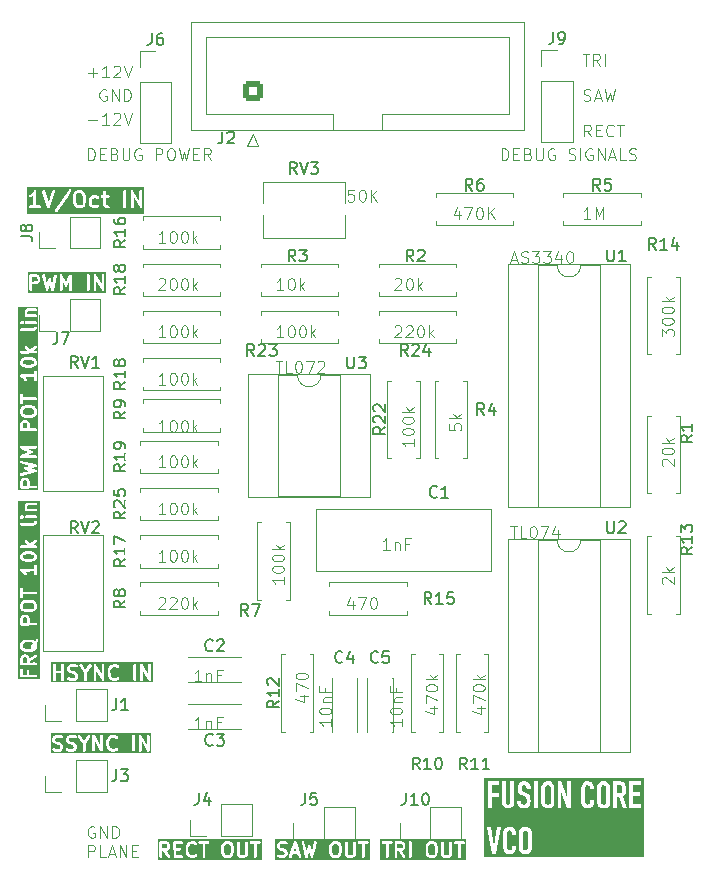
<source format=gto>
%TF.GenerationSoftware,KiCad,Pcbnew,8.0.0*%
%TF.CreationDate,2024-03-09T23:27:06+01:00*%
%TF.ProjectId,Pure VCO,50757265-2056-4434-9f2e-6b696361645f,rev?*%
%TF.SameCoordinates,Original*%
%TF.FileFunction,Legend,Top*%
%TF.FilePolarity,Positive*%
%FSLAX46Y46*%
G04 Gerber Fmt 4.6, Leading zero omitted, Abs format (unit mm)*
G04 Created by KiCad (PCBNEW 8.0.0) date 2024-03-09 23:27:06*
%MOMM*%
%LPD*%
G01*
G04 APERTURE LIST*
G04 Aperture macros list*
%AMRoundRect*
0 Rectangle with rounded corners*
0 $1 Rounding radius*
0 $2 $3 $4 $5 $6 $7 $8 $9 X,Y pos of 4 corners*
0 Add a 4 corners polygon primitive as box body*
4,1,4,$2,$3,$4,$5,$6,$7,$8,$9,$2,$3,0*
0 Add four circle primitives for the rounded corners*
1,1,$1+$1,$2,$3*
1,1,$1+$1,$4,$5*
1,1,$1+$1,$6,$7*
1,1,$1+$1,$8,$9*
0 Add four rect primitives between the rounded corners*
20,1,$1+$1,$2,$3,$4,$5,0*
20,1,$1+$1,$4,$5,$6,$7,0*
20,1,$1+$1,$6,$7,$8,$9,0*
20,1,$1+$1,$8,$9,$2,$3,0*%
G04 Aperture macros list end*
%ADD10C,0.100000*%
%ADD11C,0.240000*%
%ADD12C,0.260000*%
%ADD13C,0.187500*%
%ADD14C,0.150000*%
%ADD15C,0.120000*%
%ADD16C,1.600000*%
%ADD17C,1.440000*%
%ADD18O,1.600000X1.600000*%
%ADD19R,1.700000X1.700000*%
%ADD20O,1.700000X1.700000*%
%ADD21R,1.600000X1.600000*%
%ADD22RoundRect,0.250000X0.600000X-0.600000X0.600000X0.600000X-0.600000X0.600000X-0.600000X-0.600000X0*%
%ADD23C,1.700000*%
%ADD24C,2.000000*%
G04 APERTURE END LIST*
D10*
X56827693Y-71872419D02*
X56256265Y-71872419D01*
X56541979Y-71872419D02*
X56541979Y-70872419D01*
X56541979Y-70872419D02*
X56446741Y-71015276D01*
X56446741Y-71015276D02*
X56351503Y-71110514D01*
X56351503Y-71110514D02*
X56256265Y-71158133D01*
X57446741Y-70872419D02*
X57541979Y-70872419D01*
X57541979Y-70872419D02*
X57637217Y-70920038D01*
X57637217Y-70920038D02*
X57684836Y-70967657D01*
X57684836Y-70967657D02*
X57732455Y-71062895D01*
X57732455Y-71062895D02*
X57780074Y-71253371D01*
X57780074Y-71253371D02*
X57780074Y-71491466D01*
X57780074Y-71491466D02*
X57732455Y-71681942D01*
X57732455Y-71681942D02*
X57684836Y-71777180D01*
X57684836Y-71777180D02*
X57637217Y-71824800D01*
X57637217Y-71824800D02*
X57541979Y-71872419D01*
X57541979Y-71872419D02*
X57446741Y-71872419D01*
X57446741Y-71872419D02*
X57351503Y-71824800D01*
X57351503Y-71824800D02*
X57303884Y-71777180D01*
X57303884Y-71777180D02*
X57256265Y-71681942D01*
X57256265Y-71681942D02*
X57208646Y-71491466D01*
X57208646Y-71491466D02*
X57208646Y-71253371D01*
X57208646Y-71253371D02*
X57256265Y-71062895D01*
X57256265Y-71062895D02*
X57303884Y-70967657D01*
X57303884Y-70967657D02*
X57351503Y-70920038D01*
X57351503Y-70920038D02*
X57446741Y-70872419D01*
X58399122Y-70872419D02*
X58494360Y-70872419D01*
X58494360Y-70872419D02*
X58589598Y-70920038D01*
X58589598Y-70920038D02*
X58637217Y-70967657D01*
X58637217Y-70967657D02*
X58684836Y-71062895D01*
X58684836Y-71062895D02*
X58732455Y-71253371D01*
X58732455Y-71253371D02*
X58732455Y-71491466D01*
X58732455Y-71491466D02*
X58684836Y-71681942D01*
X58684836Y-71681942D02*
X58637217Y-71777180D01*
X58637217Y-71777180D02*
X58589598Y-71824800D01*
X58589598Y-71824800D02*
X58494360Y-71872419D01*
X58494360Y-71872419D02*
X58399122Y-71872419D01*
X58399122Y-71872419D02*
X58303884Y-71824800D01*
X58303884Y-71824800D02*
X58256265Y-71777180D01*
X58256265Y-71777180D02*
X58208646Y-71681942D01*
X58208646Y-71681942D02*
X58161027Y-71491466D01*
X58161027Y-71491466D02*
X58161027Y-71253371D01*
X58161027Y-71253371D02*
X58208646Y-71062895D01*
X58208646Y-71062895D02*
X58256265Y-70967657D01*
X58256265Y-70967657D02*
X58303884Y-70920038D01*
X58303884Y-70920038D02*
X58399122Y-70872419D01*
X59161027Y-71872419D02*
X59161027Y-70872419D01*
X59256265Y-71491466D02*
X59541979Y-71872419D01*
X59541979Y-71205752D02*
X59161027Y-71586704D01*
X92161027Y-36872419D02*
X92732455Y-36872419D01*
X92446741Y-37872419D02*
X92446741Y-36872419D01*
X93637217Y-37872419D02*
X93303884Y-37396228D01*
X93065789Y-37872419D02*
X93065789Y-36872419D01*
X93065789Y-36872419D02*
X93446741Y-36872419D01*
X93446741Y-36872419D02*
X93541979Y-36920038D01*
X93541979Y-36920038D02*
X93589598Y-36967657D01*
X93589598Y-36967657D02*
X93637217Y-37062895D01*
X93637217Y-37062895D02*
X93637217Y-37205752D01*
X93637217Y-37205752D02*
X93589598Y-37300990D01*
X93589598Y-37300990D02*
X93541979Y-37348609D01*
X93541979Y-37348609D02*
X93446741Y-37396228D01*
X93446741Y-37396228D02*
X93065789Y-37396228D01*
X94065789Y-37872419D02*
X94065789Y-36872419D01*
X92827693Y-50872419D02*
X92256265Y-50872419D01*
X92541979Y-50872419D02*
X92541979Y-49872419D01*
X92541979Y-49872419D02*
X92446741Y-50015276D01*
X92446741Y-50015276D02*
X92351503Y-50110514D01*
X92351503Y-50110514D02*
X92256265Y-50158133D01*
X93256265Y-50872419D02*
X93256265Y-49872419D01*
X93256265Y-49872419D02*
X93589598Y-50586704D01*
X93589598Y-50586704D02*
X93922931Y-49872419D01*
X93922931Y-49872419D02*
X93922931Y-50872419D01*
X50303884Y-45872419D02*
X50303884Y-44872419D01*
X50303884Y-44872419D02*
X50541979Y-44872419D01*
X50541979Y-44872419D02*
X50684836Y-44920038D01*
X50684836Y-44920038D02*
X50780074Y-45015276D01*
X50780074Y-45015276D02*
X50827693Y-45110514D01*
X50827693Y-45110514D02*
X50875312Y-45300990D01*
X50875312Y-45300990D02*
X50875312Y-45443847D01*
X50875312Y-45443847D02*
X50827693Y-45634323D01*
X50827693Y-45634323D02*
X50780074Y-45729561D01*
X50780074Y-45729561D02*
X50684836Y-45824800D01*
X50684836Y-45824800D02*
X50541979Y-45872419D01*
X50541979Y-45872419D02*
X50303884Y-45872419D01*
X51303884Y-45348609D02*
X51637217Y-45348609D01*
X51780074Y-45872419D02*
X51303884Y-45872419D01*
X51303884Y-45872419D02*
X51303884Y-44872419D01*
X51303884Y-44872419D02*
X51780074Y-44872419D01*
X52541979Y-45348609D02*
X52684836Y-45396228D01*
X52684836Y-45396228D02*
X52732455Y-45443847D01*
X52732455Y-45443847D02*
X52780074Y-45539085D01*
X52780074Y-45539085D02*
X52780074Y-45681942D01*
X52780074Y-45681942D02*
X52732455Y-45777180D01*
X52732455Y-45777180D02*
X52684836Y-45824800D01*
X52684836Y-45824800D02*
X52589598Y-45872419D01*
X52589598Y-45872419D02*
X52208646Y-45872419D01*
X52208646Y-45872419D02*
X52208646Y-44872419D01*
X52208646Y-44872419D02*
X52541979Y-44872419D01*
X52541979Y-44872419D02*
X52637217Y-44920038D01*
X52637217Y-44920038D02*
X52684836Y-44967657D01*
X52684836Y-44967657D02*
X52732455Y-45062895D01*
X52732455Y-45062895D02*
X52732455Y-45158133D01*
X52732455Y-45158133D02*
X52684836Y-45253371D01*
X52684836Y-45253371D02*
X52637217Y-45300990D01*
X52637217Y-45300990D02*
X52541979Y-45348609D01*
X52541979Y-45348609D02*
X52208646Y-45348609D01*
X53208646Y-44872419D02*
X53208646Y-45681942D01*
X53208646Y-45681942D02*
X53256265Y-45777180D01*
X53256265Y-45777180D02*
X53303884Y-45824800D01*
X53303884Y-45824800D02*
X53399122Y-45872419D01*
X53399122Y-45872419D02*
X53589598Y-45872419D01*
X53589598Y-45872419D02*
X53684836Y-45824800D01*
X53684836Y-45824800D02*
X53732455Y-45777180D01*
X53732455Y-45777180D02*
X53780074Y-45681942D01*
X53780074Y-45681942D02*
X53780074Y-44872419D01*
X54780074Y-44920038D02*
X54684836Y-44872419D01*
X54684836Y-44872419D02*
X54541979Y-44872419D01*
X54541979Y-44872419D02*
X54399122Y-44920038D01*
X54399122Y-44920038D02*
X54303884Y-45015276D01*
X54303884Y-45015276D02*
X54256265Y-45110514D01*
X54256265Y-45110514D02*
X54208646Y-45300990D01*
X54208646Y-45300990D02*
X54208646Y-45443847D01*
X54208646Y-45443847D02*
X54256265Y-45634323D01*
X54256265Y-45634323D02*
X54303884Y-45729561D01*
X54303884Y-45729561D02*
X54399122Y-45824800D01*
X54399122Y-45824800D02*
X54541979Y-45872419D01*
X54541979Y-45872419D02*
X54637217Y-45872419D01*
X54637217Y-45872419D02*
X54780074Y-45824800D01*
X54780074Y-45824800D02*
X54827693Y-45777180D01*
X54827693Y-45777180D02*
X54827693Y-45443847D01*
X54827693Y-45443847D02*
X54637217Y-45443847D01*
X56018170Y-45872419D02*
X56018170Y-44872419D01*
X56018170Y-44872419D02*
X56399122Y-44872419D01*
X56399122Y-44872419D02*
X56494360Y-44920038D01*
X56494360Y-44920038D02*
X56541979Y-44967657D01*
X56541979Y-44967657D02*
X56589598Y-45062895D01*
X56589598Y-45062895D02*
X56589598Y-45205752D01*
X56589598Y-45205752D02*
X56541979Y-45300990D01*
X56541979Y-45300990D02*
X56494360Y-45348609D01*
X56494360Y-45348609D02*
X56399122Y-45396228D01*
X56399122Y-45396228D02*
X56018170Y-45396228D01*
X57208646Y-44872419D02*
X57399122Y-44872419D01*
X57399122Y-44872419D02*
X57494360Y-44920038D01*
X57494360Y-44920038D02*
X57589598Y-45015276D01*
X57589598Y-45015276D02*
X57637217Y-45205752D01*
X57637217Y-45205752D02*
X57637217Y-45539085D01*
X57637217Y-45539085D02*
X57589598Y-45729561D01*
X57589598Y-45729561D02*
X57494360Y-45824800D01*
X57494360Y-45824800D02*
X57399122Y-45872419D01*
X57399122Y-45872419D02*
X57208646Y-45872419D01*
X57208646Y-45872419D02*
X57113408Y-45824800D01*
X57113408Y-45824800D02*
X57018170Y-45729561D01*
X57018170Y-45729561D02*
X56970551Y-45539085D01*
X56970551Y-45539085D02*
X56970551Y-45205752D01*
X56970551Y-45205752D02*
X57018170Y-45015276D01*
X57018170Y-45015276D02*
X57113408Y-44920038D01*
X57113408Y-44920038D02*
X57208646Y-44872419D01*
X57970551Y-44872419D02*
X58208646Y-45872419D01*
X58208646Y-45872419D02*
X58399122Y-45158133D01*
X58399122Y-45158133D02*
X58589598Y-45872419D01*
X58589598Y-45872419D02*
X58827694Y-44872419D01*
X59208646Y-45348609D02*
X59541979Y-45348609D01*
X59684836Y-45872419D02*
X59208646Y-45872419D01*
X59208646Y-45872419D02*
X59208646Y-44872419D01*
X59208646Y-44872419D02*
X59684836Y-44872419D01*
X60684836Y-45872419D02*
X60351503Y-45396228D01*
X60113408Y-45872419D02*
X60113408Y-44872419D01*
X60113408Y-44872419D02*
X60494360Y-44872419D01*
X60494360Y-44872419D02*
X60589598Y-44920038D01*
X60589598Y-44920038D02*
X60637217Y-44967657D01*
X60637217Y-44967657D02*
X60684836Y-45062895D01*
X60684836Y-45062895D02*
X60684836Y-45205752D01*
X60684836Y-45205752D02*
X60637217Y-45300990D01*
X60637217Y-45300990D02*
X60589598Y-45348609D01*
X60589598Y-45348609D02*
X60494360Y-45396228D01*
X60494360Y-45396228D02*
X60113408Y-45396228D01*
X50303884Y-38491466D02*
X51065789Y-38491466D01*
X50684836Y-38872419D02*
X50684836Y-38110514D01*
X52065788Y-38872419D02*
X51494360Y-38872419D01*
X51780074Y-38872419D02*
X51780074Y-37872419D01*
X51780074Y-37872419D02*
X51684836Y-38015276D01*
X51684836Y-38015276D02*
X51589598Y-38110514D01*
X51589598Y-38110514D02*
X51494360Y-38158133D01*
X52446741Y-37967657D02*
X52494360Y-37920038D01*
X52494360Y-37920038D02*
X52589598Y-37872419D01*
X52589598Y-37872419D02*
X52827693Y-37872419D01*
X52827693Y-37872419D02*
X52922931Y-37920038D01*
X52922931Y-37920038D02*
X52970550Y-37967657D01*
X52970550Y-37967657D02*
X53018169Y-38062895D01*
X53018169Y-38062895D02*
X53018169Y-38158133D01*
X53018169Y-38158133D02*
X52970550Y-38300990D01*
X52970550Y-38300990D02*
X52399122Y-38872419D01*
X52399122Y-38872419D02*
X53018169Y-38872419D01*
X53303884Y-37872419D02*
X53637217Y-38872419D01*
X53637217Y-38872419D02*
X53970550Y-37872419D01*
X56256265Y-55967657D02*
X56303884Y-55920038D01*
X56303884Y-55920038D02*
X56399122Y-55872419D01*
X56399122Y-55872419D02*
X56637217Y-55872419D01*
X56637217Y-55872419D02*
X56732455Y-55920038D01*
X56732455Y-55920038D02*
X56780074Y-55967657D01*
X56780074Y-55967657D02*
X56827693Y-56062895D01*
X56827693Y-56062895D02*
X56827693Y-56158133D01*
X56827693Y-56158133D02*
X56780074Y-56300990D01*
X56780074Y-56300990D02*
X56208646Y-56872419D01*
X56208646Y-56872419D02*
X56827693Y-56872419D01*
X57446741Y-55872419D02*
X57541979Y-55872419D01*
X57541979Y-55872419D02*
X57637217Y-55920038D01*
X57637217Y-55920038D02*
X57684836Y-55967657D01*
X57684836Y-55967657D02*
X57732455Y-56062895D01*
X57732455Y-56062895D02*
X57780074Y-56253371D01*
X57780074Y-56253371D02*
X57780074Y-56491466D01*
X57780074Y-56491466D02*
X57732455Y-56681942D01*
X57732455Y-56681942D02*
X57684836Y-56777180D01*
X57684836Y-56777180D02*
X57637217Y-56824800D01*
X57637217Y-56824800D02*
X57541979Y-56872419D01*
X57541979Y-56872419D02*
X57446741Y-56872419D01*
X57446741Y-56872419D02*
X57351503Y-56824800D01*
X57351503Y-56824800D02*
X57303884Y-56777180D01*
X57303884Y-56777180D02*
X57256265Y-56681942D01*
X57256265Y-56681942D02*
X57208646Y-56491466D01*
X57208646Y-56491466D02*
X57208646Y-56253371D01*
X57208646Y-56253371D02*
X57256265Y-56062895D01*
X57256265Y-56062895D02*
X57303884Y-55967657D01*
X57303884Y-55967657D02*
X57351503Y-55920038D01*
X57351503Y-55920038D02*
X57446741Y-55872419D01*
X58399122Y-55872419D02*
X58494360Y-55872419D01*
X58494360Y-55872419D02*
X58589598Y-55920038D01*
X58589598Y-55920038D02*
X58637217Y-55967657D01*
X58637217Y-55967657D02*
X58684836Y-56062895D01*
X58684836Y-56062895D02*
X58732455Y-56253371D01*
X58732455Y-56253371D02*
X58732455Y-56491466D01*
X58732455Y-56491466D02*
X58684836Y-56681942D01*
X58684836Y-56681942D02*
X58637217Y-56777180D01*
X58637217Y-56777180D02*
X58589598Y-56824800D01*
X58589598Y-56824800D02*
X58494360Y-56872419D01*
X58494360Y-56872419D02*
X58399122Y-56872419D01*
X58399122Y-56872419D02*
X58303884Y-56824800D01*
X58303884Y-56824800D02*
X58256265Y-56777180D01*
X58256265Y-56777180D02*
X58208646Y-56681942D01*
X58208646Y-56681942D02*
X58161027Y-56491466D01*
X58161027Y-56491466D02*
X58161027Y-56253371D01*
X58161027Y-56253371D02*
X58208646Y-56062895D01*
X58208646Y-56062895D02*
X58256265Y-55967657D01*
X58256265Y-55967657D02*
X58303884Y-55920038D01*
X58303884Y-55920038D02*
X58399122Y-55872419D01*
X59161027Y-56872419D02*
X59161027Y-55872419D01*
X59256265Y-56491466D02*
X59541979Y-56872419D01*
X59541979Y-56205752D02*
X59161027Y-56586704D01*
X50303884Y-42491466D02*
X51065789Y-42491466D01*
X52065788Y-42872419D02*
X51494360Y-42872419D01*
X51780074Y-42872419D02*
X51780074Y-41872419D01*
X51780074Y-41872419D02*
X51684836Y-42015276D01*
X51684836Y-42015276D02*
X51589598Y-42110514D01*
X51589598Y-42110514D02*
X51494360Y-42158133D01*
X52446741Y-41967657D02*
X52494360Y-41920038D01*
X52494360Y-41920038D02*
X52589598Y-41872419D01*
X52589598Y-41872419D02*
X52827693Y-41872419D01*
X52827693Y-41872419D02*
X52922931Y-41920038D01*
X52922931Y-41920038D02*
X52970550Y-41967657D01*
X52970550Y-41967657D02*
X53018169Y-42062895D01*
X53018169Y-42062895D02*
X53018169Y-42158133D01*
X53018169Y-42158133D02*
X52970550Y-42300990D01*
X52970550Y-42300990D02*
X52399122Y-42872419D01*
X52399122Y-42872419D02*
X53018169Y-42872419D01*
X53303884Y-41872419D02*
X53637217Y-42872419D01*
X53637217Y-42872419D02*
X53970550Y-41872419D01*
D11*
G36*
X79540930Y-103793139D02*
G01*
X79620600Y-103870847D01*
X79666504Y-104047756D01*
X79668520Y-104417910D01*
X79623237Y-104606149D01*
X79548306Y-104682972D01*
X79475266Y-104720895D01*
X79303269Y-104722469D01*
X79231999Y-104688183D01*
X79152331Y-104610477D01*
X79106427Y-104433567D01*
X79104411Y-104063412D01*
X79149694Y-103875175D01*
X79224625Y-103798352D01*
X79297666Y-103760428D01*
X79469663Y-103758854D01*
X79540930Y-103793139D01*
G37*
G36*
X76855637Y-103793342D02*
G01*
X76886570Y-103822935D01*
X76923911Y-103894854D01*
X76925272Y-104009870D01*
X76890927Y-104081263D01*
X76861333Y-104112196D01*
X76789766Y-104149355D01*
X76645453Y-104150047D01*
X76641007Y-104149263D01*
X76637287Y-104150086D01*
X76476593Y-104150858D01*
X76475857Y-103760095D01*
X76783460Y-103758619D01*
X76855637Y-103793342D01*
G37*
G36*
X82323208Y-105093995D02*
G01*
X75021152Y-105093995D01*
X75021152Y-103664073D01*
X75154485Y-103664073D01*
X75172403Y-103707330D01*
X75205511Y-103740438D01*
X75248768Y-103758356D01*
X75272179Y-103760662D01*
X75495260Y-103759936D01*
X75497342Y-104864073D01*
X75515260Y-104907330D01*
X75548368Y-104940438D01*
X75591625Y-104958356D01*
X75638447Y-104958356D01*
X75681704Y-104940438D01*
X75714812Y-104907330D01*
X75732730Y-104864073D01*
X75735036Y-104840662D01*
X75732997Y-103759163D01*
X75981305Y-103758356D01*
X76024562Y-103740438D01*
X76057670Y-103707330D01*
X76075588Y-103664073D01*
X76075588Y-103640662D01*
X76237894Y-103640662D01*
X76240200Y-104864073D01*
X76258118Y-104907330D01*
X76291226Y-104940438D01*
X76334483Y-104958356D01*
X76381305Y-104958356D01*
X76424562Y-104940438D01*
X76457670Y-104907330D01*
X76475588Y-104864073D01*
X76477894Y-104840662D01*
X76477042Y-104388662D01*
X76580620Y-104388165D01*
X76960615Y-104927334D01*
X77000100Y-104952496D01*
X77046209Y-104960633D01*
X77091922Y-104950506D01*
X77130280Y-104923655D01*
X77155442Y-104884170D01*
X77163579Y-104838061D01*
X77153452Y-104792348D01*
X77141916Y-104771846D01*
X76864471Y-104378184D01*
X76868703Y-104376565D01*
X76982738Y-104317356D01*
X76995990Y-104311867D01*
X77000606Y-104308078D01*
X77002896Y-104306890D01*
X77004972Y-104304495D01*
X77014175Y-104296944D01*
X77071691Y-104236824D01*
X77081264Y-104228522D01*
X77084399Y-104223540D01*
X77086241Y-104221616D01*
X77087452Y-104218691D01*
X77093796Y-104208614D01*
X77141722Y-104108991D01*
X77143384Y-104107330D01*
X77148723Y-104094438D01*
X77159347Y-104072357D01*
X77159652Y-104068054D01*
X77161302Y-104064073D01*
X77163608Y-104040662D01*
X77161787Y-103886874D01*
X77162665Y-103884243D01*
X77161575Y-103868902D01*
X77161302Y-103845823D01*
X77159652Y-103841841D01*
X77159347Y-103837539D01*
X77150939Y-103815569D01*
X77091729Y-103701529D01*
X77086241Y-103688280D01*
X77082452Y-103683663D01*
X77081264Y-103681374D01*
X77078869Y-103679297D01*
X77071318Y-103670095D01*
X77040553Y-103640662D01*
X77437894Y-103640662D01*
X77440200Y-104864073D01*
X77458118Y-104907330D01*
X77491226Y-104940438D01*
X77534483Y-104958356D01*
X77581305Y-104958356D01*
X77624562Y-104940438D01*
X77657670Y-104907330D01*
X77675588Y-104864073D01*
X77677894Y-104840662D01*
X77676386Y-104040662D01*
X78866466Y-104040662D01*
X78868603Y-104433087D01*
X78866608Y-104446495D01*
X78868755Y-104461017D01*
X78868772Y-104464073D01*
X78869448Y-104465706D01*
X78870049Y-104469766D01*
X78925915Y-104685066D01*
X78925915Y-104692645D01*
X78931179Y-104705353D01*
X78935107Y-104720491D01*
X78940419Y-104727660D01*
X78943833Y-104735902D01*
X78958756Y-104754087D01*
X79074423Y-104866906D01*
X79084322Y-104878319D01*
X79089404Y-104881518D01*
X79091227Y-104883296D01*
X79094155Y-104884508D01*
X79104230Y-104890851D01*
X79203849Y-104938775D01*
X79205512Y-104940438D01*
X79218415Y-104945783D01*
X79240485Y-104956400D01*
X79244784Y-104956705D01*
X79248769Y-104958356D01*
X79272180Y-104960662D01*
X79482789Y-104958734D01*
X79485743Y-104959719D01*
X79502084Y-104958558D01*
X79524163Y-104958356D01*
X79528144Y-104956706D01*
X79532447Y-104956401D01*
X79554417Y-104947993D01*
X79668447Y-104888787D01*
X79681705Y-104883296D01*
X79686322Y-104879506D01*
X79688610Y-104878319D01*
X79690684Y-104875927D01*
X79699890Y-104868373D01*
X79803889Y-104761747D01*
X79809951Y-104758111D01*
X79817896Y-104747387D01*
X79829099Y-104735902D01*
X79832512Y-104727660D01*
X79837825Y-104720491D01*
X79845740Y-104698338D01*
X79899235Y-104475961D01*
X79904160Y-104464073D01*
X79905591Y-104449539D01*
X79906324Y-104446495D01*
X79906063Y-104444746D01*
X79906466Y-104440662D01*
X79904328Y-104048236D01*
X79906324Y-104034829D01*
X79904176Y-104020306D01*
X79904160Y-104017251D01*
X79903483Y-104015617D01*
X79902883Y-104011558D01*
X79847017Y-103796258D01*
X79847017Y-103788680D01*
X79841752Y-103775971D01*
X79837825Y-103760834D01*
X79832512Y-103753664D01*
X79829099Y-103745423D01*
X79814176Y-103727238D01*
X79725414Y-103640662D01*
X80180752Y-103640662D01*
X80182960Y-104593287D01*
X80181695Y-104597083D01*
X80183011Y-104615613D01*
X80183058Y-104635502D01*
X80184708Y-104639486D01*
X80185014Y-104643786D01*
X80193421Y-104665757D01*
X80252629Y-104779792D01*
X80258119Y-104793045D01*
X80261907Y-104797661D01*
X80263096Y-104799951D01*
X80265490Y-104802027D01*
X80273042Y-104811230D01*
X80333165Y-104868750D01*
X80341465Y-104878319D01*
X80346443Y-104881452D01*
X80348370Y-104883296D01*
X80351297Y-104884508D01*
X80361373Y-104890851D01*
X80460992Y-104938775D01*
X80462655Y-104940438D01*
X80475558Y-104945783D01*
X80497628Y-104956400D01*
X80501927Y-104956705D01*
X80505912Y-104958356D01*
X80529323Y-104960662D01*
X80739932Y-104958734D01*
X80742886Y-104959719D01*
X80759227Y-104958558D01*
X80781306Y-104958356D01*
X80785287Y-104956706D01*
X80789590Y-104956401D01*
X80811560Y-104947993D01*
X80925590Y-104888787D01*
X80938848Y-104883296D01*
X80943465Y-104879506D01*
X80945753Y-104878319D01*
X80947827Y-104875927D01*
X80957033Y-104868373D01*
X81014549Y-104808253D01*
X81024122Y-104799951D01*
X81027257Y-104794969D01*
X81029099Y-104793045D01*
X81030310Y-104790120D01*
X81036654Y-104780043D01*
X81084580Y-104680420D01*
X81086242Y-104678759D01*
X81091581Y-104665867D01*
X81102205Y-104643786D01*
X81102510Y-104639483D01*
X81104160Y-104635502D01*
X81106466Y-104612091D01*
X81104269Y-103664073D01*
X81268772Y-103664073D01*
X81286690Y-103707330D01*
X81319798Y-103740438D01*
X81363055Y-103758356D01*
X81386466Y-103760662D01*
X81609547Y-103759936D01*
X81611629Y-104864073D01*
X81629547Y-104907330D01*
X81662655Y-104940438D01*
X81705912Y-104958356D01*
X81752734Y-104958356D01*
X81795991Y-104940438D01*
X81829099Y-104907330D01*
X81847017Y-104864073D01*
X81849323Y-104840662D01*
X81847284Y-103759163D01*
X82095592Y-103758356D01*
X82138849Y-103740438D01*
X82171957Y-103707330D01*
X82189875Y-103664073D01*
X82189875Y-103617251D01*
X82171957Y-103573994D01*
X82138849Y-103540886D01*
X82095592Y-103522968D01*
X82072181Y-103520662D01*
X81363055Y-103522968D01*
X81319798Y-103540886D01*
X81286690Y-103573994D01*
X81268772Y-103617251D01*
X81268772Y-103664073D01*
X81104269Y-103664073D01*
X81104160Y-103617251D01*
X81086242Y-103573994D01*
X81053134Y-103540886D01*
X81009877Y-103522968D01*
X80963055Y-103522968D01*
X80919798Y-103540886D01*
X80886690Y-103573994D01*
X80868772Y-103617251D01*
X80866466Y-103640662D01*
X80868643Y-104580232D01*
X80833785Y-104652692D01*
X80804192Y-104683625D01*
X80732409Y-104720895D01*
X80560412Y-104722469D01*
X80488720Y-104687980D01*
X80457788Y-104658388D01*
X80420693Y-104586942D01*
X80418446Y-103617251D01*
X80400528Y-103573994D01*
X80367420Y-103540886D01*
X80324163Y-103522968D01*
X80277341Y-103522968D01*
X80234084Y-103540886D01*
X80200976Y-103573994D01*
X80183058Y-103617251D01*
X80180752Y-103640662D01*
X79725414Y-103640662D01*
X79698511Y-103614421D01*
X79688611Y-103603006D01*
X79683525Y-103599804D01*
X79681705Y-103598029D01*
X79678779Y-103596817D01*
X79668703Y-103590474D01*
X79569082Y-103542548D01*
X79567420Y-103540886D01*
X79554514Y-103535540D01*
X79532447Y-103524924D01*
X79528147Y-103524618D01*
X79524163Y-103522968D01*
X79500752Y-103520662D01*
X79290141Y-103522589D01*
X79287188Y-103521605D01*
X79270852Y-103522765D01*
X79248769Y-103522968D01*
X79244784Y-103524618D01*
X79240485Y-103524924D01*
X79218514Y-103533331D01*
X79104478Y-103592539D01*
X79091227Y-103598029D01*
X79086610Y-103601817D01*
X79084321Y-103603006D01*
X79082244Y-103605400D01*
X79073042Y-103612952D01*
X78969041Y-103719578D01*
X78962982Y-103723214D01*
X78955038Y-103733934D01*
X78943833Y-103745423D01*
X78940419Y-103753664D01*
X78935107Y-103760834D01*
X78927192Y-103782986D01*
X78873696Y-104005362D01*
X78868772Y-104017251D01*
X78867340Y-104031784D01*
X78866608Y-104034829D01*
X78866868Y-104036577D01*
X78866466Y-104040662D01*
X77676386Y-104040662D01*
X77675588Y-103617251D01*
X77657670Y-103573994D01*
X77624562Y-103540886D01*
X77581305Y-103522968D01*
X77534483Y-103522968D01*
X77491226Y-103540886D01*
X77458118Y-103573994D01*
X77440200Y-103617251D01*
X77437894Y-103640662D01*
X77040553Y-103640662D01*
X77011197Y-103612577D01*
X77002896Y-103603006D01*
X76997914Y-103599870D01*
X76995990Y-103598029D01*
X76993064Y-103596817D01*
X76982988Y-103590474D01*
X76883367Y-103542548D01*
X76881705Y-103540886D01*
X76868799Y-103535540D01*
X76846732Y-103524924D01*
X76842432Y-103524618D01*
X76838448Y-103522968D01*
X76815037Y-103520662D01*
X76334483Y-103522968D01*
X76291226Y-103540886D01*
X76258118Y-103573994D01*
X76240200Y-103617251D01*
X76237894Y-103640662D01*
X76075588Y-103640662D01*
X76075588Y-103617251D01*
X76057670Y-103573994D01*
X76024562Y-103540886D01*
X75981305Y-103522968D01*
X75957894Y-103520662D01*
X75248768Y-103522968D01*
X75205511Y-103540886D01*
X75172403Y-103573994D01*
X75154485Y-103617251D01*
X75154485Y-103664073D01*
X75021152Y-103664073D01*
X75021152Y-103387329D01*
X82323208Y-103387329D01*
X82323208Y-105093995D01*
G37*
D10*
X79205752Y-92267544D02*
X79872419Y-92267544D01*
X78824800Y-92505639D02*
X79539085Y-92743734D01*
X79539085Y-92743734D02*
X79539085Y-92124687D01*
X78872419Y-91838972D02*
X78872419Y-91172306D01*
X78872419Y-91172306D02*
X79872419Y-91600877D01*
X78872419Y-90600877D02*
X78872419Y-90505639D01*
X78872419Y-90505639D02*
X78920038Y-90410401D01*
X78920038Y-90410401D02*
X78967657Y-90362782D01*
X78967657Y-90362782D02*
X79062895Y-90315163D01*
X79062895Y-90315163D02*
X79253371Y-90267544D01*
X79253371Y-90267544D02*
X79491466Y-90267544D01*
X79491466Y-90267544D02*
X79681942Y-90315163D01*
X79681942Y-90315163D02*
X79777180Y-90362782D01*
X79777180Y-90362782D02*
X79824800Y-90410401D01*
X79824800Y-90410401D02*
X79872419Y-90505639D01*
X79872419Y-90505639D02*
X79872419Y-90600877D01*
X79872419Y-90600877D02*
X79824800Y-90696115D01*
X79824800Y-90696115D02*
X79777180Y-90743734D01*
X79777180Y-90743734D02*
X79681942Y-90791353D01*
X79681942Y-90791353D02*
X79491466Y-90838972D01*
X79491466Y-90838972D02*
X79253371Y-90838972D01*
X79253371Y-90838972D02*
X79062895Y-90791353D01*
X79062895Y-90791353D02*
X78967657Y-90743734D01*
X78967657Y-90743734D02*
X78920038Y-90696115D01*
X78920038Y-90696115D02*
X78872419Y-90600877D01*
X79872419Y-89838972D02*
X78872419Y-89838972D01*
X79491466Y-89743734D02*
X79872419Y-89458020D01*
X79205752Y-89458020D02*
X79586704Y-89838972D01*
X86126265Y-54296704D02*
X86602455Y-54296704D01*
X86031027Y-54582419D02*
X86364360Y-53582419D01*
X86364360Y-53582419D02*
X86697693Y-54582419D01*
X86983408Y-54534800D02*
X87126265Y-54582419D01*
X87126265Y-54582419D02*
X87364360Y-54582419D01*
X87364360Y-54582419D02*
X87459598Y-54534800D01*
X87459598Y-54534800D02*
X87507217Y-54487180D01*
X87507217Y-54487180D02*
X87554836Y-54391942D01*
X87554836Y-54391942D02*
X87554836Y-54296704D01*
X87554836Y-54296704D02*
X87507217Y-54201466D01*
X87507217Y-54201466D02*
X87459598Y-54153847D01*
X87459598Y-54153847D02*
X87364360Y-54106228D01*
X87364360Y-54106228D02*
X87173884Y-54058609D01*
X87173884Y-54058609D02*
X87078646Y-54010990D01*
X87078646Y-54010990D02*
X87031027Y-53963371D01*
X87031027Y-53963371D02*
X86983408Y-53868133D01*
X86983408Y-53868133D02*
X86983408Y-53772895D01*
X86983408Y-53772895D02*
X87031027Y-53677657D01*
X87031027Y-53677657D02*
X87078646Y-53630038D01*
X87078646Y-53630038D02*
X87173884Y-53582419D01*
X87173884Y-53582419D02*
X87411979Y-53582419D01*
X87411979Y-53582419D02*
X87554836Y-53630038D01*
X87888170Y-53582419D02*
X88507217Y-53582419D01*
X88507217Y-53582419D02*
X88173884Y-53963371D01*
X88173884Y-53963371D02*
X88316741Y-53963371D01*
X88316741Y-53963371D02*
X88411979Y-54010990D01*
X88411979Y-54010990D02*
X88459598Y-54058609D01*
X88459598Y-54058609D02*
X88507217Y-54153847D01*
X88507217Y-54153847D02*
X88507217Y-54391942D01*
X88507217Y-54391942D02*
X88459598Y-54487180D01*
X88459598Y-54487180D02*
X88411979Y-54534800D01*
X88411979Y-54534800D02*
X88316741Y-54582419D01*
X88316741Y-54582419D02*
X88031027Y-54582419D01*
X88031027Y-54582419D02*
X87935789Y-54534800D01*
X87935789Y-54534800D02*
X87888170Y-54487180D01*
X88840551Y-53582419D02*
X89459598Y-53582419D01*
X89459598Y-53582419D02*
X89126265Y-53963371D01*
X89126265Y-53963371D02*
X89269122Y-53963371D01*
X89269122Y-53963371D02*
X89364360Y-54010990D01*
X89364360Y-54010990D02*
X89411979Y-54058609D01*
X89411979Y-54058609D02*
X89459598Y-54153847D01*
X89459598Y-54153847D02*
X89459598Y-54391942D01*
X89459598Y-54391942D02*
X89411979Y-54487180D01*
X89411979Y-54487180D02*
X89364360Y-54534800D01*
X89364360Y-54534800D02*
X89269122Y-54582419D01*
X89269122Y-54582419D02*
X88983408Y-54582419D01*
X88983408Y-54582419D02*
X88888170Y-54534800D01*
X88888170Y-54534800D02*
X88840551Y-54487180D01*
X90316741Y-53915752D02*
X90316741Y-54582419D01*
X90078646Y-53534800D02*
X89840551Y-54249085D01*
X89840551Y-54249085D02*
X90459598Y-54249085D01*
X91031027Y-53582419D02*
X91126265Y-53582419D01*
X91126265Y-53582419D02*
X91221503Y-53630038D01*
X91221503Y-53630038D02*
X91269122Y-53677657D01*
X91269122Y-53677657D02*
X91316741Y-53772895D01*
X91316741Y-53772895D02*
X91364360Y-53963371D01*
X91364360Y-53963371D02*
X91364360Y-54201466D01*
X91364360Y-54201466D02*
X91316741Y-54391942D01*
X91316741Y-54391942D02*
X91269122Y-54487180D01*
X91269122Y-54487180D02*
X91221503Y-54534800D01*
X91221503Y-54534800D02*
X91126265Y-54582419D01*
X91126265Y-54582419D02*
X91031027Y-54582419D01*
X91031027Y-54582419D02*
X90935789Y-54534800D01*
X90935789Y-54534800D02*
X90888170Y-54487180D01*
X90888170Y-54487180D02*
X90840551Y-54391942D01*
X90840551Y-54391942D02*
X90792932Y-54201466D01*
X90792932Y-54201466D02*
X90792932Y-53963371D01*
X90792932Y-53963371D02*
X90840551Y-53772895D01*
X90840551Y-53772895D02*
X90888170Y-53677657D01*
X90888170Y-53677657D02*
X90935789Y-53630038D01*
X90935789Y-53630038D02*
X91031027Y-53582419D01*
X56827693Y-79872419D02*
X56256265Y-79872419D01*
X56541979Y-79872419D02*
X56541979Y-78872419D01*
X56541979Y-78872419D02*
X56446741Y-79015276D01*
X56446741Y-79015276D02*
X56351503Y-79110514D01*
X56351503Y-79110514D02*
X56256265Y-79158133D01*
X57446741Y-78872419D02*
X57541979Y-78872419D01*
X57541979Y-78872419D02*
X57637217Y-78920038D01*
X57637217Y-78920038D02*
X57684836Y-78967657D01*
X57684836Y-78967657D02*
X57732455Y-79062895D01*
X57732455Y-79062895D02*
X57780074Y-79253371D01*
X57780074Y-79253371D02*
X57780074Y-79491466D01*
X57780074Y-79491466D02*
X57732455Y-79681942D01*
X57732455Y-79681942D02*
X57684836Y-79777180D01*
X57684836Y-79777180D02*
X57637217Y-79824800D01*
X57637217Y-79824800D02*
X57541979Y-79872419D01*
X57541979Y-79872419D02*
X57446741Y-79872419D01*
X57446741Y-79872419D02*
X57351503Y-79824800D01*
X57351503Y-79824800D02*
X57303884Y-79777180D01*
X57303884Y-79777180D02*
X57256265Y-79681942D01*
X57256265Y-79681942D02*
X57208646Y-79491466D01*
X57208646Y-79491466D02*
X57208646Y-79253371D01*
X57208646Y-79253371D02*
X57256265Y-79062895D01*
X57256265Y-79062895D02*
X57303884Y-78967657D01*
X57303884Y-78967657D02*
X57351503Y-78920038D01*
X57351503Y-78920038D02*
X57446741Y-78872419D01*
X58399122Y-78872419D02*
X58494360Y-78872419D01*
X58494360Y-78872419D02*
X58589598Y-78920038D01*
X58589598Y-78920038D02*
X58637217Y-78967657D01*
X58637217Y-78967657D02*
X58684836Y-79062895D01*
X58684836Y-79062895D02*
X58732455Y-79253371D01*
X58732455Y-79253371D02*
X58732455Y-79491466D01*
X58732455Y-79491466D02*
X58684836Y-79681942D01*
X58684836Y-79681942D02*
X58637217Y-79777180D01*
X58637217Y-79777180D02*
X58589598Y-79824800D01*
X58589598Y-79824800D02*
X58494360Y-79872419D01*
X58494360Y-79872419D02*
X58399122Y-79872419D01*
X58399122Y-79872419D02*
X58303884Y-79824800D01*
X58303884Y-79824800D02*
X58256265Y-79777180D01*
X58256265Y-79777180D02*
X58208646Y-79681942D01*
X58208646Y-79681942D02*
X58161027Y-79491466D01*
X58161027Y-79491466D02*
X58161027Y-79253371D01*
X58161027Y-79253371D02*
X58208646Y-79062895D01*
X58208646Y-79062895D02*
X58256265Y-78967657D01*
X58256265Y-78967657D02*
X58303884Y-78920038D01*
X58303884Y-78920038D02*
X58399122Y-78872419D01*
X59161027Y-79872419D02*
X59161027Y-78872419D01*
X59256265Y-79491466D02*
X59541979Y-79872419D01*
X59541979Y-79205752D02*
X59161027Y-79586704D01*
X56827693Y-75872419D02*
X56256265Y-75872419D01*
X56541979Y-75872419D02*
X56541979Y-74872419D01*
X56541979Y-74872419D02*
X56446741Y-75015276D01*
X56446741Y-75015276D02*
X56351503Y-75110514D01*
X56351503Y-75110514D02*
X56256265Y-75158133D01*
X57446741Y-74872419D02*
X57541979Y-74872419D01*
X57541979Y-74872419D02*
X57637217Y-74920038D01*
X57637217Y-74920038D02*
X57684836Y-74967657D01*
X57684836Y-74967657D02*
X57732455Y-75062895D01*
X57732455Y-75062895D02*
X57780074Y-75253371D01*
X57780074Y-75253371D02*
X57780074Y-75491466D01*
X57780074Y-75491466D02*
X57732455Y-75681942D01*
X57732455Y-75681942D02*
X57684836Y-75777180D01*
X57684836Y-75777180D02*
X57637217Y-75824800D01*
X57637217Y-75824800D02*
X57541979Y-75872419D01*
X57541979Y-75872419D02*
X57446741Y-75872419D01*
X57446741Y-75872419D02*
X57351503Y-75824800D01*
X57351503Y-75824800D02*
X57303884Y-75777180D01*
X57303884Y-75777180D02*
X57256265Y-75681942D01*
X57256265Y-75681942D02*
X57208646Y-75491466D01*
X57208646Y-75491466D02*
X57208646Y-75253371D01*
X57208646Y-75253371D02*
X57256265Y-75062895D01*
X57256265Y-75062895D02*
X57303884Y-74967657D01*
X57303884Y-74967657D02*
X57351503Y-74920038D01*
X57351503Y-74920038D02*
X57446741Y-74872419D01*
X58399122Y-74872419D02*
X58494360Y-74872419D01*
X58494360Y-74872419D02*
X58589598Y-74920038D01*
X58589598Y-74920038D02*
X58637217Y-74967657D01*
X58637217Y-74967657D02*
X58684836Y-75062895D01*
X58684836Y-75062895D02*
X58732455Y-75253371D01*
X58732455Y-75253371D02*
X58732455Y-75491466D01*
X58732455Y-75491466D02*
X58684836Y-75681942D01*
X58684836Y-75681942D02*
X58637217Y-75777180D01*
X58637217Y-75777180D02*
X58589598Y-75824800D01*
X58589598Y-75824800D02*
X58494360Y-75872419D01*
X58494360Y-75872419D02*
X58399122Y-75872419D01*
X58399122Y-75872419D02*
X58303884Y-75824800D01*
X58303884Y-75824800D02*
X58256265Y-75777180D01*
X58256265Y-75777180D02*
X58208646Y-75681942D01*
X58208646Y-75681942D02*
X58161027Y-75491466D01*
X58161027Y-75491466D02*
X58161027Y-75253371D01*
X58161027Y-75253371D02*
X58208646Y-75062895D01*
X58208646Y-75062895D02*
X58256265Y-74967657D01*
X58256265Y-74967657D02*
X58303884Y-74920038D01*
X58303884Y-74920038D02*
X58399122Y-74872419D01*
X59161027Y-75872419D02*
X59161027Y-74872419D01*
X59256265Y-75491466D02*
X59541979Y-75872419D01*
X59541979Y-75205752D02*
X59161027Y-75586704D01*
X92256265Y-40824800D02*
X92399122Y-40872419D01*
X92399122Y-40872419D02*
X92637217Y-40872419D01*
X92637217Y-40872419D02*
X92732455Y-40824800D01*
X92732455Y-40824800D02*
X92780074Y-40777180D01*
X92780074Y-40777180D02*
X92827693Y-40681942D01*
X92827693Y-40681942D02*
X92827693Y-40586704D01*
X92827693Y-40586704D02*
X92780074Y-40491466D01*
X92780074Y-40491466D02*
X92732455Y-40443847D01*
X92732455Y-40443847D02*
X92637217Y-40396228D01*
X92637217Y-40396228D02*
X92446741Y-40348609D01*
X92446741Y-40348609D02*
X92351503Y-40300990D01*
X92351503Y-40300990D02*
X92303884Y-40253371D01*
X92303884Y-40253371D02*
X92256265Y-40158133D01*
X92256265Y-40158133D02*
X92256265Y-40062895D01*
X92256265Y-40062895D02*
X92303884Y-39967657D01*
X92303884Y-39967657D02*
X92351503Y-39920038D01*
X92351503Y-39920038D02*
X92446741Y-39872419D01*
X92446741Y-39872419D02*
X92684836Y-39872419D01*
X92684836Y-39872419D02*
X92827693Y-39920038D01*
X93208646Y-40586704D02*
X93684836Y-40586704D01*
X93113408Y-40872419D02*
X93446741Y-39872419D01*
X93446741Y-39872419D02*
X93780074Y-40872419D01*
X94018170Y-39872419D02*
X94256265Y-40872419D01*
X94256265Y-40872419D02*
X94446741Y-40158133D01*
X94446741Y-40158133D02*
X94637217Y-40872419D01*
X94637217Y-40872419D02*
X94875313Y-39872419D01*
X81732455Y-50205752D02*
X81732455Y-50872419D01*
X81494360Y-49824800D02*
X81256265Y-50539085D01*
X81256265Y-50539085D02*
X81875312Y-50539085D01*
X82161027Y-49872419D02*
X82827693Y-49872419D01*
X82827693Y-49872419D02*
X82399122Y-50872419D01*
X83399122Y-49872419D02*
X83494360Y-49872419D01*
X83494360Y-49872419D02*
X83589598Y-49920038D01*
X83589598Y-49920038D02*
X83637217Y-49967657D01*
X83637217Y-49967657D02*
X83684836Y-50062895D01*
X83684836Y-50062895D02*
X83732455Y-50253371D01*
X83732455Y-50253371D02*
X83732455Y-50491466D01*
X83732455Y-50491466D02*
X83684836Y-50681942D01*
X83684836Y-50681942D02*
X83637217Y-50777180D01*
X83637217Y-50777180D02*
X83589598Y-50824800D01*
X83589598Y-50824800D02*
X83494360Y-50872419D01*
X83494360Y-50872419D02*
X83399122Y-50872419D01*
X83399122Y-50872419D02*
X83303884Y-50824800D01*
X83303884Y-50824800D02*
X83256265Y-50777180D01*
X83256265Y-50777180D02*
X83208646Y-50681942D01*
X83208646Y-50681942D02*
X83161027Y-50491466D01*
X83161027Y-50491466D02*
X83161027Y-50253371D01*
X83161027Y-50253371D02*
X83208646Y-50062895D01*
X83208646Y-50062895D02*
X83256265Y-49967657D01*
X83256265Y-49967657D02*
X83303884Y-49920038D01*
X83303884Y-49920038D02*
X83399122Y-49872419D01*
X84161027Y-50872419D02*
X84161027Y-49872419D01*
X84732455Y-50872419D02*
X84303884Y-50300990D01*
X84732455Y-49872419D02*
X84161027Y-50443847D01*
D11*
G36*
X71398072Y-103793139D02*
G01*
X71477742Y-103870847D01*
X71523646Y-104047756D01*
X71525662Y-104417910D01*
X71480379Y-104606149D01*
X71405448Y-104682972D01*
X71332408Y-104720895D01*
X71160411Y-104722469D01*
X71089141Y-104688183D01*
X71009473Y-104610477D01*
X70963569Y-104433567D01*
X70961553Y-104063412D01*
X71006836Y-103875175D01*
X71081767Y-103798352D01*
X71154808Y-103760428D01*
X71326805Y-103758854D01*
X71398072Y-103793139D01*
G37*
G36*
X67935865Y-104378444D02*
G01*
X67694295Y-104379380D01*
X67814515Y-104016556D01*
X67935865Y-104378444D01*
G37*
G36*
X74180350Y-105093995D02*
G01*
X66133132Y-105093995D01*
X66133132Y-103869234D01*
X66266465Y-103869234D01*
X66268093Y-103966456D01*
X66267408Y-103968512D01*
X66268349Y-103981759D01*
X66268771Y-104006931D01*
X66270421Y-104010915D01*
X66270727Y-104015215D01*
X66279134Y-104037186D01*
X66338342Y-104151221D01*
X66343832Y-104164473D01*
X66347620Y-104169089D01*
X66348809Y-104171379D01*
X66351203Y-104173455D01*
X66358755Y-104182658D01*
X66418875Y-104240175D01*
X66427177Y-104249747D01*
X66432158Y-104252882D01*
X66434083Y-104254724D01*
X66437007Y-104255935D01*
X66447085Y-104262279D01*
X66555409Y-104314391D01*
X66563779Y-104320593D01*
X66581347Y-104326870D01*
X66583341Y-104327829D01*
X66584203Y-104327890D01*
X66585932Y-104328508D01*
X66794183Y-104378605D01*
X66884210Y-104421915D01*
X66915141Y-104451508D01*
X66952612Y-104523676D01*
X66953586Y-104581834D01*
X66919497Y-104652694D01*
X66889907Y-104683624D01*
X66818205Y-104720851D01*
X66582712Y-104722608D01*
X66401473Y-104664462D01*
X66354770Y-104667782D01*
X66312891Y-104688722D01*
X66282214Y-104724093D01*
X66267407Y-104768512D01*
X66270727Y-104815215D01*
X66291667Y-104857094D01*
X66327038Y-104887771D01*
X66348518Y-104897362D01*
X66520222Y-104952449D01*
X66534483Y-104958356D01*
X66540473Y-104958946D01*
X66542886Y-104959720D01*
X66546048Y-104959495D01*
X66557894Y-104960662D01*
X66825440Y-104958666D01*
X66828599Y-104959719D01*
X66845527Y-104958516D01*
X66867019Y-104958356D01*
X66871001Y-104956706D01*
X66875302Y-104956401D01*
X66897273Y-104947994D01*
X67011311Y-104888784D01*
X67024563Y-104883296D01*
X67029178Y-104879508D01*
X67031467Y-104878320D01*
X67033542Y-104875926D01*
X67042748Y-104868372D01*
X67083615Y-104825654D01*
X67295978Y-104825654D01*
X67299298Y-104872357D01*
X67320237Y-104914236D01*
X67355608Y-104944913D01*
X67400028Y-104959720D01*
X67446731Y-104956400D01*
X67488610Y-104935461D01*
X67519287Y-104900090D01*
X67528878Y-104878609D01*
X67615405Y-104617471D01*
X68015496Y-104615920D01*
X68110785Y-104900090D01*
X68141462Y-104935461D01*
X68183341Y-104956400D01*
X68230044Y-104959719D01*
X68274464Y-104944913D01*
X68309835Y-104914235D01*
X68330774Y-104872357D01*
X68334094Y-104825653D01*
X68328878Y-104802715D01*
X67940719Y-103645148D01*
X68380834Y-103645148D01*
X68384013Y-103668456D01*
X68670653Y-104862618D01*
X68672879Y-104879370D01*
X68675945Y-104884666D01*
X68677393Y-104890697D01*
X68687610Y-104904815D01*
X68696338Y-104919891D01*
X68701230Y-104923635D01*
X68704843Y-104928628D01*
X68719683Y-104937760D01*
X68733518Y-104948350D01*
X68739470Y-104949937D01*
X68744719Y-104953167D01*
X68761926Y-104955925D01*
X68778759Y-104960414D01*
X68784865Y-104959602D01*
X68790950Y-104960578D01*
X68807903Y-104956541D01*
X68825172Y-104954247D01*
X68830503Y-104951160D01*
X68836499Y-104949733D01*
X68850615Y-104939516D01*
X68865693Y-104930788D01*
X68869438Y-104925894D01*
X68874429Y-104922283D01*
X68883557Y-104907448D01*
X68894152Y-104893608D01*
X68897392Y-104884967D01*
X68898968Y-104882407D01*
X68899427Y-104879540D01*
X68902412Y-104871582D01*
X69015041Y-104444884D01*
X69128458Y-104865913D01*
X69131103Y-104882407D01*
X69134302Y-104887605D01*
X69135919Y-104893608D01*
X69146513Y-104907448D01*
X69155642Y-104922283D01*
X69160632Y-104925894D01*
X69164378Y-104930788D01*
X69179455Y-104939516D01*
X69193572Y-104949733D01*
X69199567Y-104951160D01*
X69204899Y-104954247D01*
X69222167Y-104956541D01*
X69239121Y-104960578D01*
X69245205Y-104959602D01*
X69251312Y-104960414D01*
X69268150Y-104955923D01*
X69285352Y-104953166D01*
X69290597Y-104949938D01*
X69296553Y-104948350D01*
X69310393Y-104937755D01*
X69325228Y-104928627D01*
X69328839Y-104923636D01*
X69333733Y-104919891D01*
X69342463Y-104904811D01*
X69352678Y-104890697D01*
X69355684Y-104881974D01*
X69357192Y-104879371D01*
X69357574Y-104876491D01*
X69360344Y-104868457D01*
X69555834Y-104040662D01*
X70723608Y-104040662D01*
X70725745Y-104433087D01*
X70723750Y-104446495D01*
X70725897Y-104461017D01*
X70725914Y-104464073D01*
X70726590Y-104465706D01*
X70727191Y-104469766D01*
X70783057Y-104685066D01*
X70783057Y-104692645D01*
X70788321Y-104705353D01*
X70792249Y-104720491D01*
X70797561Y-104727660D01*
X70800975Y-104735902D01*
X70815898Y-104754087D01*
X70931565Y-104866906D01*
X70941464Y-104878319D01*
X70946546Y-104881518D01*
X70948369Y-104883296D01*
X70951297Y-104884508D01*
X70961372Y-104890851D01*
X71060991Y-104938775D01*
X71062654Y-104940438D01*
X71075557Y-104945783D01*
X71097627Y-104956400D01*
X71101926Y-104956705D01*
X71105911Y-104958356D01*
X71129322Y-104960662D01*
X71339931Y-104958734D01*
X71342885Y-104959719D01*
X71359226Y-104958558D01*
X71381305Y-104958356D01*
X71385286Y-104956706D01*
X71389589Y-104956401D01*
X71411559Y-104947993D01*
X71525589Y-104888787D01*
X71538847Y-104883296D01*
X71543464Y-104879506D01*
X71545752Y-104878319D01*
X71547826Y-104875927D01*
X71557032Y-104868373D01*
X71661031Y-104761747D01*
X71667093Y-104758111D01*
X71675038Y-104747387D01*
X71686241Y-104735902D01*
X71689654Y-104727660D01*
X71694967Y-104720491D01*
X71702882Y-104698338D01*
X71756377Y-104475961D01*
X71761302Y-104464073D01*
X71762733Y-104449539D01*
X71763466Y-104446495D01*
X71763205Y-104444746D01*
X71763608Y-104440662D01*
X71761470Y-104048236D01*
X71763466Y-104034829D01*
X71761318Y-104020306D01*
X71761302Y-104017251D01*
X71760625Y-104015617D01*
X71760025Y-104011558D01*
X71704159Y-103796258D01*
X71704159Y-103788680D01*
X71698894Y-103775971D01*
X71694967Y-103760834D01*
X71689654Y-103753664D01*
X71686241Y-103745423D01*
X71671318Y-103727238D01*
X71582556Y-103640662D01*
X72037894Y-103640662D01*
X72040102Y-104593287D01*
X72038837Y-104597083D01*
X72040153Y-104615613D01*
X72040200Y-104635502D01*
X72041850Y-104639486D01*
X72042156Y-104643786D01*
X72050563Y-104665757D01*
X72109771Y-104779792D01*
X72115261Y-104793045D01*
X72119049Y-104797661D01*
X72120238Y-104799951D01*
X72122632Y-104802027D01*
X72130184Y-104811230D01*
X72190307Y-104868750D01*
X72198607Y-104878319D01*
X72203585Y-104881452D01*
X72205512Y-104883296D01*
X72208439Y-104884508D01*
X72218515Y-104890851D01*
X72318134Y-104938775D01*
X72319797Y-104940438D01*
X72332700Y-104945783D01*
X72354770Y-104956400D01*
X72359069Y-104956705D01*
X72363054Y-104958356D01*
X72386465Y-104960662D01*
X72597074Y-104958734D01*
X72600028Y-104959719D01*
X72616369Y-104958558D01*
X72638448Y-104958356D01*
X72642429Y-104956706D01*
X72646732Y-104956401D01*
X72668702Y-104947993D01*
X72782732Y-104888787D01*
X72795990Y-104883296D01*
X72800607Y-104879506D01*
X72802895Y-104878319D01*
X72804969Y-104875927D01*
X72814175Y-104868373D01*
X72871691Y-104808253D01*
X72881264Y-104799951D01*
X72884399Y-104794969D01*
X72886241Y-104793045D01*
X72887452Y-104790120D01*
X72893796Y-104780043D01*
X72941722Y-104680420D01*
X72943384Y-104678759D01*
X72948723Y-104665867D01*
X72959347Y-104643786D01*
X72959652Y-104639483D01*
X72961302Y-104635502D01*
X72963608Y-104612091D01*
X72961411Y-103664073D01*
X73125914Y-103664073D01*
X73143832Y-103707330D01*
X73176940Y-103740438D01*
X73220197Y-103758356D01*
X73243608Y-103760662D01*
X73466689Y-103759936D01*
X73468771Y-104864073D01*
X73486689Y-104907330D01*
X73519797Y-104940438D01*
X73563054Y-104958356D01*
X73609876Y-104958356D01*
X73653133Y-104940438D01*
X73686241Y-104907330D01*
X73704159Y-104864073D01*
X73706465Y-104840662D01*
X73704426Y-103759163D01*
X73952734Y-103758356D01*
X73995991Y-103740438D01*
X74029099Y-103707330D01*
X74047017Y-103664073D01*
X74047017Y-103617251D01*
X74029099Y-103573994D01*
X73995991Y-103540886D01*
X73952734Y-103522968D01*
X73929323Y-103520662D01*
X73220197Y-103522968D01*
X73176940Y-103540886D01*
X73143832Y-103573994D01*
X73125914Y-103617251D01*
X73125914Y-103664073D01*
X72961411Y-103664073D01*
X72961302Y-103617251D01*
X72943384Y-103573994D01*
X72910276Y-103540886D01*
X72867019Y-103522968D01*
X72820197Y-103522968D01*
X72776940Y-103540886D01*
X72743832Y-103573994D01*
X72725914Y-103617251D01*
X72723608Y-103640662D01*
X72725785Y-104580232D01*
X72690927Y-104652692D01*
X72661334Y-104683625D01*
X72589551Y-104720895D01*
X72417554Y-104722469D01*
X72345862Y-104687980D01*
X72314930Y-104658388D01*
X72277835Y-104586942D01*
X72275588Y-103617251D01*
X72257670Y-103573994D01*
X72224562Y-103540886D01*
X72181305Y-103522968D01*
X72134483Y-103522968D01*
X72091226Y-103540886D01*
X72058118Y-103573994D01*
X72040200Y-103617251D01*
X72037894Y-103640662D01*
X71582556Y-103640662D01*
X71555653Y-103614421D01*
X71545753Y-103603006D01*
X71540667Y-103599804D01*
X71538847Y-103598029D01*
X71535921Y-103596817D01*
X71525845Y-103590474D01*
X71426224Y-103542548D01*
X71424562Y-103540886D01*
X71411656Y-103535540D01*
X71389589Y-103524924D01*
X71385289Y-103524618D01*
X71381305Y-103522968D01*
X71357894Y-103520662D01*
X71147283Y-103522589D01*
X71144330Y-103521605D01*
X71127994Y-103522765D01*
X71105911Y-103522968D01*
X71101926Y-103524618D01*
X71097627Y-103524924D01*
X71075656Y-103533331D01*
X70961620Y-103592539D01*
X70948369Y-103598029D01*
X70943752Y-103601817D01*
X70941463Y-103603006D01*
X70939386Y-103605400D01*
X70930184Y-103612952D01*
X70826183Y-103719578D01*
X70820124Y-103723214D01*
X70812180Y-103733934D01*
X70800975Y-103745423D01*
X70797561Y-103753664D01*
X70792249Y-103760834D01*
X70784334Y-103782986D01*
X70730838Y-104005362D01*
X70725914Y-104017251D01*
X70724482Y-104031784D01*
X70723750Y-104034829D01*
X70724010Y-104036577D01*
X70723608Y-104040662D01*
X69555834Y-104040662D01*
X69649238Y-103645148D01*
X69641826Y-103598917D01*
X69617287Y-103559041D01*
X69579357Y-103531591D01*
X69533808Y-103520746D01*
X69487577Y-103528158D01*
X69447701Y-103552697D01*
X69420251Y-103590627D01*
X69412585Y-103612867D01*
X69237199Y-104355530D01*
X69130627Y-103959914D01*
X69128621Y-103944812D01*
X69124765Y-103938152D01*
X69122724Y-103930574D01*
X69113097Y-103917997D01*
X69105162Y-103904291D01*
X69098988Y-103899565D01*
X69094265Y-103893395D01*
X69080563Y-103885462D01*
X69067982Y-103875832D01*
X69060469Y-103873828D01*
X69053744Y-103869935D01*
X69038045Y-103867849D01*
X69022741Y-103863768D01*
X69015036Y-103864791D01*
X69007331Y-103863768D01*
X68992026Y-103867849D01*
X68976328Y-103869935D01*
X68969602Y-103873828D01*
X68962090Y-103875832D01*
X68949513Y-103885458D01*
X68935807Y-103893394D01*
X68931081Y-103899567D01*
X68924911Y-103904291D01*
X68916978Y-103917992D01*
X68907348Y-103930574D01*
X68903033Y-103942078D01*
X68901451Y-103944812D01*
X68901145Y-103947114D01*
X68899088Y-103952600D01*
X68793094Y-104354156D01*
X68609821Y-103590627D01*
X68582371Y-103552697D01*
X68542495Y-103528158D01*
X68496264Y-103520746D01*
X68450715Y-103531591D01*
X68412785Y-103559041D01*
X68388246Y-103598917D01*
X68380834Y-103645148D01*
X67940719Y-103645148D01*
X67931362Y-103617245D01*
X67930774Y-103608967D01*
X67924132Y-103595683D01*
X67919287Y-103581234D01*
X67913668Y-103574755D01*
X67909835Y-103567089D01*
X67898470Y-103557232D01*
X67888610Y-103545863D01*
X67880940Y-103542028D01*
X67874464Y-103536411D01*
X67860189Y-103531652D01*
X67846731Y-103524924D01*
X67838177Y-103524315D01*
X67830044Y-103521605D01*
X67815040Y-103522671D01*
X67800028Y-103521604D01*
X67791891Y-103524316D01*
X67783341Y-103524924D01*
X67769884Y-103531651D01*
X67755608Y-103536411D01*
X67749130Y-103542028D01*
X67741462Y-103545863D01*
X67731603Y-103557229D01*
X67720237Y-103567088D01*
X67716402Y-103574756D01*
X67710785Y-103581234D01*
X67701194Y-103602715D01*
X67415319Y-104465481D01*
X67411628Y-104474394D01*
X67411628Y-104476623D01*
X67295978Y-104825654D01*
X67083615Y-104825654D01*
X67100263Y-104808252D01*
X67109835Y-104799951D01*
X67112970Y-104794969D01*
X67114813Y-104793044D01*
X67116025Y-104790117D01*
X67122367Y-104780043D01*
X67170293Y-104680420D01*
X67171955Y-104678759D01*
X67177294Y-104665867D01*
X67187918Y-104643786D01*
X67188223Y-104639483D01*
X67189873Y-104635502D01*
X67192179Y-104612091D01*
X67190550Y-104514868D01*
X67191236Y-104512813D01*
X67190294Y-104499565D01*
X67189873Y-104474394D01*
X67188222Y-104470409D01*
X67187917Y-104466110D01*
X67179510Y-104444139D01*
X67120302Y-104330106D01*
X67114813Y-104316853D01*
X67111023Y-104312235D01*
X67109835Y-104309946D01*
X67107441Y-104307870D01*
X67099890Y-104298668D01*
X67039766Y-104241146D01*
X67031468Y-104231578D01*
X67026489Y-104228443D01*
X67024563Y-104226601D01*
X67021635Y-104225388D01*
X67011560Y-104219046D01*
X66903233Y-104166932D01*
X66894865Y-104160732D01*
X66877293Y-104154453D01*
X66875303Y-104153496D01*
X66874442Y-104153434D01*
X66872713Y-104152817D01*
X66664460Y-104102719D01*
X66574435Y-104059410D01*
X66543502Y-104029816D01*
X66506031Y-103957648D01*
X66505057Y-103899490D01*
X66539147Y-103828631D01*
X66568739Y-103797699D01*
X66640438Y-103760472D01*
X66875930Y-103758715D01*
X67057170Y-103816862D01*
X67103874Y-103813543D01*
X67145752Y-103792604D01*
X67176430Y-103757233D01*
X67191236Y-103712814D01*
X67187917Y-103666110D01*
X67166978Y-103624232D01*
X67131607Y-103593554D01*
X67110126Y-103583963D01*
X66938421Y-103528874D01*
X66924162Y-103522968D01*
X66918172Y-103522378D01*
X66915760Y-103521604D01*
X66912597Y-103521828D01*
X66900751Y-103520662D01*
X66633202Y-103522657D01*
X66630044Y-103521605D01*
X66613121Y-103522807D01*
X66591625Y-103522968D01*
X66587640Y-103524618D01*
X66583341Y-103524924D01*
X66561370Y-103533331D01*
X66447331Y-103592541D01*
X66434083Y-103598029D01*
X66429466Y-103601817D01*
X66427177Y-103603006D01*
X66425100Y-103605400D01*
X66415898Y-103612952D01*
X66358380Y-103673072D01*
X66348809Y-103681374D01*
X66345673Y-103686355D01*
X66343832Y-103688280D01*
X66342620Y-103691205D01*
X66336277Y-103701282D01*
X66288351Y-103800903D01*
X66286689Y-103802566D01*
X66281343Y-103815469D01*
X66270727Y-103837539D01*
X66270421Y-103841838D01*
X66268771Y-103845823D01*
X66266465Y-103869234D01*
X66133132Y-103869234D01*
X66133132Y-103387329D01*
X74180350Y-103387329D01*
X74180350Y-105093995D01*
G37*
G36*
X45941351Y-55793342D02*
G01*
X45972284Y-55822935D01*
X46009625Y-55894854D01*
X46010986Y-56009870D01*
X45976641Y-56081263D01*
X45947047Y-56112196D01*
X45875480Y-56149355D01*
X45562307Y-56150858D01*
X45561571Y-55760095D01*
X45869174Y-55758619D01*
X45941351Y-55793342D01*
G37*
G36*
X51811228Y-57093911D02*
G01*
X45190275Y-57093911D01*
X45190275Y-55640662D01*
X45323608Y-55640662D01*
X45325914Y-56864073D01*
X45343832Y-56907330D01*
X45376940Y-56940438D01*
X45420197Y-56958356D01*
X45467019Y-56958356D01*
X45510276Y-56940438D01*
X45543384Y-56907330D01*
X45561302Y-56864073D01*
X45563608Y-56840662D01*
X45562756Y-56388662D01*
X45882257Y-56387129D01*
X45885743Y-56388291D01*
X45903529Y-56387027D01*
X45924162Y-56386928D01*
X45928146Y-56385277D01*
X45932446Y-56384972D01*
X45954417Y-56376565D01*
X46068452Y-56317356D01*
X46081704Y-56311867D01*
X46086320Y-56308078D01*
X46088610Y-56306890D01*
X46090686Y-56304495D01*
X46099889Y-56296944D01*
X46157405Y-56236824D01*
X46166978Y-56228522D01*
X46170113Y-56223540D01*
X46171955Y-56221616D01*
X46173166Y-56218691D01*
X46179510Y-56208614D01*
X46227436Y-56108991D01*
X46229098Y-56107330D01*
X46234437Y-56094438D01*
X46245061Y-56072357D01*
X46245366Y-56068054D01*
X46247016Y-56064073D01*
X46249322Y-56040662D01*
X46247501Y-55886874D01*
X46248379Y-55884243D01*
X46247289Y-55868902D01*
X46247016Y-55845823D01*
X46245366Y-55841841D01*
X46245061Y-55837539D01*
X46236653Y-55815569D01*
X46177443Y-55701529D01*
X46171955Y-55688280D01*
X46168166Y-55683663D01*
X46166978Y-55681374D01*
X46164583Y-55679297D01*
X46157032Y-55670095D01*
X46130956Y-55645148D01*
X46409406Y-55645148D01*
X46412585Y-55668456D01*
X46699225Y-56862618D01*
X46701451Y-56879370D01*
X46704517Y-56884666D01*
X46705965Y-56890697D01*
X46716182Y-56904815D01*
X46724910Y-56919891D01*
X46729802Y-56923635D01*
X46733415Y-56928628D01*
X46748255Y-56937760D01*
X46762090Y-56948350D01*
X46768042Y-56949937D01*
X46773291Y-56953167D01*
X46790498Y-56955925D01*
X46807331Y-56960414D01*
X46813437Y-56959602D01*
X46819522Y-56960578D01*
X46836475Y-56956541D01*
X46853744Y-56954247D01*
X46859075Y-56951160D01*
X46865071Y-56949733D01*
X46879187Y-56939516D01*
X46894265Y-56930788D01*
X46898010Y-56925894D01*
X46903001Y-56922283D01*
X46912129Y-56907448D01*
X46922724Y-56893608D01*
X46925964Y-56884967D01*
X46927540Y-56882407D01*
X46927999Y-56879540D01*
X46930984Y-56871582D01*
X47043613Y-56444884D01*
X47157030Y-56865913D01*
X47159675Y-56882407D01*
X47162874Y-56887605D01*
X47164491Y-56893608D01*
X47175085Y-56907448D01*
X47184214Y-56922283D01*
X47189204Y-56925894D01*
X47192950Y-56930788D01*
X47208027Y-56939516D01*
X47222144Y-56949733D01*
X47228139Y-56951160D01*
X47233471Y-56954247D01*
X47250739Y-56956541D01*
X47267693Y-56960578D01*
X47273777Y-56959602D01*
X47279884Y-56960414D01*
X47296722Y-56955923D01*
X47313924Y-56953166D01*
X47319169Y-56949938D01*
X47325125Y-56948350D01*
X47338965Y-56937755D01*
X47353800Y-56928627D01*
X47357411Y-56923636D01*
X47362305Y-56919891D01*
X47371035Y-56904811D01*
X47381250Y-56890697D01*
X47384256Y-56881974D01*
X47385764Y-56879371D01*
X47386146Y-56876491D01*
X47388916Y-56868457D01*
X47677810Y-55645148D01*
X47677091Y-55640662D01*
X47895037Y-55640662D01*
X47897343Y-56864073D01*
X47915261Y-56907330D01*
X47948369Y-56940438D01*
X47991626Y-56958356D01*
X48038448Y-56958356D01*
X48081705Y-56940438D01*
X48114813Y-56907330D01*
X48132731Y-56864073D01*
X48135037Y-56840662D01*
X48133783Y-56175873D01*
X48306457Y-56543602D01*
X48312430Y-56560027D01*
X48316000Y-56563926D01*
X48318285Y-56568791D01*
X48331734Y-56581107D01*
X48344051Y-56594557D01*
X48348884Y-56596812D01*
X48352815Y-56600412D01*
X48369954Y-56606644D01*
X48386481Y-56614357D01*
X48391805Y-56614591D01*
X48396818Y-56616414D01*
X48415048Y-56615612D01*
X48433257Y-56616413D01*
X48438263Y-56614592D01*
X48443594Y-56614358D01*
X48460130Y-56606640D01*
X48477259Y-56600412D01*
X48481189Y-56596812D01*
X48486023Y-56594557D01*
X48498341Y-56581105D01*
X48511789Y-56568791D01*
X48515764Y-56562080D01*
X48517644Y-56560028D01*
X48518699Y-56557125D01*
X48523779Y-56548551D01*
X48696048Y-56177099D01*
X48697343Y-56864073D01*
X48715261Y-56907330D01*
X48748369Y-56940438D01*
X48791626Y-56958356D01*
X48838448Y-56958356D01*
X48881705Y-56940438D01*
X48914813Y-56907330D01*
X48932731Y-56864073D01*
X48935037Y-56840662D01*
X48932777Y-55642177D01*
X48932844Y-55640662D01*
X50180752Y-55640662D01*
X50183058Y-56864073D01*
X50200976Y-56907330D01*
X50234084Y-56940438D01*
X50277341Y-56958356D01*
X50324163Y-56958356D01*
X50367420Y-56940438D01*
X50400528Y-56907330D01*
X50418446Y-56864073D01*
X50420752Y-56840662D01*
X50418490Y-55640662D01*
X50752181Y-55640662D01*
X50754487Y-56864073D01*
X50772405Y-56907330D01*
X50805513Y-56940438D01*
X50848770Y-56958356D01*
X50895592Y-56958356D01*
X50938849Y-56940438D01*
X50971957Y-56907330D01*
X50989875Y-56864073D01*
X50992181Y-56840662D01*
X50990763Y-56088568D01*
X51452163Y-56892953D01*
X51458119Y-56907330D01*
X51463493Y-56912704D01*
X51467323Y-56919381D01*
X51479943Y-56929154D01*
X51491227Y-56940438D01*
X51498293Y-56943365D01*
X51504342Y-56948049D01*
X51519736Y-56952247D01*
X51534484Y-56958356D01*
X51542136Y-56958356D01*
X51549514Y-56960368D01*
X51565342Y-56958356D01*
X51581306Y-56958356D01*
X51588373Y-56955428D01*
X51595961Y-56954464D01*
X51609818Y-56946545D01*
X51624563Y-56940438D01*
X51629971Y-56935029D01*
X51636614Y-56931234D01*
X51646387Y-56918613D01*
X51657671Y-56907330D01*
X51660598Y-56900263D01*
X51665282Y-56894215D01*
X51669480Y-56878820D01*
X51675589Y-56864073D01*
X51676768Y-56852094D01*
X51677601Y-56849043D01*
X51677301Y-56846687D01*
X51677895Y-56840662D01*
X51675589Y-55617251D01*
X51657671Y-55573994D01*
X51624563Y-55540886D01*
X51581306Y-55522968D01*
X51534484Y-55522968D01*
X51491227Y-55540886D01*
X51458119Y-55573994D01*
X51440201Y-55617251D01*
X51437895Y-55640662D01*
X51439312Y-56392755D01*
X50977912Y-55588370D01*
X50971957Y-55573994D01*
X50966582Y-55568619D01*
X50962753Y-55561943D01*
X50950132Y-55552169D01*
X50938849Y-55540886D01*
X50931782Y-55537958D01*
X50925734Y-55533275D01*
X50910339Y-55529076D01*
X50895592Y-55522968D01*
X50887940Y-55522968D01*
X50880562Y-55520956D01*
X50864734Y-55522968D01*
X50848770Y-55522968D01*
X50841702Y-55525895D01*
X50834115Y-55526860D01*
X50820257Y-55534778D01*
X50805513Y-55540886D01*
X50800104Y-55546294D01*
X50793462Y-55550090D01*
X50783688Y-55562710D01*
X50772405Y-55573994D01*
X50769477Y-55581060D01*
X50764794Y-55587109D01*
X50760595Y-55602503D01*
X50754487Y-55617251D01*
X50753307Y-55629229D01*
X50752475Y-55632281D01*
X50752774Y-55634636D01*
X50752181Y-55640662D01*
X50418490Y-55640662D01*
X50418446Y-55617251D01*
X50400528Y-55573994D01*
X50367420Y-55540886D01*
X50324163Y-55522968D01*
X50277341Y-55522968D01*
X50234084Y-55540886D01*
X50200976Y-55573994D01*
X50183058Y-55617251D01*
X50180752Y-55640662D01*
X48932844Y-55640662D01*
X48933645Y-55622442D01*
X48932736Y-55619942D01*
X48932731Y-55617251D01*
X48924758Y-55598004D01*
X48917644Y-55578439D01*
X48915836Y-55576465D01*
X48914813Y-55573994D01*
X48900093Y-55559274D01*
X48886023Y-55543910D01*
X48883596Y-55542777D01*
X48881705Y-55540886D01*
X48862475Y-55532920D01*
X48843594Y-55524109D01*
X48840918Y-55523991D01*
X48838448Y-55522968D01*
X48817635Y-55522968D01*
X48796818Y-55522053D01*
X48794302Y-55522968D01*
X48791626Y-55522968D01*
X48772381Y-55530939D01*
X48752815Y-55538055D01*
X48750842Y-55539861D01*
X48748369Y-55540886D01*
X48733644Y-55555610D01*
X48718285Y-55569676D01*
X48716404Y-55572850D01*
X48715261Y-55573994D01*
X48714177Y-55576608D01*
X48706295Y-55589915D01*
X48415610Y-56216699D01*
X48122270Y-55591997D01*
X48114813Y-55573994D01*
X48112934Y-55572115D01*
X48111789Y-55569676D01*
X48096429Y-55555610D01*
X48081705Y-55540886D01*
X48079231Y-55539861D01*
X48077259Y-55538055D01*
X48057698Y-55530941D01*
X48038448Y-55522968D01*
X48035770Y-55522968D01*
X48033257Y-55522054D01*
X48012463Y-55522968D01*
X47991626Y-55522968D01*
X47989152Y-55523992D01*
X47986481Y-55524110D01*
X47967614Y-55532914D01*
X47948369Y-55540886D01*
X47946477Y-55542777D01*
X47944051Y-55543910D01*
X47929985Y-55559269D01*
X47915261Y-55573994D01*
X47914236Y-55576467D01*
X47912430Y-55578440D01*
X47905316Y-55598000D01*
X47897343Y-55617251D01*
X47896981Y-55620923D01*
X47896429Y-55622442D01*
X47896553Y-55625268D01*
X47895037Y-55640662D01*
X47677091Y-55640662D01*
X47670398Y-55598917D01*
X47645859Y-55559041D01*
X47607929Y-55531591D01*
X47562380Y-55520746D01*
X47516149Y-55528158D01*
X47476273Y-55552697D01*
X47448823Y-55590627D01*
X47441157Y-55612867D01*
X47265771Y-56355530D01*
X47159199Y-55959914D01*
X47157193Y-55944812D01*
X47153337Y-55938152D01*
X47151296Y-55930574D01*
X47141669Y-55917997D01*
X47133734Y-55904291D01*
X47127560Y-55899565D01*
X47122837Y-55893395D01*
X47109135Y-55885462D01*
X47096554Y-55875832D01*
X47089041Y-55873828D01*
X47082316Y-55869935D01*
X47066617Y-55867849D01*
X47051313Y-55863768D01*
X47043608Y-55864791D01*
X47035903Y-55863768D01*
X47020598Y-55867849D01*
X47004900Y-55869935D01*
X46998174Y-55873828D01*
X46990662Y-55875832D01*
X46978085Y-55885458D01*
X46964379Y-55893394D01*
X46959653Y-55899567D01*
X46953483Y-55904291D01*
X46945550Y-55917992D01*
X46935920Y-55930574D01*
X46931605Y-55942078D01*
X46930023Y-55944812D01*
X46929717Y-55947114D01*
X46927660Y-55952600D01*
X46821666Y-56354156D01*
X46638393Y-55590627D01*
X46610943Y-55552697D01*
X46571067Y-55528158D01*
X46524836Y-55520746D01*
X46479287Y-55531591D01*
X46441357Y-55559041D01*
X46416818Y-55598917D01*
X46409406Y-55645148D01*
X46130956Y-55645148D01*
X46096911Y-55612577D01*
X46088610Y-55603006D01*
X46083628Y-55599870D01*
X46081704Y-55598029D01*
X46078778Y-55596817D01*
X46068702Y-55590474D01*
X45969081Y-55542548D01*
X45967419Y-55540886D01*
X45954513Y-55535540D01*
X45932446Y-55524924D01*
X45928146Y-55524618D01*
X45924162Y-55522968D01*
X45900751Y-55520662D01*
X45420197Y-55522968D01*
X45376940Y-55540886D01*
X45343832Y-55573994D01*
X45325914Y-55617251D01*
X45323608Y-55640662D01*
X45190275Y-55640662D01*
X45190275Y-55387329D01*
X51811228Y-55387329D01*
X51811228Y-57093911D01*
G37*
D10*
X56827693Y-52872419D02*
X56256265Y-52872419D01*
X56541979Y-52872419D02*
X56541979Y-51872419D01*
X56541979Y-51872419D02*
X56446741Y-52015276D01*
X56446741Y-52015276D02*
X56351503Y-52110514D01*
X56351503Y-52110514D02*
X56256265Y-52158133D01*
X57446741Y-51872419D02*
X57541979Y-51872419D01*
X57541979Y-51872419D02*
X57637217Y-51920038D01*
X57637217Y-51920038D02*
X57684836Y-51967657D01*
X57684836Y-51967657D02*
X57732455Y-52062895D01*
X57732455Y-52062895D02*
X57780074Y-52253371D01*
X57780074Y-52253371D02*
X57780074Y-52491466D01*
X57780074Y-52491466D02*
X57732455Y-52681942D01*
X57732455Y-52681942D02*
X57684836Y-52777180D01*
X57684836Y-52777180D02*
X57637217Y-52824800D01*
X57637217Y-52824800D02*
X57541979Y-52872419D01*
X57541979Y-52872419D02*
X57446741Y-52872419D01*
X57446741Y-52872419D02*
X57351503Y-52824800D01*
X57351503Y-52824800D02*
X57303884Y-52777180D01*
X57303884Y-52777180D02*
X57256265Y-52681942D01*
X57256265Y-52681942D02*
X57208646Y-52491466D01*
X57208646Y-52491466D02*
X57208646Y-52253371D01*
X57208646Y-52253371D02*
X57256265Y-52062895D01*
X57256265Y-52062895D02*
X57303884Y-51967657D01*
X57303884Y-51967657D02*
X57351503Y-51920038D01*
X57351503Y-51920038D02*
X57446741Y-51872419D01*
X58399122Y-51872419D02*
X58494360Y-51872419D01*
X58494360Y-51872419D02*
X58589598Y-51920038D01*
X58589598Y-51920038D02*
X58637217Y-51967657D01*
X58637217Y-51967657D02*
X58684836Y-52062895D01*
X58684836Y-52062895D02*
X58732455Y-52253371D01*
X58732455Y-52253371D02*
X58732455Y-52491466D01*
X58732455Y-52491466D02*
X58684836Y-52681942D01*
X58684836Y-52681942D02*
X58637217Y-52777180D01*
X58637217Y-52777180D02*
X58589598Y-52824800D01*
X58589598Y-52824800D02*
X58494360Y-52872419D01*
X58494360Y-52872419D02*
X58399122Y-52872419D01*
X58399122Y-52872419D02*
X58303884Y-52824800D01*
X58303884Y-52824800D02*
X58256265Y-52777180D01*
X58256265Y-52777180D02*
X58208646Y-52681942D01*
X58208646Y-52681942D02*
X58161027Y-52491466D01*
X58161027Y-52491466D02*
X58161027Y-52253371D01*
X58161027Y-52253371D02*
X58208646Y-52062895D01*
X58208646Y-52062895D02*
X58256265Y-51967657D01*
X58256265Y-51967657D02*
X58303884Y-51920038D01*
X58303884Y-51920038D02*
X58399122Y-51872419D01*
X59161027Y-52872419D02*
X59161027Y-51872419D01*
X59256265Y-52491466D02*
X59541979Y-52872419D01*
X59541979Y-52205752D02*
X59161027Y-52586704D01*
X72732455Y-83205752D02*
X72732455Y-83872419D01*
X72494360Y-82824800D02*
X72256265Y-83539085D01*
X72256265Y-83539085D02*
X72875312Y-83539085D01*
X73161027Y-82872419D02*
X73827693Y-82872419D01*
X73827693Y-82872419D02*
X73399122Y-83872419D01*
X74399122Y-82872419D02*
X74494360Y-82872419D01*
X74494360Y-82872419D02*
X74589598Y-82920038D01*
X74589598Y-82920038D02*
X74637217Y-82967657D01*
X74637217Y-82967657D02*
X74684836Y-83062895D01*
X74684836Y-83062895D02*
X74732455Y-83253371D01*
X74732455Y-83253371D02*
X74732455Y-83491466D01*
X74732455Y-83491466D02*
X74684836Y-83681942D01*
X74684836Y-83681942D02*
X74637217Y-83777180D01*
X74637217Y-83777180D02*
X74589598Y-83824800D01*
X74589598Y-83824800D02*
X74494360Y-83872419D01*
X74494360Y-83872419D02*
X74399122Y-83872419D01*
X74399122Y-83872419D02*
X74303884Y-83824800D01*
X74303884Y-83824800D02*
X74256265Y-83777180D01*
X74256265Y-83777180D02*
X74208646Y-83681942D01*
X74208646Y-83681942D02*
X74161027Y-83491466D01*
X74161027Y-83491466D02*
X74161027Y-83253371D01*
X74161027Y-83253371D02*
X74208646Y-83062895D01*
X74208646Y-83062895D02*
X74256265Y-82967657D01*
X74256265Y-82967657D02*
X74303884Y-82920038D01*
X74303884Y-82920038D02*
X74399122Y-82872419D01*
D11*
G36*
X55639798Y-96093995D02*
G01*
X47133132Y-96093995D01*
X47133132Y-94869234D01*
X47266465Y-94869234D01*
X47268093Y-94966456D01*
X47267408Y-94968512D01*
X47268349Y-94981759D01*
X47268771Y-95006931D01*
X47270421Y-95010915D01*
X47270727Y-95015215D01*
X47279134Y-95037186D01*
X47338342Y-95151221D01*
X47343832Y-95164473D01*
X47347620Y-95169089D01*
X47348809Y-95171379D01*
X47351203Y-95173455D01*
X47358755Y-95182658D01*
X47418875Y-95240175D01*
X47427177Y-95249747D01*
X47432158Y-95252882D01*
X47434083Y-95254724D01*
X47437007Y-95255935D01*
X47447085Y-95262279D01*
X47555409Y-95314391D01*
X47563779Y-95320593D01*
X47581347Y-95326870D01*
X47583341Y-95327829D01*
X47584203Y-95327890D01*
X47585932Y-95328508D01*
X47794183Y-95378605D01*
X47884210Y-95421915D01*
X47915141Y-95451508D01*
X47952612Y-95523676D01*
X47953586Y-95581834D01*
X47919497Y-95652694D01*
X47889907Y-95683624D01*
X47818205Y-95720851D01*
X47582712Y-95722608D01*
X47401473Y-95664462D01*
X47354770Y-95667782D01*
X47312891Y-95688722D01*
X47282214Y-95724093D01*
X47267407Y-95768512D01*
X47270727Y-95815215D01*
X47291667Y-95857094D01*
X47327038Y-95887771D01*
X47348518Y-95897362D01*
X47520222Y-95952449D01*
X47534483Y-95958356D01*
X47540473Y-95958946D01*
X47542886Y-95959720D01*
X47546048Y-95959495D01*
X47557894Y-95960662D01*
X47825440Y-95958666D01*
X47828599Y-95959719D01*
X47845527Y-95958516D01*
X47867019Y-95958356D01*
X47871001Y-95956706D01*
X47875302Y-95956401D01*
X47897273Y-95947994D01*
X48011311Y-95888784D01*
X48024563Y-95883296D01*
X48029178Y-95879508D01*
X48031467Y-95878320D01*
X48033542Y-95875926D01*
X48042748Y-95868372D01*
X48100263Y-95808252D01*
X48109835Y-95799951D01*
X48112970Y-95794969D01*
X48114813Y-95793044D01*
X48116025Y-95790117D01*
X48122367Y-95780043D01*
X48170293Y-95680420D01*
X48171955Y-95678759D01*
X48177294Y-95665867D01*
X48187918Y-95643786D01*
X48188223Y-95639483D01*
X48189873Y-95635502D01*
X48192179Y-95612091D01*
X48190550Y-95514868D01*
X48191236Y-95512813D01*
X48190294Y-95499565D01*
X48189873Y-95474394D01*
X48188222Y-95470409D01*
X48187917Y-95466110D01*
X48179510Y-95444139D01*
X48120302Y-95330106D01*
X48114813Y-95316853D01*
X48111023Y-95312235D01*
X48109835Y-95309946D01*
X48107441Y-95307870D01*
X48099890Y-95298668D01*
X48039766Y-95241146D01*
X48031468Y-95231578D01*
X48026489Y-95228443D01*
X48024563Y-95226601D01*
X48021635Y-95225388D01*
X48011560Y-95219046D01*
X47903233Y-95166932D01*
X47894865Y-95160732D01*
X47877293Y-95154453D01*
X47875303Y-95153496D01*
X47874442Y-95153434D01*
X47872713Y-95152817D01*
X47664460Y-95102719D01*
X47574435Y-95059410D01*
X47543502Y-95029816D01*
X47506031Y-94957648D01*
X47505057Y-94899490D01*
X47519613Y-94869234D01*
X48409322Y-94869234D01*
X48410950Y-94966456D01*
X48410265Y-94968512D01*
X48411206Y-94981759D01*
X48411628Y-95006931D01*
X48413278Y-95010915D01*
X48413584Y-95015215D01*
X48421991Y-95037186D01*
X48481199Y-95151221D01*
X48486689Y-95164473D01*
X48490477Y-95169089D01*
X48491666Y-95171379D01*
X48494060Y-95173455D01*
X48501612Y-95182658D01*
X48561732Y-95240175D01*
X48570034Y-95249747D01*
X48575015Y-95252882D01*
X48576940Y-95254724D01*
X48579864Y-95255935D01*
X48589942Y-95262279D01*
X48698266Y-95314391D01*
X48706636Y-95320593D01*
X48724204Y-95326870D01*
X48726198Y-95327829D01*
X48727060Y-95327890D01*
X48728789Y-95328508D01*
X48937040Y-95378605D01*
X49027067Y-95421915D01*
X49057998Y-95451508D01*
X49095469Y-95523676D01*
X49096443Y-95581834D01*
X49062354Y-95652694D01*
X49032764Y-95683624D01*
X48961062Y-95720851D01*
X48725569Y-95722608D01*
X48544330Y-95664462D01*
X48497627Y-95667782D01*
X48455748Y-95688722D01*
X48425071Y-95724093D01*
X48410264Y-95768512D01*
X48413584Y-95815215D01*
X48434524Y-95857094D01*
X48469895Y-95887771D01*
X48491375Y-95897362D01*
X48663079Y-95952449D01*
X48677340Y-95958356D01*
X48683330Y-95958946D01*
X48685743Y-95959720D01*
X48688905Y-95959495D01*
X48700751Y-95960662D01*
X48968297Y-95958666D01*
X48971456Y-95959719D01*
X48988384Y-95958516D01*
X49009876Y-95958356D01*
X49013858Y-95956706D01*
X49018159Y-95956401D01*
X49040130Y-95947994D01*
X49154168Y-95888784D01*
X49167420Y-95883296D01*
X49172035Y-95879508D01*
X49174324Y-95878320D01*
X49176399Y-95875926D01*
X49185605Y-95868372D01*
X49243120Y-95808252D01*
X49252692Y-95799951D01*
X49255827Y-95794969D01*
X49257670Y-95793044D01*
X49258882Y-95790117D01*
X49265224Y-95780043D01*
X49313150Y-95680420D01*
X49314812Y-95678759D01*
X49320151Y-95665867D01*
X49330775Y-95643786D01*
X49331080Y-95639483D01*
X49332730Y-95635502D01*
X49335036Y-95612091D01*
X49333407Y-95514868D01*
X49334093Y-95512813D01*
X49333151Y-95499565D01*
X49332730Y-95474394D01*
X49331079Y-95470409D01*
X49330774Y-95466110D01*
X49322367Y-95444139D01*
X49263159Y-95330106D01*
X49257670Y-95316853D01*
X49253880Y-95312235D01*
X49252692Y-95309946D01*
X49250298Y-95307870D01*
X49242747Y-95298668D01*
X49182623Y-95241146D01*
X49174325Y-95231578D01*
X49169346Y-95228443D01*
X49167420Y-95226601D01*
X49164492Y-95225388D01*
X49154417Y-95219046D01*
X49046090Y-95166932D01*
X49037722Y-95160732D01*
X49020150Y-95154453D01*
X49018160Y-95153496D01*
X49017299Y-95153434D01*
X49015570Y-95152817D01*
X48807317Y-95102719D01*
X48717292Y-95059410D01*
X48686359Y-95029816D01*
X48648888Y-94957648D01*
X48647914Y-94899490D01*
X48682004Y-94828631D01*
X48711596Y-94797699D01*
X48783295Y-94760472D01*
X49018787Y-94758715D01*
X49200027Y-94816862D01*
X49246731Y-94813543D01*
X49288609Y-94792604D01*
X49319287Y-94757233D01*
X49334093Y-94712814D01*
X49330774Y-94666110D01*
X49316711Y-94637984D01*
X49437923Y-94637984D01*
X49446030Y-94684098D01*
X49456654Y-94705087D01*
X49838013Y-95300416D01*
X49840199Y-95864073D01*
X49858117Y-95907330D01*
X49891225Y-95940438D01*
X49934482Y-95958356D01*
X49981304Y-95958356D01*
X50024561Y-95940438D01*
X50057669Y-95907330D01*
X50075587Y-95864073D01*
X50077893Y-95840662D01*
X50075825Y-95307252D01*
X50469756Y-94684098D01*
X50477391Y-94640662D01*
X50637893Y-94640662D01*
X50640199Y-95864073D01*
X50658117Y-95907330D01*
X50691225Y-95940438D01*
X50734482Y-95958356D01*
X50781304Y-95958356D01*
X50824561Y-95940438D01*
X50857669Y-95907330D01*
X50875587Y-95864073D01*
X50877893Y-95840662D01*
X50876475Y-95088568D01*
X51337875Y-95892953D01*
X51343831Y-95907330D01*
X51349205Y-95912704D01*
X51353035Y-95919381D01*
X51365655Y-95929154D01*
X51376939Y-95940438D01*
X51384005Y-95943365D01*
X51390054Y-95948049D01*
X51405448Y-95952247D01*
X51420196Y-95958356D01*
X51427848Y-95958356D01*
X51435226Y-95960368D01*
X51451054Y-95958356D01*
X51467018Y-95958356D01*
X51474085Y-95955428D01*
X51481673Y-95954464D01*
X51495530Y-95946545D01*
X51510275Y-95940438D01*
X51515683Y-95935029D01*
X51522326Y-95931234D01*
X51532099Y-95918613D01*
X51543383Y-95907330D01*
X51546310Y-95900263D01*
X51550994Y-95894215D01*
X51555192Y-95878820D01*
X51561301Y-95864073D01*
X51562480Y-95852094D01*
X51563313Y-95849043D01*
X51563013Y-95846687D01*
X51563607Y-95840662D01*
X51562315Y-95154948D01*
X51837893Y-95154948D01*
X51839846Y-95320035D01*
X51838035Y-95332210D01*
X51840161Y-95346588D01*
X51840199Y-95349788D01*
X51840875Y-95351421D01*
X51841476Y-95355481D01*
X51898483Y-95575178D01*
X51899298Y-95586643D01*
X51906008Y-95604181D01*
X51906534Y-95606205D01*
X51907049Y-95606900D01*
X51907705Y-95608614D01*
X51966910Y-95722644D01*
X51972402Y-95735902D01*
X51976191Y-95740519D01*
X51977380Y-95742808D01*
X51979773Y-95744883D01*
X51987326Y-95754086D01*
X52090460Y-95854683D01*
X52091666Y-95857094D01*
X52103089Y-95867001D01*
X52119795Y-95883296D01*
X52123780Y-95884947D01*
X52127037Y-95887771D01*
X52148517Y-95897362D01*
X52320221Y-95952449D01*
X52334482Y-95958356D01*
X52340472Y-95958946D01*
X52342885Y-95959720D01*
X52346047Y-95959495D01*
X52357893Y-95960662D01*
X52473259Y-95958729D01*
X52487187Y-95959720D01*
X52492994Y-95958399D01*
X52495590Y-95958356D01*
X52498516Y-95957143D01*
X52510126Y-95954504D01*
X52664175Y-95901214D01*
X52667018Y-95901214D01*
X52681421Y-95895247D01*
X52703035Y-95887771D01*
X52706292Y-95884945D01*
X52710275Y-95883296D01*
X52728460Y-95868373D01*
X52800526Y-95793045D01*
X52818443Y-95749788D01*
X52818443Y-95702966D01*
X52800526Y-95659709D01*
X52767418Y-95626601D01*
X52724161Y-95608684D01*
X52677339Y-95608684D01*
X52634082Y-95626601D01*
X52615897Y-95641524D01*
X52580702Y-95678311D01*
X52457571Y-95720906D01*
X52381385Y-95722182D01*
X52253294Y-95681087D01*
X52172725Y-95602501D01*
X52129983Y-95520179D01*
X52077806Y-95319099D01*
X52076119Y-95176530D01*
X52124407Y-94975801D01*
X52167516Y-94886194D01*
X52248283Y-94803388D01*
X52372502Y-94760417D01*
X52448685Y-94759141D01*
X52577305Y-94800405D01*
X52634082Y-94854724D01*
X52677339Y-94872641D01*
X52724161Y-94872641D01*
X52767418Y-94854724D01*
X52800526Y-94821616D01*
X52818443Y-94778359D01*
X52818443Y-94731537D01*
X52800526Y-94688280D01*
X52785603Y-94670095D01*
X52754838Y-94640662D01*
X54009322Y-94640662D01*
X54011628Y-95864073D01*
X54029546Y-95907330D01*
X54062654Y-95940438D01*
X54105911Y-95958356D01*
X54152733Y-95958356D01*
X54195990Y-95940438D01*
X54229098Y-95907330D01*
X54247016Y-95864073D01*
X54249322Y-95840662D01*
X54247060Y-94640662D01*
X54580751Y-94640662D01*
X54583057Y-95864073D01*
X54600975Y-95907330D01*
X54634083Y-95940438D01*
X54677340Y-95958356D01*
X54724162Y-95958356D01*
X54767419Y-95940438D01*
X54800527Y-95907330D01*
X54818445Y-95864073D01*
X54820751Y-95840662D01*
X54819333Y-95088568D01*
X55280733Y-95892953D01*
X55286689Y-95907330D01*
X55292063Y-95912704D01*
X55295893Y-95919381D01*
X55308513Y-95929154D01*
X55319797Y-95940438D01*
X55326863Y-95943365D01*
X55332912Y-95948049D01*
X55348306Y-95952247D01*
X55363054Y-95958356D01*
X55370706Y-95958356D01*
X55378084Y-95960368D01*
X55393912Y-95958356D01*
X55409876Y-95958356D01*
X55416943Y-95955428D01*
X55424531Y-95954464D01*
X55438388Y-95946545D01*
X55453133Y-95940438D01*
X55458541Y-95935029D01*
X55465184Y-95931234D01*
X55474957Y-95918613D01*
X55486241Y-95907330D01*
X55489168Y-95900263D01*
X55493852Y-95894215D01*
X55498050Y-95878820D01*
X55504159Y-95864073D01*
X55505338Y-95852094D01*
X55506171Y-95849043D01*
X55505871Y-95846687D01*
X55506465Y-95840662D01*
X55504159Y-94617251D01*
X55486241Y-94573994D01*
X55453133Y-94540886D01*
X55409876Y-94522968D01*
X55363054Y-94522968D01*
X55319797Y-94540886D01*
X55286689Y-94573994D01*
X55268771Y-94617251D01*
X55266465Y-94640662D01*
X55267882Y-95392755D01*
X54806482Y-94588370D01*
X54800527Y-94573994D01*
X54795152Y-94568619D01*
X54791323Y-94561943D01*
X54778702Y-94552169D01*
X54767419Y-94540886D01*
X54760352Y-94537958D01*
X54754304Y-94533275D01*
X54738909Y-94529076D01*
X54724162Y-94522968D01*
X54716510Y-94522968D01*
X54709132Y-94520956D01*
X54693304Y-94522968D01*
X54677340Y-94522968D01*
X54670272Y-94525895D01*
X54662685Y-94526860D01*
X54648827Y-94534778D01*
X54634083Y-94540886D01*
X54628674Y-94546294D01*
X54622032Y-94550090D01*
X54612258Y-94562710D01*
X54600975Y-94573994D01*
X54598047Y-94581060D01*
X54593364Y-94587109D01*
X54589165Y-94602503D01*
X54583057Y-94617251D01*
X54581877Y-94629229D01*
X54581045Y-94632281D01*
X54581344Y-94634636D01*
X54580751Y-94640662D01*
X54247060Y-94640662D01*
X54247016Y-94617251D01*
X54229098Y-94573994D01*
X54195990Y-94540886D01*
X54152733Y-94522968D01*
X54105911Y-94522968D01*
X54062654Y-94540886D01*
X54029546Y-94573994D01*
X54011628Y-94617251D01*
X54009322Y-94640662D01*
X52754838Y-94640662D01*
X52739086Y-94625592D01*
X52738406Y-94624232D01*
X52730464Y-94617343D01*
X52710275Y-94598029D01*
X52706292Y-94596379D01*
X52703035Y-94593554D01*
X52681554Y-94583963D01*
X52509849Y-94528874D01*
X52495590Y-94522968D01*
X52489600Y-94522378D01*
X52487188Y-94521604D01*
X52484025Y-94521828D01*
X52472179Y-94520662D01*
X52356811Y-94522594D01*
X52342884Y-94521604D01*
X52337076Y-94522924D01*
X52334482Y-94522968D01*
X52331556Y-94524179D01*
X52319946Y-94526820D01*
X52165896Y-94580111D01*
X52163053Y-94580111D01*
X52148648Y-94586077D01*
X52127036Y-94593554D01*
X52123778Y-94596378D01*
X52119795Y-94598029D01*
X52101611Y-94612953D01*
X51988789Y-94728621D01*
X51977380Y-94738517D01*
X51974180Y-94743599D01*
X51972402Y-94745423D01*
X51971188Y-94748352D01*
X51964848Y-94758425D01*
X51912734Y-94866751D01*
X51906534Y-94875120D01*
X51900255Y-94892691D01*
X51899298Y-94894682D01*
X51899236Y-94895542D01*
X51898619Y-94897272D01*
X51845123Y-95119648D01*
X51840199Y-95131537D01*
X51838767Y-95146070D01*
X51838035Y-95149115D01*
X51838295Y-95150863D01*
X51837893Y-95154948D01*
X51562315Y-95154948D01*
X51561301Y-94617251D01*
X51543383Y-94573994D01*
X51510275Y-94540886D01*
X51467018Y-94522968D01*
X51420196Y-94522968D01*
X51376939Y-94540886D01*
X51343831Y-94573994D01*
X51325913Y-94617251D01*
X51323607Y-94640662D01*
X51325024Y-95392755D01*
X50863624Y-94588370D01*
X50857669Y-94573994D01*
X50852294Y-94568619D01*
X50848465Y-94561943D01*
X50835844Y-94552169D01*
X50824561Y-94540886D01*
X50817494Y-94537958D01*
X50811446Y-94533275D01*
X50796051Y-94529076D01*
X50781304Y-94522968D01*
X50773652Y-94522968D01*
X50766274Y-94520956D01*
X50750446Y-94522968D01*
X50734482Y-94522968D01*
X50727414Y-94525895D01*
X50719827Y-94526860D01*
X50705969Y-94534778D01*
X50691225Y-94540886D01*
X50685816Y-94546294D01*
X50679174Y-94550090D01*
X50669400Y-94562710D01*
X50658117Y-94573994D01*
X50655189Y-94581060D01*
X50650506Y-94587109D01*
X50646307Y-94602503D01*
X50640199Y-94617251D01*
X50639019Y-94629229D01*
X50638187Y-94632281D01*
X50638486Y-94634636D01*
X50637893Y-94640662D01*
X50477391Y-94640662D01*
X50477862Y-94637984D01*
X50467705Y-94592277D01*
X50440831Y-94553937D01*
X50401329Y-94528799D01*
X50355215Y-94520693D01*
X50309508Y-94530850D01*
X50271168Y-94557724D01*
X50256653Y-94576237D01*
X49958553Y-95047798D01*
X49644618Y-94557724D01*
X49606278Y-94530850D01*
X49560571Y-94520692D01*
X49514457Y-94528799D01*
X49474955Y-94553937D01*
X49448081Y-94592277D01*
X49437923Y-94637984D01*
X49316711Y-94637984D01*
X49309835Y-94624232D01*
X49274464Y-94593554D01*
X49252983Y-94583963D01*
X49081278Y-94528874D01*
X49067019Y-94522968D01*
X49061029Y-94522378D01*
X49058617Y-94521604D01*
X49055454Y-94521828D01*
X49043608Y-94520662D01*
X48776059Y-94522657D01*
X48772901Y-94521605D01*
X48755978Y-94522807D01*
X48734482Y-94522968D01*
X48730497Y-94524618D01*
X48726198Y-94524924D01*
X48704227Y-94533331D01*
X48590188Y-94592541D01*
X48576940Y-94598029D01*
X48572323Y-94601817D01*
X48570034Y-94603006D01*
X48567957Y-94605400D01*
X48558755Y-94612952D01*
X48501237Y-94673072D01*
X48491666Y-94681374D01*
X48488530Y-94686355D01*
X48486689Y-94688280D01*
X48485477Y-94691205D01*
X48479134Y-94701282D01*
X48431208Y-94800903D01*
X48429546Y-94802566D01*
X48424200Y-94815469D01*
X48413584Y-94837539D01*
X48413278Y-94841838D01*
X48411628Y-94845823D01*
X48409322Y-94869234D01*
X47519613Y-94869234D01*
X47539147Y-94828631D01*
X47568739Y-94797699D01*
X47640438Y-94760472D01*
X47875930Y-94758715D01*
X48057170Y-94816862D01*
X48103874Y-94813543D01*
X48145752Y-94792604D01*
X48176430Y-94757233D01*
X48191236Y-94712814D01*
X48187917Y-94666110D01*
X48166978Y-94624232D01*
X48131607Y-94593554D01*
X48110126Y-94583963D01*
X47938421Y-94528874D01*
X47924162Y-94522968D01*
X47918172Y-94522378D01*
X47915760Y-94521604D01*
X47912597Y-94521828D01*
X47900751Y-94520662D01*
X47633202Y-94522657D01*
X47630044Y-94521605D01*
X47613121Y-94522807D01*
X47591625Y-94522968D01*
X47587640Y-94524618D01*
X47583341Y-94524924D01*
X47561370Y-94533331D01*
X47447331Y-94592541D01*
X47434083Y-94598029D01*
X47429466Y-94601817D01*
X47427177Y-94603006D01*
X47425100Y-94605400D01*
X47415898Y-94612952D01*
X47358380Y-94673072D01*
X47348809Y-94681374D01*
X47345673Y-94686355D01*
X47343832Y-94688280D01*
X47342620Y-94691205D01*
X47336277Y-94701282D01*
X47288351Y-94800903D01*
X47286689Y-94802566D01*
X47281343Y-94815469D01*
X47270727Y-94837539D01*
X47270421Y-94841838D01*
X47268771Y-94845823D01*
X47266465Y-94869234D01*
X47133132Y-94869234D01*
X47133132Y-94387329D01*
X55639798Y-94387329D01*
X55639798Y-96093995D01*
G37*
D10*
X66827693Y-56872419D02*
X66256265Y-56872419D01*
X66541979Y-56872419D02*
X66541979Y-55872419D01*
X66541979Y-55872419D02*
X66446741Y-56015276D01*
X66446741Y-56015276D02*
X66351503Y-56110514D01*
X66351503Y-56110514D02*
X66256265Y-56158133D01*
X67446741Y-55872419D02*
X67541979Y-55872419D01*
X67541979Y-55872419D02*
X67637217Y-55920038D01*
X67637217Y-55920038D02*
X67684836Y-55967657D01*
X67684836Y-55967657D02*
X67732455Y-56062895D01*
X67732455Y-56062895D02*
X67780074Y-56253371D01*
X67780074Y-56253371D02*
X67780074Y-56491466D01*
X67780074Y-56491466D02*
X67732455Y-56681942D01*
X67732455Y-56681942D02*
X67684836Y-56777180D01*
X67684836Y-56777180D02*
X67637217Y-56824800D01*
X67637217Y-56824800D02*
X67541979Y-56872419D01*
X67541979Y-56872419D02*
X67446741Y-56872419D01*
X67446741Y-56872419D02*
X67351503Y-56824800D01*
X67351503Y-56824800D02*
X67303884Y-56777180D01*
X67303884Y-56777180D02*
X67256265Y-56681942D01*
X67256265Y-56681942D02*
X67208646Y-56491466D01*
X67208646Y-56491466D02*
X67208646Y-56253371D01*
X67208646Y-56253371D02*
X67256265Y-56062895D01*
X67256265Y-56062895D02*
X67303884Y-55967657D01*
X67303884Y-55967657D02*
X67351503Y-55920038D01*
X67351503Y-55920038D02*
X67446741Y-55872419D01*
X68208646Y-56872419D02*
X68208646Y-55872419D01*
X68303884Y-56491466D02*
X68589598Y-56872419D01*
X68589598Y-56205752D02*
X68208646Y-56586704D01*
D12*
G36*
X49733628Y-48692570D02*
G01*
X49819935Y-48776752D01*
X49869664Y-48968404D01*
X49871848Y-49369406D01*
X49822792Y-49573329D01*
X49741618Y-49656552D01*
X49662489Y-49697636D01*
X49476158Y-49699341D01*
X49398951Y-49662198D01*
X49312644Y-49578016D01*
X49262915Y-49386365D01*
X49260731Y-48985365D01*
X49309786Y-48781440D01*
X49390963Y-48698214D01*
X49470090Y-48657131D01*
X49656419Y-48655426D01*
X49733628Y-48692570D01*
G37*
G36*
X55040734Y-50411352D02*
G01*
X45145248Y-50411352D01*
X45145248Y-50137044D01*
X47517242Y-50137044D01*
X47527190Y-50186782D01*
X47555414Y-50228928D01*
X47597619Y-50257064D01*
X47647378Y-50266908D01*
X47697116Y-50256960D01*
X47739262Y-50228736D01*
X47755409Y-50209019D01*
X48585397Y-48960718D01*
X49002957Y-48960718D01*
X49005272Y-49385846D01*
X49003111Y-49400370D01*
X49005436Y-49416103D01*
X49005455Y-49419413D01*
X49006187Y-49421182D01*
X49006838Y-49425580D01*
X49067359Y-49658821D01*
X49067359Y-49667032D01*
X49073061Y-49680799D01*
X49077317Y-49697199D01*
X49083071Y-49704965D01*
X49086770Y-49713894D01*
X49102937Y-49733594D01*
X49228242Y-49855814D01*
X49238966Y-49868179D01*
X49244473Y-49871645D01*
X49246447Y-49873571D01*
X49249618Y-49874884D01*
X49260534Y-49881756D01*
X49368454Y-49933673D01*
X49370256Y-49935475D01*
X49384239Y-49941267D01*
X49408144Y-49952767D01*
X49412801Y-49953098D01*
X49417118Y-49954886D01*
X49442480Y-49957384D01*
X49670638Y-49955296D01*
X49673839Y-49956363D01*
X49691545Y-49955104D01*
X49715461Y-49954886D01*
X49719775Y-49953099D01*
X49724434Y-49952768D01*
X49748236Y-49943660D01*
X49871775Y-49879518D01*
X49886133Y-49873571D01*
X49891133Y-49869467D01*
X49893613Y-49868180D01*
X49895862Y-49865586D01*
X49905833Y-49857404D01*
X50018498Y-49741893D01*
X50025065Y-49737954D01*
X50033672Y-49726336D01*
X50045809Y-49713894D01*
X50049506Y-49704966D01*
X50055262Y-49697199D01*
X50063836Y-49673200D01*
X50121788Y-49432295D01*
X50127125Y-49419413D01*
X50128675Y-49403666D01*
X50129469Y-49400370D01*
X50129187Y-49398475D01*
X50129623Y-49394051D01*
X50128611Y-49208337D01*
X50364862Y-49208337D01*
X50367075Y-49559927D01*
X50365883Y-49563505D01*
X50367216Y-49582266D01*
X50367360Y-49605127D01*
X50369146Y-49609441D01*
X50369478Y-49614100D01*
X50378586Y-49637902D01*
X50442727Y-49761441D01*
X50448675Y-49775799D01*
X50452778Y-49780799D01*
X50454066Y-49783279D01*
X50456659Y-49785528D01*
X50464842Y-49795499D01*
X50529974Y-49857811D01*
X50538967Y-49868180D01*
X50544361Y-49871575D01*
X50546447Y-49873571D01*
X50549617Y-49874884D01*
X50560534Y-49881756D01*
X50668457Y-49933675D01*
X50670257Y-49935475D01*
X50684226Y-49941261D01*
X50708145Y-49952768D01*
X50712805Y-49953099D01*
X50717119Y-49954886D01*
X50742481Y-49957384D01*
X50970639Y-49955296D01*
X50973840Y-49956363D01*
X50991547Y-49955104D01*
X51015462Y-49954886D01*
X51019775Y-49953099D01*
X51024436Y-49952768D01*
X51048237Y-49943660D01*
X51193613Y-49868179D01*
X51226847Y-49829861D01*
X51242888Y-49781740D01*
X51239292Y-49731144D01*
X51216608Y-49685775D01*
X51178289Y-49652542D01*
X51130168Y-49636501D01*
X51079573Y-49640097D01*
X51055771Y-49649204D01*
X50962489Y-49697636D01*
X50776159Y-49699341D01*
X50698494Y-49661979D01*
X50664985Y-49629921D01*
X50624689Y-49552308D01*
X50622737Y-49242361D01*
X50660267Y-49164349D01*
X50692324Y-49130841D01*
X50770090Y-49090465D01*
X50956421Y-49088760D01*
X51079573Y-49148005D01*
X51130168Y-49151601D01*
X51178289Y-49135560D01*
X51216608Y-49102327D01*
X51239292Y-49056958D01*
X51242888Y-49006362D01*
X51236127Y-48986080D01*
X51357836Y-48986080D01*
X51377247Y-49032942D01*
X51413114Y-49068809D01*
X51459976Y-49088220D01*
X51485338Y-49090718D01*
X51542286Y-49090444D01*
X51543449Y-49621280D01*
X51542073Y-49625411D01*
X51543502Y-49645528D01*
X51543550Y-49667032D01*
X51545337Y-49671348D01*
X51545669Y-49676006D01*
X51554776Y-49699808D01*
X51615925Y-49817580D01*
X51620019Y-49829861D01*
X51625706Y-49836418D01*
X51630258Y-49845185D01*
X51642572Y-49855865D01*
X51653253Y-49868180D01*
X51666084Y-49876256D01*
X51668577Y-49878419D01*
X51670578Y-49879086D01*
X51674820Y-49881756D01*
X51782743Y-49933675D01*
X51784543Y-49935475D01*
X51798512Y-49941261D01*
X51822431Y-49952768D01*
X51827091Y-49953099D01*
X51831405Y-49954886D01*
X51856767Y-49957384D01*
X52005938Y-49954886D01*
X52052800Y-49935475D01*
X52088667Y-49899608D01*
X52108078Y-49852746D01*
X52108078Y-49802022D01*
X52088667Y-49755160D01*
X52052800Y-49719293D01*
X52005938Y-49699882D01*
X51980576Y-49697384D01*
X51889544Y-49698908D01*
X51829974Y-49670250D01*
X51800992Y-49614431D01*
X51799841Y-49089208D01*
X52005938Y-49088220D01*
X52052800Y-49068809D01*
X52088667Y-49032942D01*
X52108078Y-48986080D01*
X52108078Y-48935356D01*
X52088667Y-48888494D01*
X52052800Y-48852627D01*
X52005938Y-48833216D01*
X51980576Y-48830718D01*
X51799276Y-48831587D01*
X51798610Y-48527384D01*
X53274385Y-48527384D01*
X53276883Y-49852746D01*
X53296294Y-49899608D01*
X53332161Y-49935475D01*
X53379023Y-49954886D01*
X53429747Y-49954886D01*
X53476609Y-49935475D01*
X53512476Y-49899608D01*
X53531887Y-49852746D01*
X53534385Y-49827384D01*
X53531935Y-48527384D01*
X53893433Y-48527384D01*
X53895931Y-49852746D01*
X53915342Y-49899608D01*
X53951209Y-49935475D01*
X53998071Y-49954886D01*
X54048795Y-49954886D01*
X54095657Y-49935475D01*
X54131524Y-49899608D01*
X54150935Y-49852746D01*
X54153433Y-49827384D01*
X54151897Y-49012616D01*
X54651747Y-49884032D01*
X54658199Y-49899608D01*
X54664021Y-49905430D01*
X54668170Y-49912663D01*
X54681840Y-49923249D01*
X54694066Y-49935475D01*
X54701722Y-49938646D01*
X54708274Y-49943720D01*
X54724952Y-49948268D01*
X54740928Y-49954886D01*
X54749217Y-49954886D01*
X54757210Y-49957066D01*
X54774358Y-49954886D01*
X54791652Y-49954886D01*
X54799310Y-49951713D01*
X54807528Y-49950669D01*
X54822534Y-49942094D01*
X54838514Y-49935475D01*
X54844375Y-49929613D01*
X54851569Y-49925503D01*
X54862153Y-49911835D01*
X54874381Y-49899608D01*
X54877552Y-49891951D01*
X54882626Y-49885400D01*
X54887174Y-49868721D01*
X54893792Y-49852746D01*
X54895069Y-49839771D01*
X54895972Y-49836464D01*
X54895647Y-49833909D01*
X54896290Y-49827384D01*
X54893792Y-48502022D01*
X54874381Y-48455160D01*
X54838514Y-48419293D01*
X54791652Y-48399882D01*
X54740928Y-48399882D01*
X54694066Y-48419293D01*
X54658199Y-48455160D01*
X54638788Y-48502022D01*
X54636290Y-48527384D01*
X54637825Y-49342152D01*
X54137975Y-48470735D01*
X54131524Y-48455160D01*
X54125701Y-48449337D01*
X54121553Y-48442105D01*
X54107882Y-48431518D01*
X54095657Y-48419293D01*
X54088000Y-48416121D01*
X54081449Y-48411048D01*
X54064770Y-48406499D01*
X54048795Y-48399882D01*
X54040506Y-48399882D01*
X54032513Y-48397702D01*
X54015363Y-48399882D01*
X53998071Y-48399882D01*
X53990415Y-48403053D01*
X53982195Y-48404098D01*
X53967182Y-48412676D01*
X53951209Y-48419293D01*
X53945349Y-48425152D01*
X53938154Y-48429264D01*
X53927567Y-48442934D01*
X53915342Y-48455160D01*
X53912170Y-48462816D01*
X53907097Y-48469368D01*
X53902548Y-48486046D01*
X53895931Y-48502022D01*
X53894653Y-48514996D01*
X53893751Y-48518304D01*
X53894075Y-48520858D01*
X53893433Y-48527384D01*
X53531935Y-48527384D01*
X53531887Y-48502022D01*
X53512476Y-48455160D01*
X53476609Y-48419293D01*
X53429747Y-48399882D01*
X53379023Y-48399882D01*
X53332161Y-48419293D01*
X53296294Y-48455160D01*
X53276883Y-48502022D01*
X53274385Y-48527384D01*
X51798610Y-48527384D01*
X51798554Y-48502022D01*
X51779143Y-48455160D01*
X51743276Y-48419293D01*
X51696414Y-48399882D01*
X51645690Y-48399882D01*
X51598828Y-48419293D01*
X51562961Y-48455160D01*
X51543550Y-48502022D01*
X51541052Y-48527384D01*
X51541721Y-48832823D01*
X51459976Y-48833216D01*
X51413114Y-48852627D01*
X51377247Y-48888494D01*
X51357836Y-48935356D01*
X51357836Y-48986080D01*
X51236127Y-48986080D01*
X51226847Y-48958241D01*
X51193613Y-48919923D01*
X51172046Y-48906346D01*
X51064124Y-48854427D01*
X51062324Y-48852627D01*
X51048353Y-48846840D01*
X51024436Y-48835334D01*
X51019775Y-48835002D01*
X51015462Y-48833216D01*
X50990100Y-48830718D01*
X50761941Y-48832805D01*
X50758741Y-48831739D01*
X50741033Y-48832997D01*
X50717119Y-48833216D01*
X50712805Y-48835002D01*
X50708145Y-48835334D01*
X50684344Y-48844442D01*
X50560804Y-48908583D01*
X50546447Y-48914531D01*
X50541446Y-48918634D01*
X50538967Y-48919922D01*
X50536717Y-48922515D01*
X50526747Y-48930698D01*
X50464434Y-48995830D01*
X50454066Y-49004823D01*
X50450670Y-49010217D01*
X50448675Y-49012303D01*
X50447361Y-49015473D01*
X50440490Y-49026390D01*
X50388571Y-49134312D01*
X50386771Y-49136113D01*
X50380982Y-49150088D01*
X50369478Y-49174002D01*
X50369146Y-49178660D01*
X50367360Y-49182975D01*
X50364862Y-49208337D01*
X50128611Y-49208337D01*
X50127307Y-48968924D01*
X50129469Y-48954399D01*
X50127143Y-48938665D01*
X50127125Y-48935356D01*
X50126392Y-48933587D01*
X50125742Y-48929188D01*
X50065220Y-48695946D01*
X50065220Y-48687738D01*
X50059518Y-48673972D01*
X50055262Y-48657570D01*
X50049506Y-48649802D01*
X50045809Y-48640875D01*
X50029642Y-48621175D01*
X49904338Y-48498955D01*
X49893614Y-48486590D01*
X49888107Y-48483123D01*
X49886133Y-48481198D01*
X49882960Y-48479884D01*
X49872047Y-48473014D01*
X49764125Y-48421095D01*
X49762323Y-48419293D01*
X49748337Y-48413499D01*
X49724435Y-48402001D01*
X49719777Y-48401669D01*
X49715461Y-48399882D01*
X49690099Y-48397384D01*
X49461939Y-48399471D01*
X49458739Y-48398405D01*
X49441037Y-48399663D01*
X49417118Y-48399882D01*
X49412801Y-48401669D01*
X49408144Y-48402001D01*
X49384342Y-48411109D01*
X49260807Y-48475249D01*
X49246447Y-48481198D01*
X49241445Y-48485302D01*
X49238966Y-48486590D01*
X49236717Y-48489182D01*
X49226747Y-48497365D01*
X49114080Y-48612874D01*
X49107514Y-48616815D01*
X49098905Y-48628432D01*
X49086770Y-48640875D01*
X49083071Y-48649803D01*
X49077317Y-48657570D01*
X49068742Y-48681569D01*
X49010790Y-48922474D01*
X49005455Y-48935356D01*
X49003904Y-48951101D01*
X49003111Y-48954399D01*
X49003392Y-48956292D01*
X49002957Y-48960718D01*
X48585397Y-48960718D01*
X48881684Y-48515103D01*
X48891528Y-48465344D01*
X48881580Y-48415605D01*
X48853356Y-48373460D01*
X48811151Y-48345323D01*
X48761392Y-48335480D01*
X48711654Y-48345428D01*
X48669508Y-48373652D01*
X48653362Y-48393369D01*
X47527086Y-50087285D01*
X47517242Y-50137044D01*
X45145248Y-50137044D01*
X45145248Y-48882554D01*
X45289692Y-48882554D01*
X45293288Y-48933150D01*
X45315972Y-48978518D01*
X45354291Y-49011752D01*
X45402412Y-49027792D01*
X45453008Y-49024196D01*
X45476809Y-49015088D01*
X45600351Y-48950943D01*
X45614703Y-48944999D01*
X45619702Y-48940896D01*
X45622186Y-48939607D01*
X45624438Y-48937010D01*
X45634404Y-48928832D01*
X45660804Y-48901765D01*
X45662307Y-49699007D01*
X45393309Y-49699882D01*
X45346447Y-49719293D01*
X45310580Y-49755160D01*
X45291169Y-49802022D01*
X45291169Y-49852746D01*
X45310580Y-49899608D01*
X45346447Y-49935475D01*
X45393309Y-49954886D01*
X45418671Y-49957384D01*
X46186890Y-49954886D01*
X46233752Y-49935475D01*
X46269619Y-49899608D01*
X46289030Y-49852746D01*
X46289030Y-49802022D01*
X46269619Y-49755160D01*
X46233752Y-49719293D01*
X46186890Y-49699882D01*
X46161528Y-49697384D01*
X45919855Y-49698169D01*
X45917679Y-48543643D01*
X46403977Y-48543643D01*
X46409627Y-48568494D01*
X46840268Y-49852752D01*
X46840906Y-49861720D01*
X46848100Y-49876110D01*
X46853350Y-49891764D01*
X46859436Y-49898781D01*
X46863590Y-49907089D01*
X46875904Y-49917768D01*
X46886584Y-49930083D01*
X46894891Y-49934236D01*
X46901909Y-49940323D01*
X46917375Y-49945478D01*
X46931953Y-49952767D01*
X46941217Y-49953425D01*
X46950030Y-49956363D01*
X46966289Y-49955207D01*
X46982548Y-49956363D01*
X46991360Y-49953425D01*
X47000625Y-49952767D01*
X47015202Y-49945478D01*
X47030669Y-49940323D01*
X47037686Y-49934236D01*
X47045994Y-49930083D01*
X47056673Y-49917768D01*
X47068988Y-49907089D01*
X47073141Y-49898781D01*
X47079228Y-49891764D01*
X47089618Y-49868494D01*
X47528602Y-48543643D01*
X47525007Y-48493047D01*
X47502322Y-48447679D01*
X47464003Y-48414445D01*
X47415882Y-48398404D01*
X47365287Y-48402000D01*
X47319918Y-48424684D01*
X47286684Y-48463003D01*
X47276294Y-48486274D01*
X46966853Y-49420164D01*
X46645895Y-48463004D01*
X46612661Y-48424685D01*
X46567292Y-48402001D01*
X46516697Y-48398405D01*
X46468576Y-48414445D01*
X46430257Y-48447679D01*
X46407573Y-48493048D01*
X46403977Y-48543643D01*
X45917679Y-48543643D01*
X45917671Y-48539518D01*
X45920099Y-48527248D01*
X45917625Y-48514879D01*
X45917601Y-48502022D01*
X45912675Y-48490130D01*
X45910151Y-48477509D01*
X45903064Y-48466926D01*
X45898190Y-48455160D01*
X45889087Y-48446057D01*
X45881926Y-48435364D01*
X45871330Y-48428300D01*
X45862323Y-48419293D01*
X45850428Y-48414366D01*
X45839721Y-48407228D01*
X45827229Y-48404756D01*
X45815461Y-48399882D01*
X45802590Y-48399882D01*
X45789963Y-48397384D01*
X45777473Y-48399882D01*
X45764737Y-48399882D01*
X45752845Y-48404807D01*
X45740224Y-48407332D01*
X45729641Y-48414418D01*
X45717875Y-48419293D01*
X45708772Y-48428395D01*
X45698079Y-48435557D01*
X45682099Y-48455068D01*
X45682008Y-48455160D01*
X45681991Y-48455200D01*
X45681932Y-48455273D01*
X45572428Y-48623161D01*
X45470187Y-48727982D01*
X45338966Y-48796114D01*
X45305732Y-48834433D01*
X45289692Y-48882554D01*
X45145248Y-48882554D01*
X45145248Y-48191036D01*
X55040734Y-48191036D01*
X55040734Y-50411352D01*
G37*
D10*
X98967657Y-81743734D02*
X98920038Y-81696115D01*
X98920038Y-81696115D02*
X98872419Y-81600877D01*
X98872419Y-81600877D02*
X98872419Y-81362782D01*
X98872419Y-81362782D02*
X98920038Y-81267544D01*
X98920038Y-81267544D02*
X98967657Y-81219925D01*
X98967657Y-81219925D02*
X99062895Y-81172306D01*
X99062895Y-81172306D02*
X99158133Y-81172306D01*
X99158133Y-81172306D02*
X99300990Y-81219925D01*
X99300990Y-81219925D02*
X99872419Y-81791353D01*
X99872419Y-81791353D02*
X99872419Y-81172306D01*
X99872419Y-80743734D02*
X98872419Y-80743734D01*
X99491466Y-80648496D02*
X99872419Y-80362782D01*
X99205752Y-80362782D02*
X99586704Y-80743734D01*
X98967657Y-71743734D02*
X98920038Y-71696115D01*
X98920038Y-71696115D02*
X98872419Y-71600877D01*
X98872419Y-71600877D02*
X98872419Y-71362782D01*
X98872419Y-71362782D02*
X98920038Y-71267544D01*
X98920038Y-71267544D02*
X98967657Y-71219925D01*
X98967657Y-71219925D02*
X99062895Y-71172306D01*
X99062895Y-71172306D02*
X99158133Y-71172306D01*
X99158133Y-71172306D02*
X99300990Y-71219925D01*
X99300990Y-71219925D02*
X99872419Y-71791353D01*
X99872419Y-71791353D02*
X99872419Y-71172306D01*
X98872419Y-70553258D02*
X98872419Y-70458020D01*
X98872419Y-70458020D02*
X98920038Y-70362782D01*
X98920038Y-70362782D02*
X98967657Y-70315163D01*
X98967657Y-70315163D02*
X99062895Y-70267544D01*
X99062895Y-70267544D02*
X99253371Y-70219925D01*
X99253371Y-70219925D02*
X99491466Y-70219925D01*
X99491466Y-70219925D02*
X99681942Y-70267544D01*
X99681942Y-70267544D02*
X99777180Y-70315163D01*
X99777180Y-70315163D02*
X99824800Y-70362782D01*
X99824800Y-70362782D02*
X99872419Y-70458020D01*
X99872419Y-70458020D02*
X99872419Y-70553258D01*
X99872419Y-70553258D02*
X99824800Y-70648496D01*
X99824800Y-70648496D02*
X99777180Y-70696115D01*
X99777180Y-70696115D02*
X99681942Y-70743734D01*
X99681942Y-70743734D02*
X99491466Y-70791353D01*
X99491466Y-70791353D02*
X99253371Y-70791353D01*
X99253371Y-70791353D02*
X99062895Y-70743734D01*
X99062895Y-70743734D02*
X98967657Y-70696115D01*
X98967657Y-70696115D02*
X98920038Y-70648496D01*
X98920038Y-70648496D02*
X98872419Y-70553258D01*
X99872419Y-69791353D02*
X98872419Y-69791353D01*
X99491466Y-69696115D02*
X99872419Y-69410401D01*
X99205752Y-69410401D02*
X99586704Y-69791353D01*
D11*
G36*
X45081264Y-87994788D02*
G01*
X45112196Y-88024380D01*
X45149355Y-88095947D01*
X45150047Y-88240260D01*
X45149263Y-88244707D01*
X45150086Y-88248426D01*
X45150858Y-88409120D01*
X44760095Y-88409856D01*
X44758619Y-88102253D01*
X44793342Y-88030076D01*
X44822935Y-87999143D01*
X44894854Y-87961802D01*
X45009870Y-87960441D01*
X45081264Y-87994788D01*
G37*
G36*
X45606149Y-86748191D02*
G01*
X45614923Y-86756748D01*
X45529553Y-86843612D01*
X45517292Y-86854246D01*
X45514066Y-86859369D01*
X45512315Y-86861152D01*
X45511103Y-86864077D01*
X45504760Y-86874154D01*
X45456834Y-86973775D01*
X45455172Y-86975438D01*
X45449826Y-86988341D01*
X45439210Y-87010411D01*
X45438904Y-87014710D01*
X45437254Y-87018695D01*
X45434948Y-87042106D01*
X45437254Y-87179803D01*
X45455172Y-87223060D01*
X45484021Y-87251909D01*
X45433567Y-87265001D01*
X45063413Y-87267017D01*
X44875174Y-87221734D01*
X44798351Y-87146802D01*
X44760428Y-87073763D01*
X44758854Y-86901765D01*
X44793139Y-86830498D01*
X44870847Y-86750828D01*
X45047756Y-86704924D01*
X45417911Y-86702908D01*
X45606149Y-86748191D01*
G37*
G36*
X45722469Y-87068160D02*
G01*
X45688183Y-87139429D01*
X45674892Y-87153056D01*
X45673540Y-87072362D01*
X45707350Y-87002084D01*
X45721730Y-86987452D01*
X45722469Y-87068160D01*
G37*
G36*
X45081264Y-84623359D02*
G01*
X45112196Y-84652951D01*
X45149355Y-84724518D01*
X45150858Y-85037691D01*
X44760095Y-85038427D01*
X44758619Y-84730824D01*
X44793342Y-84658647D01*
X44822935Y-84627714D01*
X44894854Y-84590373D01*
X45009870Y-84589012D01*
X45081264Y-84623359D01*
G37*
G36*
X45606149Y-83376762D02*
G01*
X45682973Y-83451694D01*
X45720895Y-83524732D01*
X45722469Y-83696731D01*
X45688183Y-83768000D01*
X45610476Y-83847668D01*
X45433567Y-83893572D01*
X45063413Y-83895588D01*
X44875174Y-83850305D01*
X44798351Y-83775373D01*
X44760428Y-83702334D01*
X44758854Y-83530336D01*
X44793139Y-83459069D01*
X44870847Y-83379399D01*
X45047756Y-83333495D01*
X45417911Y-83331479D01*
X45606149Y-83376762D01*
G37*
G36*
X45562666Y-79265762D02*
G01*
X45652694Y-79309073D01*
X45683624Y-79338663D01*
X45721095Y-79410833D01*
X45722069Y-79468990D01*
X45687980Y-79539850D01*
X45658387Y-79570782D01*
X45577322Y-79612871D01*
X45376369Y-79665015D01*
X45120181Y-79666926D01*
X44918658Y-79618447D01*
X44828630Y-79575137D01*
X44797698Y-79545545D01*
X44760228Y-79473377D01*
X44759254Y-79415218D01*
X44793343Y-79344359D01*
X44822936Y-79313428D01*
X44904002Y-79271338D01*
X45104955Y-79219194D01*
X45361144Y-79217283D01*
X45562666Y-79265762D01*
G37*
G36*
X46207338Y-89809724D02*
G01*
X44387329Y-89809724D01*
X44387329Y-88984963D01*
X44520662Y-88984963D01*
X44522968Y-89579802D01*
X44540886Y-89623059D01*
X44573994Y-89656167D01*
X44617251Y-89674085D01*
X44640662Y-89676391D01*
X45864073Y-89674085D01*
X45907330Y-89656167D01*
X45940438Y-89623059D01*
X45958356Y-89579802D01*
X45958356Y-89532980D01*
X45940438Y-89489723D01*
X45907330Y-89456615D01*
X45864073Y-89438697D01*
X45840662Y-89436391D01*
X45331442Y-89437350D01*
X45329785Y-89132980D01*
X45311867Y-89089723D01*
X45278759Y-89056615D01*
X45235502Y-89038697D01*
X45188680Y-89038697D01*
X45145423Y-89056615D01*
X45112315Y-89089723D01*
X45094397Y-89132980D01*
X45092091Y-89156391D01*
X45093623Y-89437799D01*
X44760204Y-89438427D01*
X44758356Y-88961552D01*
X44740438Y-88918295D01*
X44707330Y-88885187D01*
X44664073Y-88867269D01*
X44617251Y-88867269D01*
X44573994Y-88885187D01*
X44540886Y-88918295D01*
X44522968Y-88961552D01*
X44520662Y-88984963D01*
X44387329Y-88984963D01*
X44387329Y-88070677D01*
X44520662Y-88070677D01*
X44522968Y-88551231D01*
X44540886Y-88594488D01*
X44573994Y-88627596D01*
X44617251Y-88645514D01*
X44640662Y-88647820D01*
X45864073Y-88645514D01*
X45907330Y-88627596D01*
X45940438Y-88594488D01*
X45958356Y-88551231D01*
X45958356Y-88504409D01*
X45940438Y-88461152D01*
X45907330Y-88428044D01*
X45864073Y-88410126D01*
X45840662Y-88407820D01*
X45388662Y-88408671D01*
X45388165Y-88305093D01*
X45927334Y-87925099D01*
X45952496Y-87885614D01*
X45960633Y-87839505D01*
X45950506Y-87793792D01*
X45923655Y-87755434D01*
X45884170Y-87730272D01*
X45838061Y-87722135D01*
X45792348Y-87732262D01*
X45771846Y-87743798D01*
X45378184Y-88021242D01*
X45376565Y-88017011D01*
X45317354Y-87902972D01*
X45311867Y-87889724D01*
X45308078Y-87885107D01*
X45306890Y-87882818D01*
X45304495Y-87880741D01*
X45296944Y-87871539D01*
X45236823Y-87814021D01*
X45228522Y-87804450D01*
X45223540Y-87801314D01*
X45221616Y-87799473D01*
X45218690Y-87798261D01*
X45208614Y-87791918D01*
X45108992Y-87743992D01*
X45107330Y-87742330D01*
X45094426Y-87736984D01*
X45072357Y-87726368D01*
X45068057Y-87726062D01*
X45064073Y-87724412D01*
X45040662Y-87722106D01*
X44886874Y-87723926D01*
X44884243Y-87723049D01*
X44868902Y-87724138D01*
X44845823Y-87724412D01*
X44841841Y-87726061D01*
X44837539Y-87726367D01*
X44815569Y-87734775D01*
X44701529Y-87793984D01*
X44688280Y-87799473D01*
X44683663Y-87803261D01*
X44681374Y-87804450D01*
X44679297Y-87806844D01*
X44670095Y-87814396D01*
X44612577Y-87874516D01*
X44603006Y-87882818D01*
X44599870Y-87887799D01*
X44598029Y-87889724D01*
X44596817Y-87892649D01*
X44590474Y-87902726D01*
X44542548Y-88002346D01*
X44540886Y-88004009D01*
X44535540Y-88016914D01*
X44524924Y-88038982D01*
X44524618Y-88043281D01*
X44522968Y-88047266D01*
X44520662Y-88070677D01*
X44387329Y-88070677D01*
X44387329Y-86870677D01*
X44520662Y-86870677D01*
X44522589Y-87081287D01*
X44521605Y-87084241D01*
X44522765Y-87100576D01*
X44522968Y-87122660D01*
X44524618Y-87126644D01*
X44524924Y-87130944D01*
X44533331Y-87152915D01*
X44592538Y-87266948D01*
X44598029Y-87280204D01*
X44601817Y-87284820D01*
X44603006Y-87287109D01*
X44605400Y-87289185D01*
X44612953Y-87298388D01*
X44719579Y-87402390D01*
X44723214Y-87408447D01*
X44733930Y-87416387D01*
X44745423Y-87427597D01*
X44753667Y-87431011D01*
X44760834Y-87436322D01*
X44782987Y-87444237D01*
X45005361Y-87497732D01*
X45017251Y-87502657D01*
X45031784Y-87504088D01*
X45034829Y-87504821D01*
X45036577Y-87504560D01*
X45040662Y-87504963D01*
X45433087Y-87502825D01*
X45446495Y-87504821D01*
X45461017Y-87502673D01*
X45464073Y-87502657D01*
X45465706Y-87501980D01*
X45469766Y-87501380D01*
X45685066Y-87445514D01*
X45692644Y-87445514D01*
X45705353Y-87440249D01*
X45720491Y-87436322D01*
X45727657Y-87431011D01*
X45735902Y-87427597D01*
X45754086Y-87412673D01*
X45866908Y-87297004D01*
X45878320Y-87287108D01*
X45881519Y-87282025D01*
X45883296Y-87280204D01*
X45884508Y-87277277D01*
X45890852Y-87267200D01*
X45938777Y-87167577D01*
X45940438Y-87165917D01*
X45945778Y-87153023D01*
X45956401Y-87130943D01*
X45956706Y-87126642D01*
X45958356Y-87122660D01*
X45960662Y-87099249D01*
X45958734Y-86888639D01*
X45959719Y-86885686D01*
X45958558Y-86869350D01*
X45958356Y-86847266D01*
X45956705Y-86843281D01*
X45956400Y-86838982D01*
X45947993Y-86817011D01*
X45928544Y-86779553D01*
X45981192Y-86725576D01*
X45992604Y-86715680D01*
X45995803Y-86710597D01*
X45997582Y-86708774D01*
X45998795Y-86705844D01*
X46005136Y-86695772D01*
X46070687Y-86559515D01*
X46074005Y-86512811D01*
X46059199Y-86468392D01*
X46028522Y-86433021D01*
X45986643Y-86412081D01*
X45939940Y-86408762D01*
X45895521Y-86423569D01*
X45860149Y-86454246D01*
X45847617Y-86474154D01*
X45802469Y-86568001D01*
X45782846Y-86588118D01*
X45761746Y-86567538D01*
X45758111Y-86561479D01*
X45747390Y-86553535D01*
X45735902Y-86542330D01*
X45727660Y-86538916D01*
X45720491Y-86533604D01*
X45698339Y-86525689D01*
X45475961Y-86472193D01*
X45464073Y-86467269D01*
X45449539Y-86465837D01*
X45446495Y-86465105D01*
X45444746Y-86465365D01*
X45440662Y-86464963D01*
X45048236Y-86467100D01*
X45034829Y-86465105D01*
X45020306Y-86467252D01*
X45017251Y-86467269D01*
X45015617Y-86467945D01*
X45011558Y-86468546D01*
X44796259Y-86524412D01*
X44788680Y-86524412D01*
X44775971Y-86529676D01*
X44760834Y-86533604D01*
X44753664Y-86538916D01*
X44745423Y-86542330D01*
X44727238Y-86557253D01*
X44614421Y-86672917D01*
X44603006Y-86682818D01*
X44599804Y-86687903D01*
X44598029Y-86689724D01*
X44596817Y-86692649D01*
X44590474Y-86702726D01*
X44542548Y-86802346D01*
X44540886Y-86804009D01*
X44535540Y-86816914D01*
X44524924Y-86838982D01*
X44524618Y-86843281D01*
X44522968Y-86847266D01*
X44520662Y-86870677D01*
X44387329Y-86870677D01*
X44387329Y-84699248D01*
X44520662Y-84699248D01*
X44522968Y-85179802D01*
X44540886Y-85223059D01*
X44573994Y-85256167D01*
X44617251Y-85274085D01*
X44640662Y-85276391D01*
X45864073Y-85274085D01*
X45907330Y-85256167D01*
X45940438Y-85223059D01*
X45958356Y-85179802D01*
X45958356Y-85132980D01*
X45940438Y-85089723D01*
X45907330Y-85056615D01*
X45864073Y-85038697D01*
X45840662Y-85036391D01*
X45388662Y-85037242D01*
X45387129Y-84717741D01*
X45388291Y-84714256D01*
X45387027Y-84696469D01*
X45386928Y-84675837D01*
X45385277Y-84671852D01*
X45384972Y-84667553D01*
X45376565Y-84645582D01*
X45317354Y-84531543D01*
X45311867Y-84518295D01*
X45308078Y-84513678D01*
X45306890Y-84511389D01*
X45304495Y-84509312D01*
X45296944Y-84500110D01*
X45236823Y-84442592D01*
X45228522Y-84433021D01*
X45223540Y-84429885D01*
X45221616Y-84428044D01*
X45218690Y-84426832D01*
X45208614Y-84420489D01*
X45108992Y-84372563D01*
X45107330Y-84370901D01*
X45094426Y-84365555D01*
X45072357Y-84354939D01*
X45068057Y-84354633D01*
X45064073Y-84352983D01*
X45040662Y-84350677D01*
X44886874Y-84352497D01*
X44884243Y-84351620D01*
X44868902Y-84352709D01*
X44845823Y-84352983D01*
X44841841Y-84354632D01*
X44837539Y-84354938D01*
X44815569Y-84363346D01*
X44701529Y-84422555D01*
X44688280Y-84428044D01*
X44683663Y-84431832D01*
X44681374Y-84433021D01*
X44679297Y-84435415D01*
X44670095Y-84442967D01*
X44612577Y-84503087D01*
X44603006Y-84511389D01*
X44599870Y-84516370D01*
X44598029Y-84518295D01*
X44596817Y-84521220D01*
X44590474Y-84531297D01*
X44542548Y-84630917D01*
X44540886Y-84632580D01*
X44535540Y-84645485D01*
X44524924Y-84667553D01*
X44524618Y-84671852D01*
X44522968Y-84675837D01*
X44520662Y-84699248D01*
X44387329Y-84699248D01*
X44387329Y-83499248D01*
X44520662Y-83499248D01*
X44522589Y-83709858D01*
X44521605Y-83712812D01*
X44522765Y-83729147D01*
X44522968Y-83751231D01*
X44524618Y-83755215D01*
X44524924Y-83759515D01*
X44533331Y-83781486D01*
X44592538Y-83895519D01*
X44598029Y-83908775D01*
X44601817Y-83913391D01*
X44603006Y-83915680D01*
X44605400Y-83917756D01*
X44612953Y-83926959D01*
X44719579Y-84030961D01*
X44723214Y-84037018D01*
X44733930Y-84044958D01*
X44745423Y-84056168D01*
X44753667Y-84059582D01*
X44760834Y-84064893D01*
X44782987Y-84072808D01*
X45005361Y-84126303D01*
X45017251Y-84131228D01*
X45031784Y-84132659D01*
X45034829Y-84133392D01*
X45036577Y-84133131D01*
X45040662Y-84133534D01*
X45433087Y-84131396D01*
X45446495Y-84133392D01*
X45461017Y-84131244D01*
X45464073Y-84131228D01*
X45465706Y-84130551D01*
X45469766Y-84129951D01*
X45685066Y-84074085D01*
X45692644Y-84074085D01*
X45705353Y-84068820D01*
X45720491Y-84064893D01*
X45727657Y-84059582D01*
X45735902Y-84056168D01*
X45754086Y-84041244D01*
X45866908Y-83925575D01*
X45878320Y-83915679D01*
X45881519Y-83910596D01*
X45883296Y-83908775D01*
X45884508Y-83905848D01*
X45890852Y-83895771D01*
X45938777Y-83796148D01*
X45940438Y-83794488D01*
X45945778Y-83781594D01*
X45956401Y-83759514D01*
X45956706Y-83755213D01*
X45958356Y-83751231D01*
X45960662Y-83727820D01*
X45958734Y-83517210D01*
X45959719Y-83514257D01*
X45958558Y-83497921D01*
X45958356Y-83475837D01*
X45956705Y-83471852D01*
X45956400Y-83467553D01*
X45947993Y-83445582D01*
X45888787Y-83331552D01*
X45883296Y-83318295D01*
X45879506Y-83313677D01*
X45878319Y-83311390D01*
X45875927Y-83309315D01*
X45868373Y-83300110D01*
X45761746Y-83196109D01*
X45758111Y-83190050D01*
X45747390Y-83182106D01*
X45735902Y-83170901D01*
X45727660Y-83167487D01*
X45720491Y-83162175D01*
X45698339Y-83154260D01*
X45475961Y-83100764D01*
X45464073Y-83095840D01*
X45449539Y-83094408D01*
X45446495Y-83093676D01*
X45444746Y-83093936D01*
X45440662Y-83093534D01*
X45048236Y-83095671D01*
X45034829Y-83093676D01*
X45020306Y-83095823D01*
X45017251Y-83095840D01*
X45015617Y-83096516D01*
X45011558Y-83097117D01*
X44796259Y-83152983D01*
X44788680Y-83152983D01*
X44775971Y-83158247D01*
X44760834Y-83162175D01*
X44753664Y-83167487D01*
X44745423Y-83170901D01*
X44727238Y-83185824D01*
X44614421Y-83301488D01*
X44603006Y-83311389D01*
X44599804Y-83316474D01*
X44598029Y-83318295D01*
X44596817Y-83321220D01*
X44590474Y-83331297D01*
X44542548Y-83430917D01*
X44540886Y-83432580D01*
X44535540Y-83445485D01*
X44524924Y-83467553D01*
X44524618Y-83471852D01*
X44522968Y-83475837D01*
X44520662Y-83499248D01*
X44387329Y-83499248D01*
X44387329Y-82184963D01*
X44520662Y-82184963D01*
X44522968Y-82894088D01*
X44540886Y-82937345D01*
X44573994Y-82970453D01*
X44617251Y-82988371D01*
X44664073Y-82988371D01*
X44707330Y-82970453D01*
X44740438Y-82937345D01*
X44758356Y-82894088D01*
X44760662Y-82870677D01*
X44759936Y-82647595D01*
X45864073Y-82645514D01*
X45907330Y-82627596D01*
X45940438Y-82594488D01*
X45958356Y-82551231D01*
X45958356Y-82504409D01*
X45940438Y-82461152D01*
X45907330Y-82428044D01*
X45864073Y-82410126D01*
X45840662Y-82407820D01*
X44759163Y-82409858D01*
X44758356Y-82161552D01*
X44740438Y-82118295D01*
X44707330Y-82085187D01*
X44664073Y-82067269D01*
X44617251Y-82067269D01*
X44573994Y-82085187D01*
X44540886Y-82118295D01*
X44522968Y-82161552D01*
X44520662Y-82184963D01*
X44387329Y-82184963D01*
X44387329Y-80585087D01*
X44520663Y-80585087D01*
X44522968Y-80596612D01*
X44522968Y-80608373D01*
X44527515Y-80619351D01*
X44529845Y-80631000D01*
X44536387Y-80640768D01*
X44540886Y-80651630D01*
X44549286Y-80660030D01*
X44555898Y-80669903D01*
X44573910Y-80684654D01*
X44573994Y-80684738D01*
X44574031Y-80684753D01*
X44574098Y-80684808D01*
X44729072Y-80785889D01*
X44825830Y-80880265D01*
X44888721Y-81001393D01*
X44924093Y-81032070D01*
X44968512Y-81046877D01*
X45015215Y-81043558D01*
X45057094Y-81022618D01*
X45087771Y-80987247D01*
X45102577Y-80942828D01*
X45099259Y-80896124D01*
X45090851Y-80874154D01*
X45031644Y-80760120D01*
X45026153Y-80746864D01*
X45022364Y-80742247D01*
X45021176Y-80739959D01*
X45018781Y-80737882D01*
X45011229Y-80728680D01*
X44986244Y-80704310D01*
X45722160Y-80702923D01*
X45722968Y-80951230D01*
X45740886Y-80994487D01*
X45773994Y-81027595D01*
X45817251Y-81045513D01*
X45864073Y-81045513D01*
X45907330Y-81027595D01*
X45940438Y-80994487D01*
X45958356Y-80951230D01*
X45960662Y-80927819D01*
X45958356Y-80218694D01*
X45940438Y-80175437D01*
X45907330Y-80142329D01*
X45864073Y-80124411D01*
X45817251Y-80124411D01*
X45773994Y-80142329D01*
X45740886Y-80175437D01*
X45722968Y-80218694D01*
X45720662Y-80242105D01*
X45721387Y-80465186D01*
X44651859Y-80467202D01*
X44640537Y-80464963D01*
X44629123Y-80467245D01*
X44617251Y-80467268D01*
X44606272Y-80471815D01*
X44594624Y-80474145D01*
X44584855Y-80480687D01*
X44573994Y-80485186D01*
X44565593Y-80493586D01*
X44555721Y-80500198D01*
X44549199Y-80509981D01*
X44540886Y-80518294D01*
X44536339Y-80529270D01*
X44529749Y-80539156D01*
X44527467Y-80550687D01*
X44522968Y-80561551D01*
X44522968Y-80573434D01*
X44520663Y-80585087D01*
X44387329Y-80585087D01*
X44387329Y-79384962D01*
X44520662Y-79384962D01*
X44522290Y-79482184D01*
X44521605Y-79484240D01*
X44522546Y-79497487D01*
X44522968Y-79522659D01*
X44524618Y-79526643D01*
X44524924Y-79530943D01*
X44533331Y-79552914D01*
X44592539Y-79666948D01*
X44598029Y-79680203D01*
X44601818Y-79684819D01*
X44603006Y-79687108D01*
X44605398Y-79689183D01*
X44612953Y-79698388D01*
X44673072Y-79755903D01*
X44681374Y-79765475D01*
X44686355Y-79768610D01*
X44688281Y-79770453D01*
X44691207Y-79771665D01*
X44701282Y-79778007D01*
X44809611Y-79830122D01*
X44817977Y-79836321D01*
X44835537Y-79842595D01*
X44837539Y-79843558D01*
X44838404Y-79843619D01*
X44840130Y-79844236D01*
X45062504Y-79897731D01*
X45074394Y-79902656D01*
X45088927Y-79904087D01*
X45091972Y-79904820D01*
X45093720Y-79904559D01*
X45097805Y-79904962D01*
X45376345Y-79902884D01*
X45389353Y-79904820D01*
X45403831Y-79902679D01*
X45406931Y-79902656D01*
X45408564Y-79901979D01*
X45412624Y-79901379D01*
X45632321Y-79844371D01*
X45643786Y-79843557D01*
X45661324Y-79836846D01*
X45663348Y-79836321D01*
X45664043Y-79835805D01*
X45665757Y-79835150D01*
X45779790Y-79775942D01*
X45793044Y-79770453D01*
X45797661Y-79766663D01*
X45799951Y-79765475D01*
X45802026Y-79763081D01*
X45811229Y-79755530D01*
X45868751Y-79695405D01*
X45878320Y-79687107D01*
X45881454Y-79682128D01*
X45883296Y-79680203D01*
X45884508Y-79677276D01*
X45890852Y-79667199D01*
X45938777Y-79567576D01*
X45940438Y-79565916D01*
X45945778Y-79553022D01*
X45956401Y-79530942D01*
X45956706Y-79526641D01*
X45958356Y-79522659D01*
X45960662Y-79499248D01*
X45959033Y-79402026D01*
X45959719Y-79399971D01*
X45958777Y-79386718D01*
X45958356Y-79361551D01*
X45956706Y-79357568D01*
X45956401Y-79353268D01*
X45947994Y-79331297D01*
X45888786Y-79217260D01*
X45883296Y-79204007D01*
X45879508Y-79199392D01*
X45878320Y-79197103D01*
X45875925Y-79195025D01*
X45868372Y-79185823D01*
X45808251Y-79128306D01*
X45799951Y-79118735D01*
X45794969Y-79115599D01*
X45793044Y-79113757D01*
X45790117Y-79112544D01*
X45780043Y-79106203D01*
X45671716Y-79054089D01*
X45663348Y-79047889D01*
X45645776Y-79041610D01*
X45643786Y-79040653D01*
X45642925Y-79040591D01*
X45641196Y-79039974D01*
X45418819Y-78986478D01*
X45406931Y-78981554D01*
X45392397Y-78980122D01*
X45389353Y-78979390D01*
X45387604Y-78979650D01*
X45383520Y-78979248D01*
X45104979Y-78981325D01*
X45091972Y-78979390D01*
X45077493Y-78981530D01*
X45074394Y-78981554D01*
X45072760Y-78982230D01*
X45068701Y-78982831D01*
X44849007Y-79039837D01*
X44837539Y-79040652D01*
X44820001Y-79047363D01*
X44817977Y-79047889D01*
X44817280Y-79048404D01*
X44815569Y-79049060D01*
X44701535Y-79108266D01*
X44688281Y-79113757D01*
X44683663Y-79117546D01*
X44681374Y-79118735D01*
X44679298Y-79121128D01*
X44670096Y-79128680D01*
X44612574Y-79188803D01*
X44603006Y-79197102D01*
X44599871Y-79202080D01*
X44598029Y-79204007D01*
X44596816Y-79206934D01*
X44590474Y-79217010D01*
X44542548Y-79316631D01*
X44540886Y-79318294D01*
X44535540Y-79331197D01*
X44524924Y-79353267D01*
X44524618Y-79357566D01*
X44522968Y-79361551D01*
X44520662Y-79384962D01*
X44387329Y-79384962D01*
X44387329Y-78608373D01*
X44522968Y-78608373D01*
X44540886Y-78651630D01*
X44573994Y-78684738D01*
X44617251Y-78702656D01*
X44640662Y-78704962D01*
X45864073Y-78702656D01*
X45907330Y-78684738D01*
X45940438Y-78651630D01*
X45958356Y-78608373D01*
X45958356Y-78561551D01*
X45940438Y-78518294D01*
X45907330Y-78485186D01*
X45864073Y-78467268D01*
X45840662Y-78464962D01*
X45589423Y-78465435D01*
X45930007Y-78207928D01*
X45953862Y-78167639D01*
X45960483Y-78121288D01*
X45948863Y-78075931D01*
X45920770Y-78038474D01*
X45880481Y-78014619D01*
X45834130Y-78007998D01*
X45788774Y-78019618D01*
X45768661Y-78031819D01*
X45395342Y-78314078D01*
X45107330Y-78028043D01*
X45064073Y-78010125D01*
X45017251Y-78010125D01*
X44973994Y-78028043D01*
X44940886Y-78061151D01*
X44922968Y-78104408D01*
X44922968Y-78151230D01*
X44940886Y-78194487D01*
X44955809Y-78212672D01*
X45211037Y-78466148D01*
X44617251Y-78467268D01*
X44573994Y-78485186D01*
X44540886Y-78518294D01*
X44522968Y-78561551D01*
X44522968Y-78608373D01*
X44387329Y-78608373D01*
X44387329Y-76722658D01*
X44522968Y-76722658D01*
X44540886Y-76765915D01*
X44573994Y-76799023D01*
X44617251Y-76816941D01*
X44640662Y-76819247D01*
X45650414Y-76817033D01*
X45654226Y-76818304D01*
X45672792Y-76816984D01*
X45692645Y-76816941D01*
X45696629Y-76815290D01*
X45700929Y-76814985D01*
X45722900Y-76806578D01*
X45831611Y-76750133D01*
X45842948Y-76746355D01*
X45849001Y-76741104D01*
X45857094Y-76736903D01*
X45866953Y-76725534D01*
X45878319Y-76715677D01*
X45885775Y-76703832D01*
X45887771Y-76701531D01*
X45888386Y-76699683D01*
X45890851Y-76695769D01*
X45956400Y-76559514D01*
X45959719Y-76512810D01*
X45944913Y-76468391D01*
X45914235Y-76433020D01*
X45872356Y-76412081D01*
X45825653Y-76408762D01*
X45781234Y-76423569D01*
X45745863Y-76454246D01*
X45733330Y-76474154D01*
X45695615Y-76552550D01*
X45644091Y-76579302D01*
X44617251Y-76581553D01*
X44573994Y-76599471D01*
X44540886Y-76632579D01*
X44522968Y-76675836D01*
X44522968Y-76722658D01*
X44387329Y-76722658D01*
X44387329Y-76094087D01*
X44522968Y-76094087D01*
X44540886Y-76137344D01*
X44555809Y-76155529D01*
X44631137Y-76227595D01*
X44674394Y-76245513D01*
X44721216Y-76245513D01*
X44764473Y-76227595D01*
X44782658Y-76212672D01*
X44854724Y-76137344D01*
X44872642Y-76094087D01*
X44922968Y-76094087D01*
X44940886Y-76137344D01*
X44973994Y-76170452D01*
X45017251Y-76188370D01*
X45040662Y-76190676D01*
X45864073Y-76188370D01*
X45907330Y-76170452D01*
X45940438Y-76137344D01*
X45958356Y-76094087D01*
X45958356Y-76047265D01*
X45940438Y-76004008D01*
X45907330Y-75970900D01*
X45864073Y-75952982D01*
X45840662Y-75950676D01*
X45017251Y-75952982D01*
X44973994Y-75970900D01*
X44940886Y-76004008D01*
X44922968Y-76047265D01*
X44922968Y-76094087D01*
X44872642Y-76094087D01*
X44872642Y-76047265D01*
X44854724Y-76004008D01*
X44839801Y-75985823D01*
X44764473Y-75913757D01*
X44721216Y-75895839D01*
X44674394Y-75895839D01*
X44631137Y-75913757D01*
X44612952Y-75928680D01*
X44540886Y-76004008D01*
X44522968Y-76047265D01*
X44522968Y-76094087D01*
X44387329Y-76094087D01*
X44387329Y-75156390D01*
X44920662Y-75156390D01*
X44922482Y-75310179D01*
X44921605Y-75312811D01*
X44922694Y-75328145D01*
X44922968Y-75351230D01*
X44924618Y-75355214D01*
X44924924Y-75359514D01*
X44933331Y-75381485D01*
X44953375Y-75420089D01*
X44940886Y-75432579D01*
X44922968Y-75475836D01*
X44922968Y-75522658D01*
X44940886Y-75565915D01*
X44973994Y-75599023D01*
X45017251Y-75616941D01*
X45040662Y-75619247D01*
X45864073Y-75616941D01*
X45907330Y-75599023D01*
X45940438Y-75565915D01*
X45958356Y-75522658D01*
X45958356Y-75475836D01*
X45940438Y-75432579D01*
X45907330Y-75399471D01*
X45864073Y-75381553D01*
X45840662Y-75379247D01*
X45204924Y-75381027D01*
X45197699Y-75374115D01*
X45160358Y-75302197D01*
X45158997Y-75187181D01*
X45185708Y-75131659D01*
X45237299Y-75104872D01*
X45864073Y-75102656D01*
X45907330Y-75084738D01*
X45940438Y-75051630D01*
X45958356Y-75008373D01*
X45958356Y-74961551D01*
X45940438Y-74918294D01*
X45907330Y-74885186D01*
X45864073Y-74867268D01*
X45840662Y-74864962D01*
X45230742Y-74867119D01*
X45227100Y-74865905D01*
X45208922Y-74867196D01*
X45188680Y-74867268D01*
X45184697Y-74868917D01*
X45180397Y-74869223D01*
X45158426Y-74877630D01*
X45049711Y-74934075D01*
X45038378Y-74937853D01*
X45032326Y-74943101D01*
X45024232Y-74947304D01*
X45014373Y-74958671D01*
X45003006Y-74968530D01*
X44995547Y-74980379D01*
X44993555Y-74982676D01*
X44992940Y-74984520D01*
X44990474Y-74988438D01*
X44942548Y-75088059D01*
X44940886Y-75089722D01*
X44935540Y-75102625D01*
X44924924Y-75124695D01*
X44924618Y-75128994D01*
X44922968Y-75132979D01*
X44920662Y-75156390D01*
X44387329Y-75156390D01*
X44387329Y-74731629D01*
X46207338Y-74731629D01*
X46207338Y-89809724D01*
G37*
D10*
X66872419Y-81172306D02*
X66872419Y-81743734D01*
X66872419Y-81458020D02*
X65872419Y-81458020D01*
X65872419Y-81458020D02*
X66015276Y-81553258D01*
X66015276Y-81553258D02*
X66110514Y-81648496D01*
X66110514Y-81648496D02*
X66158133Y-81743734D01*
X65872419Y-80553258D02*
X65872419Y-80458020D01*
X65872419Y-80458020D02*
X65920038Y-80362782D01*
X65920038Y-80362782D02*
X65967657Y-80315163D01*
X65967657Y-80315163D02*
X66062895Y-80267544D01*
X66062895Y-80267544D02*
X66253371Y-80219925D01*
X66253371Y-80219925D02*
X66491466Y-80219925D01*
X66491466Y-80219925D02*
X66681942Y-80267544D01*
X66681942Y-80267544D02*
X66777180Y-80315163D01*
X66777180Y-80315163D02*
X66824800Y-80362782D01*
X66824800Y-80362782D02*
X66872419Y-80458020D01*
X66872419Y-80458020D02*
X66872419Y-80553258D01*
X66872419Y-80553258D02*
X66824800Y-80648496D01*
X66824800Y-80648496D02*
X66777180Y-80696115D01*
X66777180Y-80696115D02*
X66681942Y-80743734D01*
X66681942Y-80743734D02*
X66491466Y-80791353D01*
X66491466Y-80791353D02*
X66253371Y-80791353D01*
X66253371Y-80791353D02*
X66062895Y-80743734D01*
X66062895Y-80743734D02*
X65967657Y-80696115D01*
X65967657Y-80696115D02*
X65920038Y-80648496D01*
X65920038Y-80648496D02*
X65872419Y-80553258D01*
X65872419Y-79600877D02*
X65872419Y-79505639D01*
X65872419Y-79505639D02*
X65920038Y-79410401D01*
X65920038Y-79410401D02*
X65967657Y-79362782D01*
X65967657Y-79362782D02*
X66062895Y-79315163D01*
X66062895Y-79315163D02*
X66253371Y-79267544D01*
X66253371Y-79267544D02*
X66491466Y-79267544D01*
X66491466Y-79267544D02*
X66681942Y-79315163D01*
X66681942Y-79315163D02*
X66777180Y-79362782D01*
X66777180Y-79362782D02*
X66824800Y-79410401D01*
X66824800Y-79410401D02*
X66872419Y-79505639D01*
X66872419Y-79505639D02*
X66872419Y-79600877D01*
X66872419Y-79600877D02*
X66824800Y-79696115D01*
X66824800Y-79696115D02*
X66777180Y-79743734D01*
X66777180Y-79743734D02*
X66681942Y-79791353D01*
X66681942Y-79791353D02*
X66491466Y-79838972D01*
X66491466Y-79838972D02*
X66253371Y-79838972D01*
X66253371Y-79838972D02*
X66062895Y-79791353D01*
X66062895Y-79791353D02*
X65967657Y-79743734D01*
X65967657Y-79743734D02*
X65920038Y-79696115D01*
X65920038Y-79696115D02*
X65872419Y-79600877D01*
X66872419Y-78838972D02*
X65872419Y-78838972D01*
X66491466Y-78743734D02*
X66872419Y-78458020D01*
X66205752Y-78458020D02*
X66586704Y-78838972D01*
X70872419Y-93172306D02*
X70872419Y-93743734D01*
X70872419Y-93458020D02*
X69872419Y-93458020D01*
X69872419Y-93458020D02*
X70015276Y-93553258D01*
X70015276Y-93553258D02*
X70110514Y-93648496D01*
X70110514Y-93648496D02*
X70158133Y-93743734D01*
X69872419Y-92553258D02*
X69872419Y-92458020D01*
X69872419Y-92458020D02*
X69920038Y-92362782D01*
X69920038Y-92362782D02*
X69967657Y-92315163D01*
X69967657Y-92315163D02*
X70062895Y-92267544D01*
X70062895Y-92267544D02*
X70253371Y-92219925D01*
X70253371Y-92219925D02*
X70491466Y-92219925D01*
X70491466Y-92219925D02*
X70681942Y-92267544D01*
X70681942Y-92267544D02*
X70777180Y-92315163D01*
X70777180Y-92315163D02*
X70824800Y-92362782D01*
X70824800Y-92362782D02*
X70872419Y-92458020D01*
X70872419Y-92458020D02*
X70872419Y-92553258D01*
X70872419Y-92553258D02*
X70824800Y-92648496D01*
X70824800Y-92648496D02*
X70777180Y-92696115D01*
X70777180Y-92696115D02*
X70681942Y-92743734D01*
X70681942Y-92743734D02*
X70491466Y-92791353D01*
X70491466Y-92791353D02*
X70253371Y-92791353D01*
X70253371Y-92791353D02*
X70062895Y-92743734D01*
X70062895Y-92743734D02*
X69967657Y-92696115D01*
X69967657Y-92696115D02*
X69920038Y-92648496D01*
X69920038Y-92648496D02*
X69872419Y-92553258D01*
X70205752Y-91791353D02*
X70872419Y-91791353D01*
X70300990Y-91791353D02*
X70253371Y-91743734D01*
X70253371Y-91743734D02*
X70205752Y-91648496D01*
X70205752Y-91648496D02*
X70205752Y-91505639D01*
X70205752Y-91505639D02*
X70253371Y-91410401D01*
X70253371Y-91410401D02*
X70348609Y-91362782D01*
X70348609Y-91362782D02*
X70872419Y-91362782D01*
X70348609Y-90553258D02*
X70348609Y-90886591D01*
X70872419Y-90886591D02*
X69872419Y-90886591D01*
X69872419Y-90886591D02*
X69872419Y-90410401D01*
D13*
G36*
X87376899Y-102637095D02*
G01*
X87481779Y-102687785D01*
X87528245Y-102748982D01*
X87549752Y-102863054D01*
X87549752Y-104067464D01*
X87541720Y-104141586D01*
X87481779Y-104242171D01*
X87432193Y-104274154D01*
X87321678Y-104298347D01*
X87265864Y-104292861D01*
X87160453Y-104242171D01*
X87113987Y-104181082D01*
X87092480Y-104067464D01*
X87092480Y-102863054D01*
X87100512Y-102788612D01*
X87160453Y-102687785D01*
X87210171Y-102655802D01*
X87321678Y-102631609D01*
X87376899Y-102637095D01*
G37*
G36*
X89280137Y-98773095D02*
G01*
X89385017Y-98823785D01*
X89431483Y-98884982D01*
X89452990Y-98999054D01*
X89452990Y-100203464D01*
X89444958Y-100277586D01*
X89385017Y-100378171D01*
X89335431Y-100410154D01*
X89224916Y-100434347D01*
X89169102Y-100428861D01*
X89063691Y-100378171D01*
X89017225Y-100317082D01*
X88995718Y-100203464D01*
X88995718Y-98999054D01*
X89003750Y-98924612D01*
X89063691Y-98823785D01*
X89113409Y-98791802D01*
X89224916Y-98767609D01*
X89280137Y-98773095D01*
G37*
G36*
X93987674Y-98773095D02*
G01*
X94092554Y-98823785D01*
X94139019Y-98884982D01*
X94160526Y-98999054D01*
X94160526Y-100203464D01*
X94152494Y-100277586D01*
X94092554Y-100378171D01*
X94042968Y-100410154D01*
X93932452Y-100434347D01*
X93876639Y-100428861D01*
X93771228Y-100378171D01*
X93724762Y-100317082D01*
X93703255Y-100203464D01*
X93703255Y-98999054D01*
X93711287Y-98924612D01*
X93771228Y-98823785D01*
X93820946Y-98791802D01*
X93932452Y-98767609D01*
X93987674Y-98773095D01*
G37*
G36*
X95278898Y-98773460D02*
G01*
X95392463Y-98795276D01*
X95482344Y-98863108D01*
X95485919Y-98869149D01*
X95521106Y-98977145D01*
X95525994Y-99015760D01*
X95531217Y-99129382D01*
X95530733Y-99166482D01*
X95521106Y-99282742D01*
X95485715Y-99393408D01*
X95403698Y-99462505D01*
X95375329Y-99473073D01*
X95263258Y-99486660D01*
X95073946Y-99486660D01*
X95073946Y-98772665D01*
X95247529Y-98772665D01*
X95278898Y-98773460D01*
G37*
G36*
X97342283Y-104882532D02*
G01*
X83786575Y-104882532D01*
X83786575Y-102308036D01*
X84042131Y-102308036D01*
X84508953Y-104609000D01*
X84798820Y-104609000D01*
X84905221Y-104087688D01*
X85453831Y-104087688D01*
X85454594Y-104126265D01*
X85467624Y-104239395D01*
X85502704Y-104346658D01*
X85551120Y-104427762D01*
X85628538Y-104511815D01*
X85693671Y-104557544D01*
X85799874Y-104601697D01*
X85870761Y-104617101D01*
X85987501Y-104626976D01*
X86079081Y-104618696D01*
X86188611Y-104583720D01*
X86266182Y-104540066D01*
X86352644Y-104466875D01*
X86407789Y-104398013D01*
X86461625Y-104297785D01*
X86488890Y-104212565D01*
X86501510Y-104096676D01*
X86501510Y-104068588D01*
X86763852Y-104068588D01*
X86764042Y-104086472D01*
X86776070Y-104202567D01*
X86812725Y-104315762D01*
X86865702Y-104404362D01*
X86943053Y-104485974D01*
X87015739Y-104541134D01*
X87120568Y-104592147D01*
X87207893Y-104615956D01*
X87321116Y-104626976D01*
X87409163Y-104620309D01*
X87521102Y-104592147D01*
X87610492Y-104551192D01*
X87702550Y-104485974D01*
X87769336Y-104415000D01*
X87829508Y-104315762D01*
X87838242Y-104296121D01*
X87869026Y-104186956D01*
X87878381Y-104068588D01*
X87878381Y-102861930D01*
X87878190Y-102844781D01*
X87866162Y-102731743D01*
X87829508Y-102617565D01*
X87777271Y-102525929D01*
X87702550Y-102441173D01*
X87627452Y-102388041D01*
X87521102Y-102338371D01*
X87434161Y-102314179D01*
X87321116Y-102302981D01*
X87232962Y-102309755D01*
X87120568Y-102338371D01*
X87037928Y-102375191D01*
X86943053Y-102441173D01*
X86869743Y-102520381D01*
X86812725Y-102617565D01*
X86803990Y-102637754D01*
X86773206Y-102747141D01*
X86763852Y-102861930D01*
X86763852Y-104067464D01*
X86763852Y-104068588D01*
X86501510Y-104068588D01*
X86501510Y-103955113D01*
X86172882Y-103955113D01*
X86172882Y-104067464D01*
X86154344Y-104179816D01*
X86107718Y-104250036D01*
X86040868Y-104287112D01*
X85974581Y-104298347D01*
X85918838Y-104293015D01*
X85824030Y-104230936D01*
X85798698Y-104175875D01*
X85782459Y-104064094D01*
X85782459Y-102897883D01*
X85787910Y-102816779D01*
X85821221Y-102706885D01*
X85865787Y-102658147D01*
X85977951Y-102631609D01*
X86025532Y-102637208D01*
X86120076Y-102702391D01*
X86150140Y-102753721D01*
X86172882Y-102868672D01*
X86172882Y-102977653D01*
X86501510Y-102977653D01*
X86501510Y-102849572D01*
X86492747Y-102741592D01*
X86461625Y-102629362D01*
X86421411Y-102546047D01*
X86352644Y-102454094D01*
X86315498Y-102418677D01*
X86210958Y-102350794D01*
X86102613Y-102314934D01*
X85980760Y-102302981D01*
X85875258Y-102311868D01*
X85766730Y-102343427D01*
X85692489Y-102380933D01*
X85599326Y-102454094D01*
X85544397Y-102520590D01*
X85491468Y-102620936D01*
X85464453Y-102714572D01*
X85453831Y-102829348D01*
X85453831Y-104087688D01*
X84905221Y-104087688D01*
X85268450Y-102308036D01*
X84920722Y-102308036D01*
X84656695Y-103914104D01*
X84650516Y-103914104D01*
X84389860Y-102308036D01*
X84042131Y-102308036D01*
X83786575Y-102308036D01*
X83786575Y-98444036D01*
X84143810Y-98444036D01*
X84143810Y-100745000D01*
X84472438Y-100745000D01*
X84472438Y-99774281D01*
X85042623Y-99774281D01*
X85042623Y-99445652D01*
X84472438Y-99445652D01*
X84472438Y-98772665D01*
X85114528Y-98772665D01*
X85114528Y-98444036D01*
X85334738Y-98444036D01*
X85334738Y-100227058D01*
X85342587Y-100322524D01*
X85375746Y-100435471D01*
X85418141Y-100514562D01*
X85490345Y-100604560D01*
X85558116Y-100663698D01*
X85656625Y-100721406D01*
X85741508Y-100749823D01*
X85858859Y-100762976D01*
X85950761Y-100755019D01*
X86061653Y-100721406D01*
X86140914Y-100678304D01*
X86230181Y-100604560D01*
X86287353Y-100535698D01*
X86342533Y-100435471D01*
X86371161Y-100342114D01*
X86382418Y-100227058D01*
X86382418Y-100219755D01*
X86633524Y-100219755D01*
X86643028Y-100324418D01*
X86676779Y-100433785D01*
X86720434Y-100514797D01*
X86793625Y-100605683D01*
X86868911Y-100667762D01*
X86969455Y-100721406D01*
X87076049Y-100752583D01*
X87190226Y-100762976D01*
X87228654Y-100762177D01*
X87343118Y-100748548D01*
X87455376Y-100711856D01*
X87548412Y-100655414D01*
X87631769Y-100570854D01*
X87689823Y-100468034D01*
X87724459Y-100360195D01*
X87732712Y-100321080D01*
X87748380Y-100206306D01*
X87753108Y-100092798D01*
X87750635Y-99988453D01*
X87740188Y-99869780D01*
X87729103Y-99804782D01*
X87693562Y-99695073D01*
X87667295Y-99650779D01*
X87590198Y-99565307D01*
X87519693Y-99515728D01*
X87418300Y-99466999D01*
X87173935Y-99367568D01*
X87076189Y-99317009D01*
X87021137Y-99255778D01*
X86997543Y-99175446D01*
X86993049Y-99062533D01*
X87002037Y-98952428D01*
X87035743Y-98857491D01*
X87099783Y-98793450D01*
X87203709Y-98767609D01*
X87283733Y-98779143D01*
X87373921Y-98849626D01*
X87408483Y-98926813D01*
X87424480Y-99043433D01*
X87424480Y-99117023D01*
X87753108Y-99117023D01*
X87753108Y-98956360D01*
X87751830Y-98919368D01*
X87729096Y-98801838D01*
X87677945Y-98693195D01*
X87607613Y-98603014D01*
X87533750Y-98539915D01*
X87435715Y-98483921D01*
X87331228Y-98450216D01*
X87268191Y-98444036D01*
X88046908Y-98444036D01*
X88046908Y-100745000D01*
X88375537Y-100745000D01*
X88375537Y-100204588D01*
X88667090Y-100204588D01*
X88667280Y-100222472D01*
X88679308Y-100338567D01*
X88715963Y-100451762D01*
X88768940Y-100540362D01*
X88846290Y-100621974D01*
X88918977Y-100677134D01*
X89023806Y-100728147D01*
X89111131Y-100751956D01*
X89224354Y-100762976D01*
X89312401Y-100756309D01*
X89424340Y-100728147D01*
X89513730Y-100687192D01*
X89605788Y-100621974D01*
X89672574Y-100551000D01*
X89732745Y-100451762D01*
X89741480Y-100432121D01*
X89772264Y-100322956D01*
X89781618Y-100204588D01*
X89781618Y-98997930D01*
X89781428Y-98980781D01*
X89769400Y-98867743D01*
X89732745Y-98753565D01*
X89680509Y-98661929D01*
X89605788Y-98577173D01*
X89530690Y-98524041D01*
X89424340Y-98474371D01*
X89337399Y-98450179D01*
X89275385Y-98444036D01*
X90037780Y-98444036D01*
X90037780Y-100745000D01*
X90366409Y-100745000D01*
X90366409Y-99361950D01*
X90882103Y-100745000D01*
X91188262Y-100745000D01*
X91188262Y-100223688D01*
X92064605Y-100223688D01*
X92065369Y-100262265D01*
X92078398Y-100375395D01*
X92113478Y-100482658D01*
X92161895Y-100563762D01*
X92239312Y-100647815D01*
X92304446Y-100693544D01*
X92410648Y-100737697D01*
X92481535Y-100753101D01*
X92598276Y-100762976D01*
X92689856Y-100754696D01*
X92799385Y-100719720D01*
X92876956Y-100676066D01*
X92963419Y-100602875D01*
X93018563Y-100534013D01*
X93072400Y-100433785D01*
X93099665Y-100348565D01*
X93112285Y-100232676D01*
X93112285Y-100204588D01*
X93374626Y-100204588D01*
X93374817Y-100222472D01*
X93386844Y-100338567D01*
X93423499Y-100451762D01*
X93476477Y-100540362D01*
X93553827Y-100621974D01*
X93626513Y-100677134D01*
X93731343Y-100728147D01*
X93818668Y-100751956D01*
X93931891Y-100762976D01*
X94019938Y-100756309D01*
X94131877Y-100728147D01*
X94221267Y-100687192D01*
X94313325Y-100621974D01*
X94380110Y-100551000D01*
X94440282Y-100451762D01*
X94449016Y-100432121D01*
X94479801Y-100322956D01*
X94489155Y-100204588D01*
X94489155Y-98997930D01*
X94488964Y-98980781D01*
X94476937Y-98867743D01*
X94440282Y-98753565D01*
X94388045Y-98661929D01*
X94313325Y-98577173D01*
X94238227Y-98524041D01*
X94131877Y-98474371D01*
X94044936Y-98450179D01*
X93982922Y-98444036D01*
X94745317Y-98444036D01*
X94745317Y-98772665D01*
X94745317Y-100745000D01*
X95073946Y-100745000D01*
X95073946Y-99774281D01*
X95273370Y-99774281D01*
X95582899Y-100745000D01*
X95930628Y-100745000D01*
X95576158Y-99707431D01*
X95649151Y-99659858D01*
X95736391Y-99575462D01*
X95796929Y-99475425D01*
X95832750Y-99369320D01*
X95853702Y-99248745D01*
X95859846Y-99126573D01*
X95854721Y-99004596D01*
X95831943Y-98860624D01*
X95790944Y-98737980D01*
X95731722Y-98636666D01*
X95632070Y-98540018D01*
X95531849Y-98486695D01*
X95413406Y-98454701D01*
X95276741Y-98444036D01*
X96116008Y-98444036D01*
X96116008Y-100745000D01*
X97086727Y-100745000D01*
X97086727Y-100416371D01*
X96444637Y-100416371D01*
X96444637Y-99738328D01*
X97014822Y-99738328D01*
X97014822Y-99409699D01*
X96444637Y-99409699D01*
X96444637Y-98772665D01*
X97086727Y-98772665D01*
X97086727Y-98444036D01*
X96116008Y-98444036D01*
X95276741Y-98444036D01*
X94745317Y-98444036D01*
X93982922Y-98444036D01*
X93931891Y-98438981D01*
X93843736Y-98445755D01*
X93731343Y-98474371D01*
X93648703Y-98511191D01*
X93553827Y-98577173D01*
X93480518Y-98656381D01*
X93423499Y-98753565D01*
X93414765Y-98773754D01*
X93383981Y-98883141D01*
X93374626Y-98997930D01*
X93374626Y-100203464D01*
X93374626Y-100204588D01*
X93112285Y-100204588D01*
X93112285Y-100091113D01*
X92783656Y-100091113D01*
X92783656Y-100203464D01*
X92765118Y-100315816D01*
X92718492Y-100386036D01*
X92651643Y-100423112D01*
X92585355Y-100434347D01*
X92529613Y-100429015D01*
X92434804Y-100366936D01*
X92409472Y-100311875D01*
X92393234Y-100200094D01*
X92393234Y-99033883D01*
X92398685Y-98952779D01*
X92431995Y-98842885D01*
X92476561Y-98794147D01*
X92588726Y-98767609D01*
X92636307Y-98773208D01*
X92730851Y-98838391D01*
X92760915Y-98889721D01*
X92783656Y-99004672D01*
X92783656Y-99113653D01*
X93112285Y-99113653D01*
X93112285Y-98985572D01*
X93103521Y-98877592D01*
X93072400Y-98765362D01*
X93032186Y-98682047D01*
X92963419Y-98590094D01*
X92926273Y-98554677D01*
X92821733Y-98486794D01*
X92713388Y-98450934D01*
X92591535Y-98438981D01*
X92486032Y-98447868D01*
X92377505Y-98479427D01*
X92303264Y-98516933D01*
X92210101Y-98590094D01*
X92155171Y-98656590D01*
X92102243Y-98756936D01*
X92075228Y-98850572D01*
X92064605Y-98965348D01*
X92064605Y-100223688D01*
X91188262Y-100223688D01*
X91188262Y-98444036D01*
X90859633Y-98444036D01*
X90859633Y-99830457D01*
X90350680Y-98444036D01*
X90037780Y-98444036D01*
X89275385Y-98444036D01*
X89224354Y-98438981D01*
X89136200Y-98445755D01*
X89023806Y-98474371D01*
X88941166Y-98511191D01*
X88846290Y-98577173D01*
X88772981Y-98656381D01*
X88715963Y-98753565D01*
X88707228Y-98773754D01*
X88676444Y-98883141D01*
X88667090Y-98997930D01*
X88667090Y-100203464D01*
X88667090Y-100204588D01*
X88375537Y-100204588D01*
X88375537Y-98444036D01*
X88046908Y-98444036D01*
X87268191Y-98444036D01*
X87216629Y-98438981D01*
X87199017Y-98439176D01*
X87084335Y-98451480D01*
X86971702Y-98488977D01*
X86883752Y-98542728D01*
X86803175Y-98621552D01*
X86742224Y-98713259D01*
X86698688Y-98820976D01*
X86694538Y-98835490D01*
X86671950Y-98947419D01*
X86664420Y-99064780D01*
X86664695Y-99091391D01*
X86672718Y-99204135D01*
X86694661Y-99315960D01*
X86734640Y-99422620D01*
X86744017Y-99440170D01*
X86814494Y-99529011D01*
X86906328Y-99598484D01*
X87011587Y-99651817D01*
X87240223Y-99747878D01*
X87335722Y-99796189D01*
X87393583Y-99854050D01*
X87418300Y-99947302D01*
X87421287Y-99982111D01*
X87424480Y-100094483D01*
X87424356Y-100118177D01*
X87419424Y-100233799D01*
X87389651Y-100341657D01*
X87318307Y-100410191D01*
X87303183Y-100417150D01*
X87190226Y-100434347D01*
X87113691Y-100425850D01*
X87014396Y-100362442D01*
X86984652Y-100310563D01*
X86962152Y-100200094D01*
X86962152Y-100097854D01*
X86633524Y-100097854D01*
X86633524Y-100219755D01*
X86382418Y-100219755D01*
X86382418Y-98444036D01*
X86053789Y-98444036D01*
X86053789Y-100195600D01*
X86047217Y-100272226D01*
X85998175Y-100376486D01*
X85968577Y-100401800D01*
X85858297Y-100434347D01*
X85818201Y-100430731D01*
X85718981Y-100376486D01*
X85679062Y-100307643D01*
X85663367Y-100195600D01*
X85663367Y-98444036D01*
X85334738Y-98444036D01*
X85114528Y-98444036D01*
X84143810Y-98444036D01*
X83786575Y-98444036D01*
X83786575Y-98183425D01*
X97342283Y-98183425D01*
X97342283Y-104882532D01*
G37*
D10*
X56827693Y-68872419D02*
X56256265Y-68872419D01*
X56541979Y-68872419D02*
X56541979Y-67872419D01*
X56541979Y-67872419D02*
X56446741Y-68015276D01*
X56446741Y-68015276D02*
X56351503Y-68110514D01*
X56351503Y-68110514D02*
X56256265Y-68158133D01*
X57446741Y-67872419D02*
X57541979Y-67872419D01*
X57541979Y-67872419D02*
X57637217Y-67920038D01*
X57637217Y-67920038D02*
X57684836Y-67967657D01*
X57684836Y-67967657D02*
X57732455Y-68062895D01*
X57732455Y-68062895D02*
X57780074Y-68253371D01*
X57780074Y-68253371D02*
X57780074Y-68491466D01*
X57780074Y-68491466D02*
X57732455Y-68681942D01*
X57732455Y-68681942D02*
X57684836Y-68777180D01*
X57684836Y-68777180D02*
X57637217Y-68824800D01*
X57637217Y-68824800D02*
X57541979Y-68872419D01*
X57541979Y-68872419D02*
X57446741Y-68872419D01*
X57446741Y-68872419D02*
X57351503Y-68824800D01*
X57351503Y-68824800D02*
X57303884Y-68777180D01*
X57303884Y-68777180D02*
X57256265Y-68681942D01*
X57256265Y-68681942D02*
X57208646Y-68491466D01*
X57208646Y-68491466D02*
X57208646Y-68253371D01*
X57208646Y-68253371D02*
X57256265Y-68062895D01*
X57256265Y-68062895D02*
X57303884Y-67967657D01*
X57303884Y-67967657D02*
X57351503Y-67920038D01*
X57351503Y-67920038D02*
X57446741Y-67872419D01*
X58399122Y-67872419D02*
X58494360Y-67872419D01*
X58494360Y-67872419D02*
X58589598Y-67920038D01*
X58589598Y-67920038D02*
X58637217Y-67967657D01*
X58637217Y-67967657D02*
X58684836Y-68062895D01*
X58684836Y-68062895D02*
X58732455Y-68253371D01*
X58732455Y-68253371D02*
X58732455Y-68491466D01*
X58732455Y-68491466D02*
X58684836Y-68681942D01*
X58684836Y-68681942D02*
X58637217Y-68777180D01*
X58637217Y-68777180D02*
X58589598Y-68824800D01*
X58589598Y-68824800D02*
X58494360Y-68872419D01*
X58494360Y-68872419D02*
X58399122Y-68872419D01*
X58399122Y-68872419D02*
X58303884Y-68824800D01*
X58303884Y-68824800D02*
X58256265Y-68777180D01*
X58256265Y-68777180D02*
X58208646Y-68681942D01*
X58208646Y-68681942D02*
X58161027Y-68491466D01*
X58161027Y-68491466D02*
X58161027Y-68253371D01*
X58161027Y-68253371D02*
X58208646Y-68062895D01*
X58208646Y-68062895D02*
X58256265Y-67967657D01*
X58256265Y-67967657D02*
X58303884Y-67920038D01*
X58303884Y-67920038D02*
X58399122Y-67872419D01*
X59161027Y-68872419D02*
X59161027Y-67872419D01*
X59256265Y-68491466D02*
X59541979Y-68872419D01*
X59541979Y-68205752D02*
X59161027Y-68586704D01*
X86031027Y-76857419D02*
X86602455Y-76857419D01*
X86316741Y-77857419D02*
X86316741Y-76857419D01*
X87411979Y-77857419D02*
X86935789Y-77857419D01*
X86935789Y-77857419D02*
X86935789Y-76857419D01*
X87935789Y-76857419D02*
X88031027Y-76857419D01*
X88031027Y-76857419D02*
X88126265Y-76905038D01*
X88126265Y-76905038D02*
X88173884Y-76952657D01*
X88173884Y-76952657D02*
X88221503Y-77047895D01*
X88221503Y-77047895D02*
X88269122Y-77238371D01*
X88269122Y-77238371D02*
X88269122Y-77476466D01*
X88269122Y-77476466D02*
X88221503Y-77666942D01*
X88221503Y-77666942D02*
X88173884Y-77762180D01*
X88173884Y-77762180D02*
X88126265Y-77809800D01*
X88126265Y-77809800D02*
X88031027Y-77857419D01*
X88031027Y-77857419D02*
X87935789Y-77857419D01*
X87935789Y-77857419D02*
X87840551Y-77809800D01*
X87840551Y-77809800D02*
X87792932Y-77762180D01*
X87792932Y-77762180D02*
X87745313Y-77666942D01*
X87745313Y-77666942D02*
X87697694Y-77476466D01*
X87697694Y-77476466D02*
X87697694Y-77238371D01*
X87697694Y-77238371D02*
X87745313Y-77047895D01*
X87745313Y-77047895D02*
X87792932Y-76952657D01*
X87792932Y-76952657D02*
X87840551Y-76905038D01*
X87840551Y-76905038D02*
X87935789Y-76857419D01*
X88602456Y-76857419D02*
X89269122Y-76857419D01*
X89269122Y-76857419D02*
X88840551Y-77857419D01*
X90078646Y-77190752D02*
X90078646Y-77857419D01*
X89840551Y-76809800D02*
X89602456Y-77524085D01*
X89602456Y-77524085D02*
X90221503Y-77524085D01*
D11*
G36*
X62255215Y-103793139D02*
G01*
X62334885Y-103870847D01*
X62380789Y-104047756D01*
X62382805Y-104417910D01*
X62337522Y-104606149D01*
X62262591Y-104682972D01*
X62189551Y-104720895D01*
X62017554Y-104722469D01*
X61946284Y-104688183D01*
X61866616Y-104610477D01*
X61820712Y-104433567D01*
X61818696Y-104063412D01*
X61863979Y-103875175D01*
X61938910Y-103798352D01*
X62011951Y-103760428D01*
X62183948Y-103758854D01*
X62255215Y-103793139D01*
G37*
G36*
X56941351Y-103793342D02*
G01*
X56972284Y-103822935D01*
X57009625Y-103894854D01*
X57010986Y-104009870D01*
X56976641Y-104081263D01*
X56947047Y-104112196D01*
X56875480Y-104149355D01*
X56731167Y-104150047D01*
X56726721Y-104149263D01*
X56723001Y-104150086D01*
X56562307Y-104150858D01*
X56561571Y-103760095D01*
X56869174Y-103758619D01*
X56941351Y-103793342D01*
G37*
G36*
X65037493Y-105093995D02*
G01*
X56190275Y-105093995D01*
X56190275Y-103640662D01*
X56323608Y-103640662D01*
X56325914Y-104864073D01*
X56343832Y-104907330D01*
X56376940Y-104940438D01*
X56420197Y-104958356D01*
X56467019Y-104958356D01*
X56510276Y-104940438D01*
X56543384Y-104907330D01*
X56561302Y-104864073D01*
X56563608Y-104840662D01*
X56562756Y-104388662D01*
X56666334Y-104388165D01*
X57046329Y-104927334D01*
X57085814Y-104952496D01*
X57131923Y-104960633D01*
X57177636Y-104950506D01*
X57215994Y-104923655D01*
X57241156Y-104884170D01*
X57249293Y-104838061D01*
X57239166Y-104792348D01*
X57227630Y-104771846D01*
X56950185Y-104378184D01*
X56954417Y-104376565D01*
X57068452Y-104317356D01*
X57081704Y-104311867D01*
X57086320Y-104308078D01*
X57088610Y-104306890D01*
X57090686Y-104304495D01*
X57099889Y-104296944D01*
X57157405Y-104236824D01*
X57166978Y-104228522D01*
X57170113Y-104223540D01*
X57171955Y-104221616D01*
X57173166Y-104218691D01*
X57179510Y-104208614D01*
X57227436Y-104108991D01*
X57229098Y-104107330D01*
X57234437Y-104094438D01*
X57245061Y-104072357D01*
X57245366Y-104068054D01*
X57247016Y-104064073D01*
X57249322Y-104040662D01*
X57247501Y-103886874D01*
X57248379Y-103884243D01*
X57247289Y-103868902D01*
X57247016Y-103845823D01*
X57245366Y-103841841D01*
X57245061Y-103837539D01*
X57236653Y-103815569D01*
X57177443Y-103701529D01*
X57171955Y-103688280D01*
X57168166Y-103683663D01*
X57166978Y-103681374D01*
X57164583Y-103679297D01*
X57157032Y-103670095D01*
X57126267Y-103640662D01*
X57523608Y-103640662D01*
X57525914Y-104864073D01*
X57543832Y-104907330D01*
X57576940Y-104940438D01*
X57620197Y-104958356D01*
X57643608Y-104960662D01*
X58238447Y-104958356D01*
X58281704Y-104940438D01*
X58314812Y-104907330D01*
X58332730Y-104864073D01*
X58332730Y-104817251D01*
X58314812Y-104773994D01*
X58281704Y-104740886D01*
X58238447Y-104722968D01*
X58215036Y-104720662D01*
X57763385Y-104722412D01*
X57762648Y-104331442D01*
X58067019Y-104329785D01*
X58110276Y-104311867D01*
X58143384Y-104278759D01*
X58161302Y-104235502D01*
X58161302Y-104188680D01*
X58147329Y-104154948D01*
X58552179Y-104154948D01*
X58554132Y-104320035D01*
X58552321Y-104332210D01*
X58554447Y-104346588D01*
X58554485Y-104349788D01*
X58555161Y-104351421D01*
X58555762Y-104355481D01*
X58612769Y-104575178D01*
X58613584Y-104586643D01*
X58620294Y-104604181D01*
X58620820Y-104606205D01*
X58621335Y-104606900D01*
X58621991Y-104608614D01*
X58681196Y-104722644D01*
X58686688Y-104735902D01*
X58690477Y-104740519D01*
X58691666Y-104742808D01*
X58694059Y-104744883D01*
X58701612Y-104754086D01*
X58804746Y-104854683D01*
X58805952Y-104857094D01*
X58817375Y-104867001D01*
X58834081Y-104883296D01*
X58838066Y-104884947D01*
X58841323Y-104887771D01*
X58862803Y-104897362D01*
X59034507Y-104952449D01*
X59048768Y-104958356D01*
X59054758Y-104958946D01*
X59057171Y-104959720D01*
X59060333Y-104959495D01*
X59072179Y-104960662D01*
X59187545Y-104958729D01*
X59201473Y-104959720D01*
X59207280Y-104958399D01*
X59209876Y-104958356D01*
X59212802Y-104957143D01*
X59224412Y-104954504D01*
X59378461Y-104901214D01*
X59381304Y-104901214D01*
X59395707Y-104895247D01*
X59417321Y-104887771D01*
X59420578Y-104884945D01*
X59424561Y-104883296D01*
X59442746Y-104868373D01*
X59514812Y-104793045D01*
X59532729Y-104749788D01*
X59532729Y-104702966D01*
X59514812Y-104659709D01*
X59481704Y-104626601D01*
X59438447Y-104608684D01*
X59391625Y-104608684D01*
X59348368Y-104626601D01*
X59330183Y-104641524D01*
X59294988Y-104678311D01*
X59171857Y-104720906D01*
X59095671Y-104722182D01*
X58967580Y-104681087D01*
X58887011Y-104602501D01*
X58844269Y-104520179D01*
X58792092Y-104319099D01*
X58790405Y-104176530D01*
X58838693Y-103975801D01*
X58881802Y-103886194D01*
X58962569Y-103803388D01*
X59086788Y-103760417D01*
X59162971Y-103759141D01*
X59291591Y-103800405D01*
X59348368Y-103854724D01*
X59391625Y-103872641D01*
X59438447Y-103872641D01*
X59481704Y-103854724D01*
X59514812Y-103821616D01*
X59532729Y-103778359D01*
X59532729Y-103731537D01*
X59514812Y-103688280D01*
X59499889Y-103670095D01*
X59493594Y-103664073D01*
X59640199Y-103664073D01*
X59658117Y-103707330D01*
X59691225Y-103740438D01*
X59734482Y-103758356D01*
X59757893Y-103760662D01*
X59980974Y-103759936D01*
X59983056Y-104864073D01*
X60000974Y-104907330D01*
X60034082Y-104940438D01*
X60077339Y-104958356D01*
X60124161Y-104958356D01*
X60167418Y-104940438D01*
X60200526Y-104907330D01*
X60218444Y-104864073D01*
X60220750Y-104840662D01*
X60219242Y-104040662D01*
X61580751Y-104040662D01*
X61582888Y-104433087D01*
X61580893Y-104446495D01*
X61583040Y-104461017D01*
X61583057Y-104464073D01*
X61583733Y-104465706D01*
X61584334Y-104469766D01*
X61640200Y-104685066D01*
X61640200Y-104692645D01*
X61645464Y-104705353D01*
X61649392Y-104720491D01*
X61654704Y-104727660D01*
X61658118Y-104735902D01*
X61673041Y-104754087D01*
X61788708Y-104866906D01*
X61798607Y-104878319D01*
X61803689Y-104881518D01*
X61805512Y-104883296D01*
X61808440Y-104884508D01*
X61818515Y-104890851D01*
X61918134Y-104938775D01*
X61919797Y-104940438D01*
X61932700Y-104945783D01*
X61954770Y-104956400D01*
X61959069Y-104956705D01*
X61963054Y-104958356D01*
X61986465Y-104960662D01*
X62197074Y-104958734D01*
X62200028Y-104959719D01*
X62216369Y-104958558D01*
X62238448Y-104958356D01*
X62242429Y-104956706D01*
X62246732Y-104956401D01*
X62268702Y-104947993D01*
X62382732Y-104888787D01*
X62395990Y-104883296D01*
X62400607Y-104879506D01*
X62402895Y-104878319D01*
X62404969Y-104875927D01*
X62414175Y-104868373D01*
X62518174Y-104761747D01*
X62524236Y-104758111D01*
X62532181Y-104747387D01*
X62543384Y-104735902D01*
X62546797Y-104727660D01*
X62552110Y-104720491D01*
X62560025Y-104698338D01*
X62613520Y-104475961D01*
X62618445Y-104464073D01*
X62619876Y-104449539D01*
X62620609Y-104446495D01*
X62620348Y-104444746D01*
X62620751Y-104440662D01*
X62618613Y-104048236D01*
X62620609Y-104034829D01*
X62618461Y-104020306D01*
X62618445Y-104017251D01*
X62617768Y-104015617D01*
X62617168Y-104011558D01*
X62561302Y-103796258D01*
X62561302Y-103788680D01*
X62556037Y-103775971D01*
X62552110Y-103760834D01*
X62546797Y-103753664D01*
X62543384Y-103745423D01*
X62528461Y-103727238D01*
X62439699Y-103640662D01*
X62895037Y-103640662D01*
X62897245Y-104593287D01*
X62895980Y-104597083D01*
X62897296Y-104615613D01*
X62897343Y-104635502D01*
X62898993Y-104639486D01*
X62899299Y-104643786D01*
X62907706Y-104665757D01*
X62966914Y-104779792D01*
X62972404Y-104793045D01*
X62976192Y-104797661D01*
X62977381Y-104799951D01*
X62979775Y-104802027D01*
X62987327Y-104811230D01*
X63047450Y-104868750D01*
X63055750Y-104878319D01*
X63060728Y-104881452D01*
X63062655Y-104883296D01*
X63065582Y-104884508D01*
X63075658Y-104890851D01*
X63175277Y-104938775D01*
X63176940Y-104940438D01*
X63189843Y-104945783D01*
X63211913Y-104956400D01*
X63216212Y-104956705D01*
X63220197Y-104958356D01*
X63243608Y-104960662D01*
X63454217Y-104958734D01*
X63457171Y-104959719D01*
X63473512Y-104958558D01*
X63495591Y-104958356D01*
X63499572Y-104956706D01*
X63503875Y-104956401D01*
X63525845Y-104947993D01*
X63639875Y-104888787D01*
X63653133Y-104883296D01*
X63657750Y-104879506D01*
X63660038Y-104878319D01*
X63662112Y-104875927D01*
X63671318Y-104868373D01*
X63728834Y-104808253D01*
X63738407Y-104799951D01*
X63741542Y-104794969D01*
X63743384Y-104793045D01*
X63744595Y-104790120D01*
X63750939Y-104780043D01*
X63798865Y-104680420D01*
X63800527Y-104678759D01*
X63805866Y-104665867D01*
X63816490Y-104643786D01*
X63816795Y-104639483D01*
X63818445Y-104635502D01*
X63820751Y-104612091D01*
X63818554Y-103664073D01*
X63983057Y-103664073D01*
X64000975Y-103707330D01*
X64034083Y-103740438D01*
X64077340Y-103758356D01*
X64100751Y-103760662D01*
X64323832Y-103759936D01*
X64325914Y-104864073D01*
X64343832Y-104907330D01*
X64376940Y-104940438D01*
X64420197Y-104958356D01*
X64467019Y-104958356D01*
X64510276Y-104940438D01*
X64543384Y-104907330D01*
X64561302Y-104864073D01*
X64563608Y-104840662D01*
X64561569Y-103759163D01*
X64809877Y-103758356D01*
X64853134Y-103740438D01*
X64886242Y-103707330D01*
X64904160Y-103664073D01*
X64904160Y-103617251D01*
X64886242Y-103573994D01*
X64853134Y-103540886D01*
X64809877Y-103522968D01*
X64786466Y-103520662D01*
X64077340Y-103522968D01*
X64034083Y-103540886D01*
X64000975Y-103573994D01*
X63983057Y-103617251D01*
X63983057Y-103664073D01*
X63818554Y-103664073D01*
X63818445Y-103617251D01*
X63800527Y-103573994D01*
X63767419Y-103540886D01*
X63724162Y-103522968D01*
X63677340Y-103522968D01*
X63634083Y-103540886D01*
X63600975Y-103573994D01*
X63583057Y-103617251D01*
X63580751Y-103640662D01*
X63582928Y-104580232D01*
X63548070Y-104652692D01*
X63518477Y-104683625D01*
X63446694Y-104720895D01*
X63274697Y-104722469D01*
X63203005Y-104687980D01*
X63172073Y-104658388D01*
X63134978Y-104586942D01*
X63132731Y-103617251D01*
X63114813Y-103573994D01*
X63081705Y-103540886D01*
X63038448Y-103522968D01*
X62991626Y-103522968D01*
X62948369Y-103540886D01*
X62915261Y-103573994D01*
X62897343Y-103617251D01*
X62895037Y-103640662D01*
X62439699Y-103640662D01*
X62412796Y-103614421D01*
X62402896Y-103603006D01*
X62397810Y-103599804D01*
X62395990Y-103598029D01*
X62393064Y-103596817D01*
X62382988Y-103590474D01*
X62283367Y-103542548D01*
X62281705Y-103540886D01*
X62268799Y-103535540D01*
X62246732Y-103524924D01*
X62242432Y-103524618D01*
X62238448Y-103522968D01*
X62215037Y-103520662D01*
X62004426Y-103522589D01*
X62001473Y-103521605D01*
X61985137Y-103522765D01*
X61963054Y-103522968D01*
X61959069Y-103524618D01*
X61954770Y-103524924D01*
X61932799Y-103533331D01*
X61818763Y-103592539D01*
X61805512Y-103598029D01*
X61800895Y-103601817D01*
X61798606Y-103603006D01*
X61796529Y-103605400D01*
X61787327Y-103612952D01*
X61683326Y-103719578D01*
X61677267Y-103723214D01*
X61669323Y-103733934D01*
X61658118Y-103745423D01*
X61654704Y-103753664D01*
X61649392Y-103760834D01*
X61641477Y-103782986D01*
X61587981Y-104005362D01*
X61583057Y-104017251D01*
X61581625Y-104031784D01*
X61580893Y-104034829D01*
X61581153Y-104036577D01*
X61580751Y-104040662D01*
X60219242Y-104040662D01*
X60218711Y-103759163D01*
X60467019Y-103758356D01*
X60510276Y-103740438D01*
X60543384Y-103707330D01*
X60561302Y-103664073D01*
X60561302Y-103617251D01*
X60543384Y-103573994D01*
X60510276Y-103540886D01*
X60467019Y-103522968D01*
X60443608Y-103520662D01*
X59734482Y-103522968D01*
X59691225Y-103540886D01*
X59658117Y-103573994D01*
X59640199Y-103617251D01*
X59640199Y-103664073D01*
X59493594Y-103664073D01*
X59453372Y-103625592D01*
X59452692Y-103624232D01*
X59444750Y-103617343D01*
X59424561Y-103598029D01*
X59420578Y-103596379D01*
X59417321Y-103593554D01*
X59395840Y-103583963D01*
X59224135Y-103528874D01*
X59209876Y-103522968D01*
X59203886Y-103522378D01*
X59201474Y-103521604D01*
X59198311Y-103521828D01*
X59186465Y-103520662D01*
X59071097Y-103522594D01*
X59057170Y-103521604D01*
X59051362Y-103522924D01*
X59048768Y-103522968D01*
X59045842Y-103524179D01*
X59034232Y-103526820D01*
X58880182Y-103580111D01*
X58877339Y-103580111D01*
X58862934Y-103586077D01*
X58841322Y-103593554D01*
X58838064Y-103596378D01*
X58834081Y-103598029D01*
X58815897Y-103612953D01*
X58703075Y-103728621D01*
X58691666Y-103738517D01*
X58688466Y-103743599D01*
X58686688Y-103745423D01*
X58685474Y-103748352D01*
X58679134Y-103758425D01*
X58627020Y-103866751D01*
X58620820Y-103875120D01*
X58614541Y-103892691D01*
X58613584Y-103894682D01*
X58613522Y-103895542D01*
X58612905Y-103897272D01*
X58559409Y-104119648D01*
X58554485Y-104131537D01*
X58553053Y-104146070D01*
X58552321Y-104149115D01*
X58552581Y-104150863D01*
X58552179Y-104154948D01*
X58147329Y-104154948D01*
X58143384Y-104145423D01*
X58110276Y-104112315D01*
X58067019Y-104094397D01*
X58043608Y-104092091D01*
X57762199Y-104093623D01*
X57761571Y-103760204D01*
X58238447Y-103758356D01*
X58281704Y-103740438D01*
X58314812Y-103707330D01*
X58332730Y-103664073D01*
X58332730Y-103617251D01*
X58314812Y-103573994D01*
X58281704Y-103540886D01*
X58238447Y-103522968D01*
X58215036Y-103520662D01*
X57620197Y-103522968D01*
X57576940Y-103540886D01*
X57543832Y-103573994D01*
X57525914Y-103617251D01*
X57523608Y-103640662D01*
X57126267Y-103640662D01*
X57096911Y-103612577D01*
X57088610Y-103603006D01*
X57083628Y-103599870D01*
X57081704Y-103598029D01*
X57078778Y-103596817D01*
X57068702Y-103590474D01*
X56969081Y-103542548D01*
X56967419Y-103540886D01*
X56954513Y-103535540D01*
X56932446Y-103524924D01*
X56928146Y-103524618D01*
X56924162Y-103522968D01*
X56900751Y-103520662D01*
X56420197Y-103522968D01*
X56376940Y-103540886D01*
X56343832Y-103573994D01*
X56325914Y-103617251D01*
X56323608Y-103640662D01*
X56190275Y-103640662D01*
X56190275Y-103387329D01*
X65037493Y-103387329D01*
X65037493Y-105093995D01*
G37*
D10*
X59881050Y-90004776D02*
X59309622Y-90004776D01*
X59595336Y-90004776D02*
X59595336Y-89004776D01*
X59595336Y-89004776D02*
X59500098Y-89147633D01*
X59500098Y-89147633D02*
X59404860Y-89242871D01*
X59404860Y-89242871D02*
X59309622Y-89290490D01*
X60309622Y-89338109D02*
X60309622Y-90004776D01*
X60309622Y-89433347D02*
X60357241Y-89385728D01*
X60357241Y-89385728D02*
X60452479Y-89338109D01*
X60452479Y-89338109D02*
X60595336Y-89338109D01*
X60595336Y-89338109D02*
X60690574Y-89385728D01*
X60690574Y-89385728D02*
X60738193Y-89480966D01*
X60738193Y-89480966D02*
X60738193Y-90004776D01*
X61547717Y-89480966D02*
X61214384Y-89480966D01*
X61214384Y-90004776D02*
X61214384Y-89004776D01*
X61214384Y-89004776D02*
X61690574Y-89004776D01*
X50827693Y-102310094D02*
X50732455Y-102262475D01*
X50732455Y-102262475D02*
X50589598Y-102262475D01*
X50589598Y-102262475D02*
X50446741Y-102310094D01*
X50446741Y-102310094D02*
X50351503Y-102405332D01*
X50351503Y-102405332D02*
X50303884Y-102500570D01*
X50303884Y-102500570D02*
X50256265Y-102691046D01*
X50256265Y-102691046D02*
X50256265Y-102833903D01*
X50256265Y-102833903D02*
X50303884Y-103024379D01*
X50303884Y-103024379D02*
X50351503Y-103119617D01*
X50351503Y-103119617D02*
X50446741Y-103214856D01*
X50446741Y-103214856D02*
X50589598Y-103262475D01*
X50589598Y-103262475D02*
X50684836Y-103262475D01*
X50684836Y-103262475D02*
X50827693Y-103214856D01*
X50827693Y-103214856D02*
X50875312Y-103167236D01*
X50875312Y-103167236D02*
X50875312Y-102833903D01*
X50875312Y-102833903D02*
X50684836Y-102833903D01*
X51303884Y-103262475D02*
X51303884Y-102262475D01*
X51303884Y-102262475D02*
X51875312Y-103262475D01*
X51875312Y-103262475D02*
X51875312Y-102262475D01*
X52351503Y-103262475D02*
X52351503Y-102262475D01*
X52351503Y-102262475D02*
X52589598Y-102262475D01*
X52589598Y-102262475D02*
X52732455Y-102310094D01*
X52732455Y-102310094D02*
X52827693Y-102405332D01*
X52827693Y-102405332D02*
X52875312Y-102500570D01*
X52875312Y-102500570D02*
X52922931Y-102691046D01*
X52922931Y-102691046D02*
X52922931Y-102833903D01*
X52922931Y-102833903D02*
X52875312Y-103024379D01*
X52875312Y-103024379D02*
X52827693Y-103119617D01*
X52827693Y-103119617D02*
X52732455Y-103214856D01*
X52732455Y-103214856D02*
X52589598Y-103262475D01*
X52589598Y-103262475D02*
X52351503Y-103262475D01*
X50303884Y-104872419D02*
X50303884Y-103872419D01*
X50303884Y-103872419D02*
X50684836Y-103872419D01*
X50684836Y-103872419D02*
X50780074Y-103920038D01*
X50780074Y-103920038D02*
X50827693Y-103967657D01*
X50827693Y-103967657D02*
X50875312Y-104062895D01*
X50875312Y-104062895D02*
X50875312Y-104205752D01*
X50875312Y-104205752D02*
X50827693Y-104300990D01*
X50827693Y-104300990D02*
X50780074Y-104348609D01*
X50780074Y-104348609D02*
X50684836Y-104396228D01*
X50684836Y-104396228D02*
X50303884Y-104396228D01*
X51780074Y-104872419D02*
X51303884Y-104872419D01*
X51303884Y-104872419D02*
X51303884Y-103872419D01*
X52065789Y-104586704D02*
X52541979Y-104586704D01*
X51970551Y-104872419D02*
X52303884Y-103872419D01*
X52303884Y-103872419D02*
X52637217Y-104872419D01*
X52970551Y-104872419D02*
X52970551Y-103872419D01*
X52970551Y-103872419D02*
X53541979Y-104872419D01*
X53541979Y-104872419D02*
X53541979Y-103872419D01*
X54018170Y-104348609D02*
X54351503Y-104348609D01*
X54494360Y-104872419D02*
X54018170Y-104872419D01*
X54018170Y-104872419D02*
X54018170Y-103872419D01*
X54018170Y-103872419D02*
X54494360Y-103872419D01*
X80872419Y-68219925D02*
X80872419Y-68696115D01*
X80872419Y-68696115D02*
X81348609Y-68743734D01*
X81348609Y-68743734D02*
X81300990Y-68696115D01*
X81300990Y-68696115D02*
X81253371Y-68600877D01*
X81253371Y-68600877D02*
X81253371Y-68362782D01*
X81253371Y-68362782D02*
X81300990Y-68267544D01*
X81300990Y-68267544D02*
X81348609Y-68219925D01*
X81348609Y-68219925D02*
X81443847Y-68172306D01*
X81443847Y-68172306D02*
X81681942Y-68172306D01*
X81681942Y-68172306D02*
X81777180Y-68219925D01*
X81777180Y-68219925D02*
X81824800Y-68267544D01*
X81824800Y-68267544D02*
X81872419Y-68362782D01*
X81872419Y-68362782D02*
X81872419Y-68600877D01*
X81872419Y-68600877D02*
X81824800Y-68696115D01*
X81824800Y-68696115D02*
X81777180Y-68743734D01*
X81872419Y-67743734D02*
X80872419Y-67743734D01*
X81491466Y-67648496D02*
X81872419Y-67362782D01*
X81205752Y-67362782D02*
X81586704Y-67743734D01*
X76872419Y-93172306D02*
X76872419Y-93743734D01*
X76872419Y-93458020D02*
X75872419Y-93458020D01*
X75872419Y-93458020D02*
X76015276Y-93553258D01*
X76015276Y-93553258D02*
X76110514Y-93648496D01*
X76110514Y-93648496D02*
X76158133Y-93743734D01*
X75872419Y-92553258D02*
X75872419Y-92458020D01*
X75872419Y-92458020D02*
X75920038Y-92362782D01*
X75920038Y-92362782D02*
X75967657Y-92315163D01*
X75967657Y-92315163D02*
X76062895Y-92267544D01*
X76062895Y-92267544D02*
X76253371Y-92219925D01*
X76253371Y-92219925D02*
X76491466Y-92219925D01*
X76491466Y-92219925D02*
X76681942Y-92267544D01*
X76681942Y-92267544D02*
X76777180Y-92315163D01*
X76777180Y-92315163D02*
X76824800Y-92362782D01*
X76824800Y-92362782D02*
X76872419Y-92458020D01*
X76872419Y-92458020D02*
X76872419Y-92553258D01*
X76872419Y-92553258D02*
X76824800Y-92648496D01*
X76824800Y-92648496D02*
X76777180Y-92696115D01*
X76777180Y-92696115D02*
X76681942Y-92743734D01*
X76681942Y-92743734D02*
X76491466Y-92791353D01*
X76491466Y-92791353D02*
X76253371Y-92791353D01*
X76253371Y-92791353D02*
X76062895Y-92743734D01*
X76062895Y-92743734D02*
X75967657Y-92696115D01*
X75967657Y-92696115D02*
X75920038Y-92648496D01*
X75920038Y-92648496D02*
X75872419Y-92553258D01*
X76205752Y-91791353D02*
X76872419Y-91791353D01*
X76300990Y-91791353D02*
X76253371Y-91743734D01*
X76253371Y-91743734D02*
X76205752Y-91648496D01*
X76205752Y-91648496D02*
X76205752Y-91505639D01*
X76205752Y-91505639D02*
X76253371Y-91410401D01*
X76253371Y-91410401D02*
X76348609Y-91362782D01*
X76348609Y-91362782D02*
X76872419Y-91362782D01*
X76348609Y-90553258D02*
X76348609Y-90886591D01*
X76872419Y-90886591D02*
X75872419Y-90886591D01*
X75872419Y-90886591D02*
X75872419Y-90410401D01*
X51827693Y-39920038D02*
X51732455Y-39872419D01*
X51732455Y-39872419D02*
X51589598Y-39872419D01*
X51589598Y-39872419D02*
X51446741Y-39920038D01*
X51446741Y-39920038D02*
X51351503Y-40015276D01*
X51351503Y-40015276D02*
X51303884Y-40110514D01*
X51303884Y-40110514D02*
X51256265Y-40300990D01*
X51256265Y-40300990D02*
X51256265Y-40443847D01*
X51256265Y-40443847D02*
X51303884Y-40634323D01*
X51303884Y-40634323D02*
X51351503Y-40729561D01*
X51351503Y-40729561D02*
X51446741Y-40824800D01*
X51446741Y-40824800D02*
X51589598Y-40872419D01*
X51589598Y-40872419D02*
X51684836Y-40872419D01*
X51684836Y-40872419D02*
X51827693Y-40824800D01*
X51827693Y-40824800D02*
X51875312Y-40777180D01*
X51875312Y-40777180D02*
X51875312Y-40443847D01*
X51875312Y-40443847D02*
X51684836Y-40443847D01*
X52303884Y-40872419D02*
X52303884Y-39872419D01*
X52303884Y-39872419D02*
X52875312Y-40872419D01*
X52875312Y-40872419D02*
X52875312Y-39872419D01*
X53351503Y-40872419D02*
X53351503Y-39872419D01*
X53351503Y-39872419D02*
X53589598Y-39872419D01*
X53589598Y-39872419D02*
X53732455Y-39920038D01*
X53732455Y-39920038D02*
X53827693Y-40015276D01*
X53827693Y-40015276D02*
X53875312Y-40110514D01*
X53875312Y-40110514D02*
X53922931Y-40300990D01*
X53922931Y-40300990D02*
X53922931Y-40443847D01*
X53922931Y-40443847D02*
X53875312Y-40634323D01*
X53875312Y-40634323D02*
X53827693Y-40729561D01*
X53827693Y-40729561D02*
X53732455Y-40824800D01*
X53732455Y-40824800D02*
X53589598Y-40872419D01*
X53589598Y-40872419D02*
X53351503Y-40872419D01*
X56256265Y-82967657D02*
X56303884Y-82920038D01*
X56303884Y-82920038D02*
X56399122Y-82872419D01*
X56399122Y-82872419D02*
X56637217Y-82872419D01*
X56637217Y-82872419D02*
X56732455Y-82920038D01*
X56732455Y-82920038D02*
X56780074Y-82967657D01*
X56780074Y-82967657D02*
X56827693Y-83062895D01*
X56827693Y-83062895D02*
X56827693Y-83158133D01*
X56827693Y-83158133D02*
X56780074Y-83300990D01*
X56780074Y-83300990D02*
X56208646Y-83872419D01*
X56208646Y-83872419D02*
X56827693Y-83872419D01*
X57208646Y-82967657D02*
X57256265Y-82920038D01*
X57256265Y-82920038D02*
X57351503Y-82872419D01*
X57351503Y-82872419D02*
X57589598Y-82872419D01*
X57589598Y-82872419D02*
X57684836Y-82920038D01*
X57684836Y-82920038D02*
X57732455Y-82967657D01*
X57732455Y-82967657D02*
X57780074Y-83062895D01*
X57780074Y-83062895D02*
X57780074Y-83158133D01*
X57780074Y-83158133D02*
X57732455Y-83300990D01*
X57732455Y-83300990D02*
X57161027Y-83872419D01*
X57161027Y-83872419D02*
X57780074Y-83872419D01*
X58399122Y-82872419D02*
X58494360Y-82872419D01*
X58494360Y-82872419D02*
X58589598Y-82920038D01*
X58589598Y-82920038D02*
X58637217Y-82967657D01*
X58637217Y-82967657D02*
X58684836Y-83062895D01*
X58684836Y-83062895D02*
X58732455Y-83253371D01*
X58732455Y-83253371D02*
X58732455Y-83491466D01*
X58732455Y-83491466D02*
X58684836Y-83681942D01*
X58684836Y-83681942D02*
X58637217Y-83777180D01*
X58637217Y-83777180D02*
X58589598Y-83824800D01*
X58589598Y-83824800D02*
X58494360Y-83872419D01*
X58494360Y-83872419D02*
X58399122Y-83872419D01*
X58399122Y-83872419D02*
X58303884Y-83824800D01*
X58303884Y-83824800D02*
X58256265Y-83777180D01*
X58256265Y-83777180D02*
X58208646Y-83681942D01*
X58208646Y-83681942D02*
X58161027Y-83491466D01*
X58161027Y-83491466D02*
X58161027Y-83253371D01*
X58161027Y-83253371D02*
X58208646Y-83062895D01*
X58208646Y-83062895D02*
X58256265Y-82967657D01*
X58256265Y-82967657D02*
X58303884Y-82920038D01*
X58303884Y-82920038D02*
X58399122Y-82872419D01*
X59161027Y-83872419D02*
X59161027Y-82872419D01*
X59256265Y-83491466D02*
X59541979Y-83872419D01*
X59541979Y-83205752D02*
X59161027Y-83586704D01*
D11*
G36*
X45081264Y-73023359D02*
G01*
X45112196Y-73052951D01*
X45149355Y-73124518D01*
X45150858Y-73437691D01*
X44760095Y-73438427D01*
X44758619Y-73130824D01*
X44793342Y-73058647D01*
X44822935Y-73027714D01*
X44894854Y-72990373D01*
X45009870Y-72989012D01*
X45081264Y-73023359D01*
G37*
G36*
X45081264Y-68166215D02*
G01*
X45112196Y-68195807D01*
X45149355Y-68267374D01*
X45150858Y-68580547D01*
X44760095Y-68581283D01*
X44758619Y-68273680D01*
X44793342Y-68201503D01*
X44822935Y-68170570D01*
X44894854Y-68133229D01*
X45009870Y-68131868D01*
X45081264Y-68166215D01*
G37*
G36*
X45606149Y-66919618D02*
G01*
X45682973Y-66994550D01*
X45720895Y-67067588D01*
X45722469Y-67239587D01*
X45688183Y-67310856D01*
X45610476Y-67390524D01*
X45433567Y-67436428D01*
X45063413Y-67438444D01*
X44875174Y-67393161D01*
X44798351Y-67318229D01*
X44760428Y-67245190D01*
X44758854Y-67073192D01*
X44793139Y-67001925D01*
X44870847Y-66922255D01*
X45047756Y-66876351D01*
X45417911Y-66874335D01*
X45606149Y-66919618D01*
G37*
G36*
X45562666Y-62808618D02*
G01*
X45652694Y-62851929D01*
X45683624Y-62881519D01*
X45721095Y-62953689D01*
X45722069Y-63011846D01*
X45687980Y-63082706D01*
X45658387Y-63113638D01*
X45577322Y-63155727D01*
X45376369Y-63207871D01*
X45120181Y-63209782D01*
X44918658Y-63161303D01*
X44828630Y-63117993D01*
X44797698Y-63088401D01*
X44760228Y-63016233D01*
X44759254Y-62958074D01*
X44793343Y-62887215D01*
X44822936Y-62856284D01*
X44904002Y-62814194D01*
X45104955Y-62762050D01*
X45361144Y-62760139D01*
X45562666Y-62808618D01*
G37*
G36*
X46093995Y-73809724D02*
G01*
X44387329Y-73809724D01*
X44387329Y-73099248D01*
X44520662Y-73099248D01*
X44522968Y-73579802D01*
X44540886Y-73623059D01*
X44573994Y-73656167D01*
X44617251Y-73674085D01*
X44640662Y-73676391D01*
X45864073Y-73674085D01*
X45907330Y-73656167D01*
X45940438Y-73623059D01*
X45958356Y-73579802D01*
X45958356Y-73532980D01*
X45940438Y-73489723D01*
X45907330Y-73456615D01*
X45864073Y-73438697D01*
X45840662Y-73436391D01*
X45388662Y-73437242D01*
X45387129Y-73117741D01*
X45388291Y-73114256D01*
X45387027Y-73096469D01*
X45386928Y-73075837D01*
X45385277Y-73071852D01*
X45384972Y-73067553D01*
X45376565Y-73045582D01*
X45317354Y-72931543D01*
X45311867Y-72918295D01*
X45308078Y-72913678D01*
X45306890Y-72911389D01*
X45304495Y-72909312D01*
X45296944Y-72900110D01*
X45236823Y-72842592D01*
X45228522Y-72833021D01*
X45223540Y-72829885D01*
X45221616Y-72828044D01*
X45218690Y-72826832D01*
X45208614Y-72820489D01*
X45108992Y-72772563D01*
X45107330Y-72770901D01*
X45094426Y-72765555D01*
X45072357Y-72754939D01*
X45068057Y-72754633D01*
X45064073Y-72752983D01*
X45040662Y-72750677D01*
X44886874Y-72752497D01*
X44884243Y-72751620D01*
X44868902Y-72752709D01*
X44845823Y-72752983D01*
X44841841Y-72754632D01*
X44837539Y-72754938D01*
X44815569Y-72763346D01*
X44701529Y-72822555D01*
X44688280Y-72828044D01*
X44683663Y-72831832D01*
X44681374Y-72833021D01*
X44679297Y-72835415D01*
X44670095Y-72842967D01*
X44612577Y-72903087D01*
X44603006Y-72911389D01*
X44599870Y-72916370D01*
X44598029Y-72918295D01*
X44596817Y-72921220D01*
X44590474Y-72931297D01*
X44542548Y-73030917D01*
X44540886Y-73032580D01*
X44535540Y-73045485D01*
X44524924Y-73067553D01*
X44524618Y-73071852D01*
X44522968Y-73075837D01*
X44520662Y-73099248D01*
X44387329Y-73099248D01*
X44387329Y-72475163D01*
X44520746Y-72475163D01*
X44531591Y-72520712D01*
X44559041Y-72558642D01*
X44598917Y-72583181D01*
X44645148Y-72590593D01*
X44668456Y-72587414D01*
X45862618Y-72300773D01*
X45879370Y-72298548D01*
X45884666Y-72295481D01*
X45890697Y-72294034D01*
X45904815Y-72283816D01*
X45919891Y-72275089D01*
X45923635Y-72270196D01*
X45928628Y-72266584D01*
X45937760Y-72251743D01*
X45948350Y-72237909D01*
X45949937Y-72231956D01*
X45953167Y-72226708D01*
X45955925Y-72209500D01*
X45960414Y-72192668D01*
X45959602Y-72186561D01*
X45960578Y-72180477D01*
X45956541Y-72163523D01*
X45954247Y-72146255D01*
X45951160Y-72140923D01*
X45949733Y-72134928D01*
X45939516Y-72120811D01*
X45930788Y-72105734D01*
X45925894Y-72101988D01*
X45922283Y-72096998D01*
X45907448Y-72087869D01*
X45893608Y-72077275D01*
X45884967Y-72074034D01*
X45882407Y-72072459D01*
X45879540Y-72071999D01*
X45871582Y-72069015D01*
X45444884Y-71956385D01*
X45865913Y-71842968D01*
X45882407Y-71840324D01*
X45887605Y-71837124D01*
X45893608Y-71835508D01*
X45907448Y-71824913D01*
X45922283Y-71815785D01*
X45925894Y-71810794D01*
X45930788Y-71807049D01*
X45939516Y-71791971D01*
X45949733Y-71777855D01*
X45951160Y-71771859D01*
X45954247Y-71766528D01*
X45956541Y-71749259D01*
X45960578Y-71732306D01*
X45959602Y-71726221D01*
X45960414Y-71720115D01*
X45955925Y-71703282D01*
X45953167Y-71686075D01*
X45949937Y-71680826D01*
X45948350Y-71674874D01*
X45937760Y-71661039D01*
X45928628Y-71646199D01*
X45923635Y-71642586D01*
X45919891Y-71637694D01*
X45904813Y-71628965D01*
X45890697Y-71618749D01*
X45881974Y-71615742D01*
X45879371Y-71614235D01*
X45876491Y-71613852D01*
X45868457Y-71611083D01*
X44645148Y-71322190D01*
X44598917Y-71329602D01*
X44559041Y-71354141D01*
X44531591Y-71392071D01*
X44520746Y-71437620D01*
X44528158Y-71483851D01*
X44552697Y-71523727D01*
X44590627Y-71551177D01*
X44612868Y-71558843D01*
X45355530Y-71734228D01*
X44959914Y-71840799D01*
X44944812Y-71842806D01*
X44938152Y-71846661D01*
X44930574Y-71848703D01*
X44917997Y-71858329D01*
X44904291Y-71866265D01*
X44899565Y-71872438D01*
X44893395Y-71877162D01*
X44885462Y-71890863D01*
X44875832Y-71903445D01*
X44873828Y-71910957D01*
X44869935Y-71917683D01*
X44867849Y-71933381D01*
X44863768Y-71948686D01*
X44864791Y-71956391D01*
X44863768Y-71964096D01*
X44867849Y-71979400D01*
X44869935Y-71995099D01*
X44873828Y-72001824D01*
X44875832Y-72009337D01*
X44885458Y-72021913D01*
X44893394Y-72035620D01*
X44899567Y-72040345D01*
X44904291Y-72046516D01*
X44917992Y-72054448D01*
X44930574Y-72064079D01*
X44942078Y-72068393D01*
X44944812Y-72069976D01*
X44947114Y-72070281D01*
X44952600Y-72072339D01*
X45354156Y-72178332D01*
X44590627Y-72361606D01*
X44552697Y-72389056D01*
X44528158Y-72428932D01*
X44520746Y-72475163D01*
X44387329Y-72475163D01*
X44387329Y-70966742D01*
X44522054Y-70966742D01*
X44522968Y-70987536D01*
X44522968Y-71008373D01*
X44523992Y-71010846D01*
X44524110Y-71013518D01*
X44532914Y-71032384D01*
X44540886Y-71051630D01*
X44542777Y-71053521D01*
X44543910Y-71055948D01*
X44559269Y-71070013D01*
X44573994Y-71084738D01*
X44576467Y-71085762D01*
X44578440Y-71087569D01*
X44598000Y-71094682D01*
X44617251Y-71102656D01*
X44620923Y-71103017D01*
X44622442Y-71103570D01*
X44625268Y-71103445D01*
X44640662Y-71104962D01*
X45864073Y-71102656D01*
X45907330Y-71084738D01*
X45940438Y-71051630D01*
X45958356Y-71008373D01*
X45958356Y-70961551D01*
X45940438Y-70918294D01*
X45907330Y-70885186D01*
X45864073Y-70867268D01*
X45840662Y-70864962D01*
X45175873Y-70866215D01*
X45543600Y-70693542D01*
X45560028Y-70687569D01*
X45563927Y-70683997D01*
X45568791Y-70681714D01*
X45581105Y-70668266D01*
X45594557Y-70655948D01*
X45596812Y-70651114D01*
X45600412Y-70647184D01*
X45606641Y-70630053D01*
X45614358Y-70613519D01*
X45614592Y-70608190D01*
X45616414Y-70603181D01*
X45615613Y-70584962D01*
X45616414Y-70566743D01*
X45614592Y-70561733D01*
X45614358Y-70556405D01*
X45606641Y-70539870D01*
X45600412Y-70522740D01*
X45596812Y-70518809D01*
X45594557Y-70513976D01*
X45581105Y-70501657D01*
X45568791Y-70488210D01*
X45562080Y-70484234D01*
X45560028Y-70482355D01*
X45557127Y-70481300D01*
X45548552Y-70476220D01*
X45177099Y-70303950D01*
X45864073Y-70302656D01*
X45907330Y-70284738D01*
X45940438Y-70251630D01*
X45958356Y-70208373D01*
X45958356Y-70161551D01*
X45940438Y-70118294D01*
X45907330Y-70085186D01*
X45864073Y-70067268D01*
X45840662Y-70064962D01*
X44642167Y-70067221D01*
X44622442Y-70066354D01*
X44619942Y-70067262D01*
X44617251Y-70067268D01*
X44598000Y-70075241D01*
X44578440Y-70082355D01*
X44576467Y-70084161D01*
X44573994Y-70085186D01*
X44559269Y-70099910D01*
X44543910Y-70113976D01*
X44542777Y-70116402D01*
X44540886Y-70118294D01*
X44532914Y-70137539D01*
X44524110Y-70156406D01*
X44523992Y-70159077D01*
X44522968Y-70161551D01*
X44522968Y-70182387D01*
X44522054Y-70203182D01*
X44522968Y-70205695D01*
X44522968Y-70208373D01*
X44530941Y-70227623D01*
X44538055Y-70247184D01*
X44539861Y-70249156D01*
X44540886Y-70251630D01*
X44555610Y-70266354D01*
X44569676Y-70281714D01*
X44572850Y-70283594D01*
X44573994Y-70284738D01*
X44576609Y-70285821D01*
X44589916Y-70293704D01*
X45216699Y-70584389D01*
X44591997Y-70877728D01*
X44573994Y-70885186D01*
X44572115Y-70887064D01*
X44569676Y-70888210D01*
X44555610Y-70903569D01*
X44540886Y-70918294D01*
X44539861Y-70920767D01*
X44538055Y-70922740D01*
X44530941Y-70942300D01*
X44522968Y-70961551D01*
X44522968Y-70964228D01*
X44522054Y-70966742D01*
X44387329Y-70966742D01*
X44387329Y-68242104D01*
X44520662Y-68242104D01*
X44522968Y-68722658D01*
X44540886Y-68765915D01*
X44573994Y-68799023D01*
X44617251Y-68816941D01*
X44640662Y-68819247D01*
X45864073Y-68816941D01*
X45907330Y-68799023D01*
X45940438Y-68765915D01*
X45958356Y-68722658D01*
X45958356Y-68675836D01*
X45940438Y-68632579D01*
X45907330Y-68599471D01*
X45864073Y-68581553D01*
X45840662Y-68579247D01*
X45388662Y-68580098D01*
X45387129Y-68260597D01*
X45388291Y-68257112D01*
X45387027Y-68239325D01*
X45386928Y-68218693D01*
X45385277Y-68214708D01*
X45384972Y-68210409D01*
X45376565Y-68188438D01*
X45317354Y-68074399D01*
X45311867Y-68061151D01*
X45308078Y-68056534D01*
X45306890Y-68054245D01*
X45304495Y-68052168D01*
X45296944Y-68042966D01*
X45236823Y-67985448D01*
X45228522Y-67975877D01*
X45223540Y-67972741D01*
X45221616Y-67970900D01*
X45218690Y-67969688D01*
X45208614Y-67963345D01*
X45108992Y-67915419D01*
X45107330Y-67913757D01*
X45094426Y-67908411D01*
X45072357Y-67897795D01*
X45068057Y-67897489D01*
X45064073Y-67895839D01*
X45040662Y-67893533D01*
X44886874Y-67895353D01*
X44884243Y-67894476D01*
X44868902Y-67895565D01*
X44845823Y-67895839D01*
X44841841Y-67897488D01*
X44837539Y-67897794D01*
X44815569Y-67906202D01*
X44701529Y-67965411D01*
X44688280Y-67970900D01*
X44683663Y-67974688D01*
X44681374Y-67975877D01*
X44679297Y-67978271D01*
X44670095Y-67985823D01*
X44612577Y-68045943D01*
X44603006Y-68054245D01*
X44599870Y-68059226D01*
X44598029Y-68061151D01*
X44596817Y-68064076D01*
X44590474Y-68074153D01*
X44542548Y-68173773D01*
X44540886Y-68175436D01*
X44535540Y-68188341D01*
X44524924Y-68210409D01*
X44524618Y-68214708D01*
X44522968Y-68218693D01*
X44520662Y-68242104D01*
X44387329Y-68242104D01*
X44387329Y-67042104D01*
X44520662Y-67042104D01*
X44522589Y-67252714D01*
X44521605Y-67255668D01*
X44522765Y-67272003D01*
X44522968Y-67294087D01*
X44524618Y-67298071D01*
X44524924Y-67302371D01*
X44533331Y-67324342D01*
X44592538Y-67438375D01*
X44598029Y-67451631D01*
X44601817Y-67456247D01*
X44603006Y-67458536D01*
X44605400Y-67460612D01*
X44612953Y-67469815D01*
X44719579Y-67573817D01*
X44723214Y-67579874D01*
X44733930Y-67587814D01*
X44745423Y-67599024D01*
X44753667Y-67602438D01*
X44760834Y-67607749D01*
X44782987Y-67615664D01*
X45005361Y-67669159D01*
X45017251Y-67674084D01*
X45031784Y-67675515D01*
X45034829Y-67676248D01*
X45036577Y-67675987D01*
X45040662Y-67676390D01*
X45433087Y-67674252D01*
X45446495Y-67676248D01*
X45461017Y-67674100D01*
X45464073Y-67674084D01*
X45465706Y-67673407D01*
X45469766Y-67672807D01*
X45685066Y-67616941D01*
X45692644Y-67616941D01*
X45705353Y-67611676D01*
X45720491Y-67607749D01*
X45727657Y-67602438D01*
X45735902Y-67599024D01*
X45754086Y-67584100D01*
X45866908Y-67468431D01*
X45878320Y-67458535D01*
X45881519Y-67453452D01*
X45883296Y-67451631D01*
X45884508Y-67448704D01*
X45890852Y-67438627D01*
X45938777Y-67339004D01*
X45940438Y-67337344D01*
X45945778Y-67324450D01*
X45956401Y-67302370D01*
X45956706Y-67298069D01*
X45958356Y-67294087D01*
X45960662Y-67270676D01*
X45958734Y-67060066D01*
X45959719Y-67057113D01*
X45958558Y-67040777D01*
X45958356Y-67018693D01*
X45956705Y-67014708D01*
X45956400Y-67010409D01*
X45947993Y-66988438D01*
X45888787Y-66874408D01*
X45883296Y-66861151D01*
X45879506Y-66856533D01*
X45878319Y-66854246D01*
X45875927Y-66852171D01*
X45868373Y-66842966D01*
X45761746Y-66738965D01*
X45758111Y-66732906D01*
X45747390Y-66724962D01*
X45735902Y-66713757D01*
X45727660Y-66710343D01*
X45720491Y-66705031D01*
X45698339Y-66697116D01*
X45475961Y-66643620D01*
X45464073Y-66638696D01*
X45449539Y-66637264D01*
X45446495Y-66636532D01*
X45444746Y-66636792D01*
X45440662Y-66636390D01*
X45048236Y-66638527D01*
X45034829Y-66636532D01*
X45020306Y-66638679D01*
X45017251Y-66638696D01*
X45015617Y-66639372D01*
X45011558Y-66639973D01*
X44796259Y-66695839D01*
X44788680Y-66695839D01*
X44775971Y-66701103D01*
X44760834Y-66705031D01*
X44753664Y-66710343D01*
X44745423Y-66713757D01*
X44727238Y-66728680D01*
X44614421Y-66844344D01*
X44603006Y-66854245D01*
X44599804Y-66859330D01*
X44598029Y-66861151D01*
X44596817Y-66864076D01*
X44590474Y-66874153D01*
X44542548Y-66973773D01*
X44540886Y-66975436D01*
X44535540Y-66988341D01*
X44524924Y-67010409D01*
X44524618Y-67014708D01*
X44522968Y-67018693D01*
X44520662Y-67042104D01*
X44387329Y-67042104D01*
X44387329Y-65727819D01*
X44520662Y-65727819D01*
X44522968Y-66436944D01*
X44540886Y-66480201D01*
X44573994Y-66513309D01*
X44617251Y-66531227D01*
X44664073Y-66531227D01*
X44707330Y-66513309D01*
X44740438Y-66480201D01*
X44758356Y-66436944D01*
X44760662Y-66413533D01*
X44759936Y-66190451D01*
X45864073Y-66188370D01*
X45907330Y-66170452D01*
X45940438Y-66137344D01*
X45958356Y-66094087D01*
X45958356Y-66047265D01*
X45940438Y-66004008D01*
X45907330Y-65970900D01*
X45864073Y-65952982D01*
X45840662Y-65950676D01*
X44759163Y-65952714D01*
X44758356Y-65704408D01*
X44740438Y-65661151D01*
X44707330Y-65628043D01*
X44664073Y-65610125D01*
X44617251Y-65610125D01*
X44573994Y-65628043D01*
X44540886Y-65661151D01*
X44522968Y-65704408D01*
X44520662Y-65727819D01*
X44387329Y-65727819D01*
X44387329Y-64127943D01*
X44520663Y-64127943D01*
X44522968Y-64139468D01*
X44522968Y-64151229D01*
X44527515Y-64162207D01*
X44529845Y-64173856D01*
X44536387Y-64183624D01*
X44540886Y-64194486D01*
X44549286Y-64202886D01*
X44555898Y-64212759D01*
X44573910Y-64227510D01*
X44573994Y-64227594D01*
X44574031Y-64227609D01*
X44574098Y-64227664D01*
X44729072Y-64328745D01*
X44825830Y-64423121D01*
X44888721Y-64544249D01*
X44924093Y-64574926D01*
X44968512Y-64589733D01*
X45015215Y-64586414D01*
X45057094Y-64565474D01*
X45087771Y-64530103D01*
X45102577Y-64485684D01*
X45099259Y-64438980D01*
X45090851Y-64417010D01*
X45031644Y-64302976D01*
X45026153Y-64289720D01*
X45022364Y-64285103D01*
X45021176Y-64282815D01*
X45018781Y-64280738D01*
X45011229Y-64271536D01*
X44986244Y-64247166D01*
X45722160Y-64245779D01*
X45722968Y-64494086D01*
X45740886Y-64537343D01*
X45773994Y-64570451D01*
X45817251Y-64588369D01*
X45864073Y-64588369D01*
X45907330Y-64570451D01*
X45940438Y-64537343D01*
X45958356Y-64494086D01*
X45960662Y-64470675D01*
X45958356Y-63761550D01*
X45940438Y-63718293D01*
X45907330Y-63685185D01*
X45864073Y-63667267D01*
X45817251Y-63667267D01*
X45773994Y-63685185D01*
X45740886Y-63718293D01*
X45722968Y-63761550D01*
X45720662Y-63784961D01*
X45721387Y-64008042D01*
X44651859Y-64010058D01*
X44640537Y-64007819D01*
X44629123Y-64010101D01*
X44617251Y-64010124D01*
X44606272Y-64014671D01*
X44594624Y-64017001D01*
X44584855Y-64023543D01*
X44573994Y-64028042D01*
X44565593Y-64036442D01*
X44555721Y-64043054D01*
X44549199Y-64052837D01*
X44540886Y-64061150D01*
X44536339Y-64072126D01*
X44529749Y-64082012D01*
X44527467Y-64093543D01*
X44522968Y-64104407D01*
X44522968Y-64116290D01*
X44520663Y-64127943D01*
X44387329Y-64127943D01*
X44387329Y-62927818D01*
X44520662Y-62927818D01*
X44522290Y-63025040D01*
X44521605Y-63027096D01*
X44522546Y-63040343D01*
X44522968Y-63065515D01*
X44524618Y-63069499D01*
X44524924Y-63073799D01*
X44533331Y-63095770D01*
X44592539Y-63209804D01*
X44598029Y-63223059D01*
X44601818Y-63227675D01*
X44603006Y-63229964D01*
X44605398Y-63232039D01*
X44612953Y-63241244D01*
X44673072Y-63298759D01*
X44681374Y-63308331D01*
X44686355Y-63311466D01*
X44688281Y-63313309D01*
X44691207Y-63314521D01*
X44701282Y-63320863D01*
X44809611Y-63372978D01*
X44817977Y-63379177D01*
X44835537Y-63385451D01*
X44837539Y-63386414D01*
X44838404Y-63386475D01*
X44840130Y-63387092D01*
X45062504Y-63440587D01*
X45074394Y-63445512D01*
X45088927Y-63446943D01*
X45091972Y-63447676D01*
X45093720Y-63447415D01*
X45097805Y-63447818D01*
X45376345Y-63445740D01*
X45389353Y-63447676D01*
X45403831Y-63445535D01*
X45406931Y-63445512D01*
X45408564Y-63444835D01*
X45412624Y-63444235D01*
X45632321Y-63387227D01*
X45643786Y-63386413D01*
X45661324Y-63379702D01*
X45663348Y-63379177D01*
X45664043Y-63378661D01*
X45665757Y-63378006D01*
X45779790Y-63318798D01*
X45793044Y-63313309D01*
X45797661Y-63309519D01*
X45799951Y-63308331D01*
X45802026Y-63305937D01*
X45811229Y-63298386D01*
X45868751Y-63238261D01*
X45878320Y-63229963D01*
X45881454Y-63224984D01*
X45883296Y-63223059D01*
X45884508Y-63220132D01*
X45890852Y-63210055D01*
X45938777Y-63110432D01*
X45940438Y-63108772D01*
X45945778Y-63095878D01*
X45956401Y-63073798D01*
X45956706Y-63069497D01*
X45958356Y-63065515D01*
X45960662Y-63042104D01*
X45959033Y-62944882D01*
X45959719Y-62942827D01*
X45958777Y-62929574D01*
X45958356Y-62904407D01*
X45956706Y-62900424D01*
X45956401Y-62896124D01*
X45947994Y-62874153D01*
X45888786Y-62760116D01*
X45883296Y-62746863D01*
X45879508Y-62742248D01*
X45878320Y-62739959D01*
X45875925Y-62737881D01*
X45868372Y-62728679D01*
X45808251Y-62671162D01*
X45799951Y-62661591D01*
X45794969Y-62658455D01*
X45793044Y-62656613D01*
X45790117Y-62655400D01*
X45780043Y-62649059D01*
X45671716Y-62596945D01*
X45663348Y-62590745D01*
X45645776Y-62584466D01*
X45643786Y-62583509D01*
X45642925Y-62583447D01*
X45641196Y-62582830D01*
X45418819Y-62529334D01*
X45406931Y-62524410D01*
X45392397Y-62522978D01*
X45389353Y-62522246D01*
X45387604Y-62522506D01*
X45383520Y-62522104D01*
X45104979Y-62524181D01*
X45091972Y-62522246D01*
X45077493Y-62524386D01*
X45074394Y-62524410D01*
X45072760Y-62525086D01*
X45068701Y-62525687D01*
X44849007Y-62582693D01*
X44837539Y-62583508D01*
X44820001Y-62590219D01*
X44817977Y-62590745D01*
X44817280Y-62591260D01*
X44815569Y-62591916D01*
X44701535Y-62651122D01*
X44688281Y-62656613D01*
X44683663Y-62660402D01*
X44681374Y-62661591D01*
X44679298Y-62663984D01*
X44670096Y-62671536D01*
X44612574Y-62731659D01*
X44603006Y-62739958D01*
X44599871Y-62744936D01*
X44598029Y-62746863D01*
X44596816Y-62749790D01*
X44590474Y-62759866D01*
X44542548Y-62859487D01*
X44540886Y-62861150D01*
X44535540Y-62874053D01*
X44524924Y-62896123D01*
X44524618Y-62900422D01*
X44522968Y-62904407D01*
X44520662Y-62927818D01*
X44387329Y-62927818D01*
X44387329Y-62151229D01*
X44522968Y-62151229D01*
X44540886Y-62194486D01*
X44573994Y-62227594D01*
X44617251Y-62245512D01*
X44640662Y-62247818D01*
X45864073Y-62245512D01*
X45907330Y-62227594D01*
X45940438Y-62194486D01*
X45958356Y-62151229D01*
X45958356Y-62104407D01*
X45940438Y-62061150D01*
X45907330Y-62028042D01*
X45864073Y-62010124D01*
X45840662Y-62007818D01*
X45589423Y-62008291D01*
X45930007Y-61750784D01*
X45953862Y-61710495D01*
X45960483Y-61664144D01*
X45948863Y-61618787D01*
X45920770Y-61581330D01*
X45880481Y-61557475D01*
X45834130Y-61550854D01*
X45788774Y-61562474D01*
X45768661Y-61574675D01*
X45395342Y-61856934D01*
X45107330Y-61570899D01*
X45064073Y-61552981D01*
X45017251Y-61552981D01*
X44973994Y-61570899D01*
X44940886Y-61604007D01*
X44922968Y-61647264D01*
X44922968Y-61694086D01*
X44940886Y-61737343D01*
X44955809Y-61755528D01*
X45211037Y-62009004D01*
X44617251Y-62010124D01*
X44573994Y-62028042D01*
X44540886Y-62061150D01*
X44522968Y-62104407D01*
X44522968Y-62151229D01*
X44387329Y-62151229D01*
X44387329Y-60265514D01*
X44522968Y-60265514D01*
X44540886Y-60308771D01*
X44573994Y-60341879D01*
X44617251Y-60359797D01*
X44640662Y-60362103D01*
X45650414Y-60359889D01*
X45654226Y-60361160D01*
X45672792Y-60359840D01*
X45692645Y-60359797D01*
X45696629Y-60358146D01*
X45700929Y-60357841D01*
X45722900Y-60349434D01*
X45831611Y-60292989D01*
X45842948Y-60289211D01*
X45849001Y-60283960D01*
X45857094Y-60279759D01*
X45866953Y-60268390D01*
X45878319Y-60258533D01*
X45885775Y-60246688D01*
X45887771Y-60244387D01*
X45888386Y-60242539D01*
X45890851Y-60238625D01*
X45956400Y-60102370D01*
X45959719Y-60055666D01*
X45944913Y-60011247D01*
X45914235Y-59975876D01*
X45872356Y-59954937D01*
X45825653Y-59951618D01*
X45781234Y-59966425D01*
X45745863Y-59997102D01*
X45733330Y-60017010D01*
X45695615Y-60095406D01*
X45644091Y-60122158D01*
X44617251Y-60124409D01*
X44573994Y-60142327D01*
X44540886Y-60175435D01*
X44522968Y-60218692D01*
X44522968Y-60265514D01*
X44387329Y-60265514D01*
X44387329Y-59636943D01*
X44522968Y-59636943D01*
X44540886Y-59680200D01*
X44555809Y-59698385D01*
X44631137Y-59770451D01*
X44674394Y-59788369D01*
X44721216Y-59788369D01*
X44764473Y-59770451D01*
X44782658Y-59755528D01*
X44854724Y-59680200D01*
X44872642Y-59636943D01*
X44922968Y-59636943D01*
X44940886Y-59680200D01*
X44973994Y-59713308D01*
X45017251Y-59731226D01*
X45040662Y-59733532D01*
X45864073Y-59731226D01*
X45907330Y-59713308D01*
X45940438Y-59680200D01*
X45958356Y-59636943D01*
X45958356Y-59590121D01*
X45940438Y-59546864D01*
X45907330Y-59513756D01*
X45864073Y-59495838D01*
X45840662Y-59493532D01*
X45017251Y-59495838D01*
X44973994Y-59513756D01*
X44940886Y-59546864D01*
X44922968Y-59590121D01*
X44922968Y-59636943D01*
X44872642Y-59636943D01*
X44872642Y-59590121D01*
X44854724Y-59546864D01*
X44839801Y-59528679D01*
X44764473Y-59456613D01*
X44721216Y-59438695D01*
X44674394Y-59438695D01*
X44631137Y-59456613D01*
X44612952Y-59471536D01*
X44540886Y-59546864D01*
X44522968Y-59590121D01*
X44522968Y-59636943D01*
X44387329Y-59636943D01*
X44387329Y-58699246D01*
X44920662Y-58699246D01*
X44922482Y-58853035D01*
X44921605Y-58855667D01*
X44922694Y-58871001D01*
X44922968Y-58894086D01*
X44924618Y-58898070D01*
X44924924Y-58902370D01*
X44933331Y-58924341D01*
X44953375Y-58962945D01*
X44940886Y-58975435D01*
X44922968Y-59018692D01*
X44922968Y-59065514D01*
X44940886Y-59108771D01*
X44973994Y-59141879D01*
X45017251Y-59159797D01*
X45040662Y-59162103D01*
X45864073Y-59159797D01*
X45907330Y-59141879D01*
X45940438Y-59108771D01*
X45958356Y-59065514D01*
X45958356Y-59018692D01*
X45940438Y-58975435D01*
X45907330Y-58942327D01*
X45864073Y-58924409D01*
X45840662Y-58922103D01*
X45204924Y-58923883D01*
X45197699Y-58916971D01*
X45160358Y-58845053D01*
X45158997Y-58730037D01*
X45185708Y-58674515D01*
X45237299Y-58647728D01*
X45864073Y-58645512D01*
X45907330Y-58627594D01*
X45940438Y-58594486D01*
X45958356Y-58551229D01*
X45958356Y-58504407D01*
X45940438Y-58461150D01*
X45907330Y-58428042D01*
X45864073Y-58410124D01*
X45840662Y-58407818D01*
X45230742Y-58409975D01*
X45227100Y-58408761D01*
X45208922Y-58410052D01*
X45188680Y-58410124D01*
X45184697Y-58411773D01*
X45180397Y-58412079D01*
X45158426Y-58420486D01*
X45049711Y-58476931D01*
X45038378Y-58480709D01*
X45032326Y-58485957D01*
X45024232Y-58490160D01*
X45014373Y-58501527D01*
X45003006Y-58511386D01*
X44995547Y-58523235D01*
X44993555Y-58525532D01*
X44992940Y-58527376D01*
X44990474Y-58531294D01*
X44942548Y-58630915D01*
X44940886Y-58632578D01*
X44935540Y-58645481D01*
X44924924Y-58667551D01*
X44924618Y-58671850D01*
X44922968Y-58675835D01*
X44920662Y-58699246D01*
X44387329Y-58699246D01*
X44387329Y-58274485D01*
X46093995Y-58274485D01*
X46093995Y-73809724D01*
G37*
D10*
X56827693Y-60872419D02*
X56256265Y-60872419D01*
X56541979Y-60872419D02*
X56541979Y-59872419D01*
X56541979Y-59872419D02*
X56446741Y-60015276D01*
X56446741Y-60015276D02*
X56351503Y-60110514D01*
X56351503Y-60110514D02*
X56256265Y-60158133D01*
X57446741Y-59872419D02*
X57541979Y-59872419D01*
X57541979Y-59872419D02*
X57637217Y-59920038D01*
X57637217Y-59920038D02*
X57684836Y-59967657D01*
X57684836Y-59967657D02*
X57732455Y-60062895D01*
X57732455Y-60062895D02*
X57780074Y-60253371D01*
X57780074Y-60253371D02*
X57780074Y-60491466D01*
X57780074Y-60491466D02*
X57732455Y-60681942D01*
X57732455Y-60681942D02*
X57684836Y-60777180D01*
X57684836Y-60777180D02*
X57637217Y-60824800D01*
X57637217Y-60824800D02*
X57541979Y-60872419D01*
X57541979Y-60872419D02*
X57446741Y-60872419D01*
X57446741Y-60872419D02*
X57351503Y-60824800D01*
X57351503Y-60824800D02*
X57303884Y-60777180D01*
X57303884Y-60777180D02*
X57256265Y-60681942D01*
X57256265Y-60681942D02*
X57208646Y-60491466D01*
X57208646Y-60491466D02*
X57208646Y-60253371D01*
X57208646Y-60253371D02*
X57256265Y-60062895D01*
X57256265Y-60062895D02*
X57303884Y-59967657D01*
X57303884Y-59967657D02*
X57351503Y-59920038D01*
X57351503Y-59920038D02*
X57446741Y-59872419D01*
X58399122Y-59872419D02*
X58494360Y-59872419D01*
X58494360Y-59872419D02*
X58589598Y-59920038D01*
X58589598Y-59920038D02*
X58637217Y-59967657D01*
X58637217Y-59967657D02*
X58684836Y-60062895D01*
X58684836Y-60062895D02*
X58732455Y-60253371D01*
X58732455Y-60253371D02*
X58732455Y-60491466D01*
X58732455Y-60491466D02*
X58684836Y-60681942D01*
X58684836Y-60681942D02*
X58637217Y-60777180D01*
X58637217Y-60777180D02*
X58589598Y-60824800D01*
X58589598Y-60824800D02*
X58494360Y-60872419D01*
X58494360Y-60872419D02*
X58399122Y-60872419D01*
X58399122Y-60872419D02*
X58303884Y-60824800D01*
X58303884Y-60824800D02*
X58256265Y-60777180D01*
X58256265Y-60777180D02*
X58208646Y-60681942D01*
X58208646Y-60681942D02*
X58161027Y-60491466D01*
X58161027Y-60491466D02*
X58161027Y-60253371D01*
X58161027Y-60253371D02*
X58208646Y-60062895D01*
X58208646Y-60062895D02*
X58256265Y-59967657D01*
X58256265Y-59967657D02*
X58303884Y-59920038D01*
X58303884Y-59920038D02*
X58399122Y-59872419D01*
X59161027Y-60872419D02*
X59161027Y-59872419D01*
X59256265Y-60491466D02*
X59541979Y-60872419D01*
X59541979Y-60205752D02*
X59161027Y-60586704D01*
X98872419Y-60791353D02*
X98872419Y-60172306D01*
X98872419Y-60172306D02*
X99253371Y-60505639D01*
X99253371Y-60505639D02*
X99253371Y-60362782D01*
X99253371Y-60362782D02*
X99300990Y-60267544D01*
X99300990Y-60267544D02*
X99348609Y-60219925D01*
X99348609Y-60219925D02*
X99443847Y-60172306D01*
X99443847Y-60172306D02*
X99681942Y-60172306D01*
X99681942Y-60172306D02*
X99777180Y-60219925D01*
X99777180Y-60219925D02*
X99824800Y-60267544D01*
X99824800Y-60267544D02*
X99872419Y-60362782D01*
X99872419Y-60362782D02*
X99872419Y-60648496D01*
X99872419Y-60648496D02*
X99824800Y-60743734D01*
X99824800Y-60743734D02*
X99777180Y-60791353D01*
X98872419Y-59553258D02*
X98872419Y-59458020D01*
X98872419Y-59458020D02*
X98920038Y-59362782D01*
X98920038Y-59362782D02*
X98967657Y-59315163D01*
X98967657Y-59315163D02*
X99062895Y-59267544D01*
X99062895Y-59267544D02*
X99253371Y-59219925D01*
X99253371Y-59219925D02*
X99491466Y-59219925D01*
X99491466Y-59219925D02*
X99681942Y-59267544D01*
X99681942Y-59267544D02*
X99777180Y-59315163D01*
X99777180Y-59315163D02*
X99824800Y-59362782D01*
X99824800Y-59362782D02*
X99872419Y-59458020D01*
X99872419Y-59458020D02*
X99872419Y-59553258D01*
X99872419Y-59553258D02*
X99824800Y-59648496D01*
X99824800Y-59648496D02*
X99777180Y-59696115D01*
X99777180Y-59696115D02*
X99681942Y-59743734D01*
X99681942Y-59743734D02*
X99491466Y-59791353D01*
X99491466Y-59791353D02*
X99253371Y-59791353D01*
X99253371Y-59791353D02*
X99062895Y-59743734D01*
X99062895Y-59743734D02*
X98967657Y-59696115D01*
X98967657Y-59696115D02*
X98920038Y-59648496D01*
X98920038Y-59648496D02*
X98872419Y-59553258D01*
X98872419Y-58600877D02*
X98872419Y-58505639D01*
X98872419Y-58505639D02*
X98920038Y-58410401D01*
X98920038Y-58410401D02*
X98967657Y-58362782D01*
X98967657Y-58362782D02*
X99062895Y-58315163D01*
X99062895Y-58315163D02*
X99253371Y-58267544D01*
X99253371Y-58267544D02*
X99491466Y-58267544D01*
X99491466Y-58267544D02*
X99681942Y-58315163D01*
X99681942Y-58315163D02*
X99777180Y-58362782D01*
X99777180Y-58362782D02*
X99824800Y-58410401D01*
X99824800Y-58410401D02*
X99872419Y-58505639D01*
X99872419Y-58505639D02*
X99872419Y-58600877D01*
X99872419Y-58600877D02*
X99824800Y-58696115D01*
X99824800Y-58696115D02*
X99777180Y-58743734D01*
X99777180Y-58743734D02*
X99681942Y-58791353D01*
X99681942Y-58791353D02*
X99491466Y-58838972D01*
X99491466Y-58838972D02*
X99253371Y-58838972D01*
X99253371Y-58838972D02*
X99062895Y-58791353D01*
X99062895Y-58791353D02*
X98967657Y-58743734D01*
X98967657Y-58743734D02*
X98920038Y-58696115D01*
X98920038Y-58696115D02*
X98872419Y-58600877D01*
X99872419Y-57838972D02*
X98872419Y-57838972D01*
X99491466Y-57743734D02*
X99872419Y-57458020D01*
X99205752Y-57458020D02*
X99586704Y-57838972D01*
X76256265Y-55967657D02*
X76303884Y-55920038D01*
X76303884Y-55920038D02*
X76399122Y-55872419D01*
X76399122Y-55872419D02*
X76637217Y-55872419D01*
X76637217Y-55872419D02*
X76732455Y-55920038D01*
X76732455Y-55920038D02*
X76780074Y-55967657D01*
X76780074Y-55967657D02*
X76827693Y-56062895D01*
X76827693Y-56062895D02*
X76827693Y-56158133D01*
X76827693Y-56158133D02*
X76780074Y-56300990D01*
X76780074Y-56300990D02*
X76208646Y-56872419D01*
X76208646Y-56872419D02*
X76827693Y-56872419D01*
X77446741Y-55872419D02*
X77541979Y-55872419D01*
X77541979Y-55872419D02*
X77637217Y-55920038D01*
X77637217Y-55920038D02*
X77684836Y-55967657D01*
X77684836Y-55967657D02*
X77732455Y-56062895D01*
X77732455Y-56062895D02*
X77780074Y-56253371D01*
X77780074Y-56253371D02*
X77780074Y-56491466D01*
X77780074Y-56491466D02*
X77732455Y-56681942D01*
X77732455Y-56681942D02*
X77684836Y-56777180D01*
X77684836Y-56777180D02*
X77637217Y-56824800D01*
X77637217Y-56824800D02*
X77541979Y-56872419D01*
X77541979Y-56872419D02*
X77446741Y-56872419D01*
X77446741Y-56872419D02*
X77351503Y-56824800D01*
X77351503Y-56824800D02*
X77303884Y-56777180D01*
X77303884Y-56777180D02*
X77256265Y-56681942D01*
X77256265Y-56681942D02*
X77208646Y-56491466D01*
X77208646Y-56491466D02*
X77208646Y-56253371D01*
X77208646Y-56253371D02*
X77256265Y-56062895D01*
X77256265Y-56062895D02*
X77303884Y-55967657D01*
X77303884Y-55967657D02*
X77351503Y-55920038D01*
X77351503Y-55920038D02*
X77446741Y-55872419D01*
X78208646Y-56872419D02*
X78208646Y-55872419D01*
X78303884Y-56491466D02*
X78589598Y-56872419D01*
X78589598Y-56205752D02*
X78208646Y-56586704D01*
X59881050Y-94004776D02*
X59309622Y-94004776D01*
X59595336Y-94004776D02*
X59595336Y-93004776D01*
X59595336Y-93004776D02*
X59500098Y-93147633D01*
X59500098Y-93147633D02*
X59404860Y-93242871D01*
X59404860Y-93242871D02*
X59309622Y-93290490D01*
X60309622Y-93338109D02*
X60309622Y-94004776D01*
X60309622Y-93433347D02*
X60357241Y-93385728D01*
X60357241Y-93385728D02*
X60452479Y-93338109D01*
X60452479Y-93338109D02*
X60595336Y-93338109D01*
X60595336Y-93338109D02*
X60690574Y-93385728D01*
X60690574Y-93385728D02*
X60738193Y-93480966D01*
X60738193Y-93480966D02*
X60738193Y-94004776D01*
X61547717Y-93480966D02*
X61214384Y-93480966D01*
X61214384Y-94004776D02*
X61214384Y-93004776D01*
X61214384Y-93004776D02*
X61690574Y-93004776D01*
X66827693Y-60872419D02*
X66256265Y-60872419D01*
X66541979Y-60872419D02*
X66541979Y-59872419D01*
X66541979Y-59872419D02*
X66446741Y-60015276D01*
X66446741Y-60015276D02*
X66351503Y-60110514D01*
X66351503Y-60110514D02*
X66256265Y-60158133D01*
X67446741Y-59872419D02*
X67541979Y-59872419D01*
X67541979Y-59872419D02*
X67637217Y-59920038D01*
X67637217Y-59920038D02*
X67684836Y-59967657D01*
X67684836Y-59967657D02*
X67732455Y-60062895D01*
X67732455Y-60062895D02*
X67780074Y-60253371D01*
X67780074Y-60253371D02*
X67780074Y-60491466D01*
X67780074Y-60491466D02*
X67732455Y-60681942D01*
X67732455Y-60681942D02*
X67684836Y-60777180D01*
X67684836Y-60777180D02*
X67637217Y-60824800D01*
X67637217Y-60824800D02*
X67541979Y-60872419D01*
X67541979Y-60872419D02*
X67446741Y-60872419D01*
X67446741Y-60872419D02*
X67351503Y-60824800D01*
X67351503Y-60824800D02*
X67303884Y-60777180D01*
X67303884Y-60777180D02*
X67256265Y-60681942D01*
X67256265Y-60681942D02*
X67208646Y-60491466D01*
X67208646Y-60491466D02*
X67208646Y-60253371D01*
X67208646Y-60253371D02*
X67256265Y-60062895D01*
X67256265Y-60062895D02*
X67303884Y-59967657D01*
X67303884Y-59967657D02*
X67351503Y-59920038D01*
X67351503Y-59920038D02*
X67446741Y-59872419D01*
X68399122Y-59872419D02*
X68494360Y-59872419D01*
X68494360Y-59872419D02*
X68589598Y-59920038D01*
X68589598Y-59920038D02*
X68637217Y-59967657D01*
X68637217Y-59967657D02*
X68684836Y-60062895D01*
X68684836Y-60062895D02*
X68732455Y-60253371D01*
X68732455Y-60253371D02*
X68732455Y-60491466D01*
X68732455Y-60491466D02*
X68684836Y-60681942D01*
X68684836Y-60681942D02*
X68637217Y-60777180D01*
X68637217Y-60777180D02*
X68589598Y-60824800D01*
X68589598Y-60824800D02*
X68494360Y-60872419D01*
X68494360Y-60872419D02*
X68399122Y-60872419D01*
X68399122Y-60872419D02*
X68303884Y-60824800D01*
X68303884Y-60824800D02*
X68256265Y-60777180D01*
X68256265Y-60777180D02*
X68208646Y-60681942D01*
X68208646Y-60681942D02*
X68161027Y-60491466D01*
X68161027Y-60491466D02*
X68161027Y-60253371D01*
X68161027Y-60253371D02*
X68208646Y-60062895D01*
X68208646Y-60062895D02*
X68256265Y-59967657D01*
X68256265Y-59967657D02*
X68303884Y-59920038D01*
X68303884Y-59920038D02*
X68399122Y-59872419D01*
X69161027Y-60872419D02*
X69161027Y-59872419D01*
X69256265Y-60491466D02*
X69541979Y-60872419D01*
X69541979Y-60205752D02*
X69161027Y-60586704D01*
X77872419Y-69516139D02*
X77872419Y-70087567D01*
X77872419Y-69801853D02*
X76872419Y-69801853D01*
X76872419Y-69801853D02*
X77015276Y-69897091D01*
X77015276Y-69897091D02*
X77110514Y-69992329D01*
X77110514Y-69992329D02*
X77158133Y-70087567D01*
X76872419Y-68897091D02*
X76872419Y-68801853D01*
X76872419Y-68801853D02*
X76920038Y-68706615D01*
X76920038Y-68706615D02*
X76967657Y-68658996D01*
X76967657Y-68658996D02*
X77062895Y-68611377D01*
X77062895Y-68611377D02*
X77253371Y-68563758D01*
X77253371Y-68563758D02*
X77491466Y-68563758D01*
X77491466Y-68563758D02*
X77681942Y-68611377D01*
X77681942Y-68611377D02*
X77777180Y-68658996D01*
X77777180Y-68658996D02*
X77824800Y-68706615D01*
X77824800Y-68706615D02*
X77872419Y-68801853D01*
X77872419Y-68801853D02*
X77872419Y-68897091D01*
X77872419Y-68897091D02*
X77824800Y-68992329D01*
X77824800Y-68992329D02*
X77777180Y-69039948D01*
X77777180Y-69039948D02*
X77681942Y-69087567D01*
X77681942Y-69087567D02*
X77491466Y-69135186D01*
X77491466Y-69135186D02*
X77253371Y-69135186D01*
X77253371Y-69135186D02*
X77062895Y-69087567D01*
X77062895Y-69087567D02*
X76967657Y-69039948D01*
X76967657Y-69039948D02*
X76920038Y-68992329D01*
X76920038Y-68992329D02*
X76872419Y-68897091D01*
X76872419Y-67944710D02*
X76872419Y-67849472D01*
X76872419Y-67849472D02*
X76920038Y-67754234D01*
X76920038Y-67754234D02*
X76967657Y-67706615D01*
X76967657Y-67706615D02*
X77062895Y-67658996D01*
X77062895Y-67658996D02*
X77253371Y-67611377D01*
X77253371Y-67611377D02*
X77491466Y-67611377D01*
X77491466Y-67611377D02*
X77681942Y-67658996D01*
X77681942Y-67658996D02*
X77777180Y-67706615D01*
X77777180Y-67706615D02*
X77824800Y-67754234D01*
X77824800Y-67754234D02*
X77872419Y-67849472D01*
X77872419Y-67849472D02*
X77872419Y-67944710D01*
X77872419Y-67944710D02*
X77824800Y-68039948D01*
X77824800Y-68039948D02*
X77777180Y-68087567D01*
X77777180Y-68087567D02*
X77681942Y-68135186D01*
X77681942Y-68135186D02*
X77491466Y-68182805D01*
X77491466Y-68182805D02*
X77253371Y-68182805D01*
X77253371Y-68182805D02*
X77062895Y-68135186D01*
X77062895Y-68135186D02*
X76967657Y-68087567D01*
X76967657Y-68087567D02*
X76920038Y-68039948D01*
X76920038Y-68039948D02*
X76872419Y-67944710D01*
X77872419Y-67182805D02*
X76872419Y-67182805D01*
X77491466Y-67087567D02*
X77872419Y-66801853D01*
X77205752Y-66801853D02*
X77586704Y-67182805D01*
X75827693Y-78872419D02*
X75256265Y-78872419D01*
X75541979Y-78872419D02*
X75541979Y-77872419D01*
X75541979Y-77872419D02*
X75446741Y-78015276D01*
X75446741Y-78015276D02*
X75351503Y-78110514D01*
X75351503Y-78110514D02*
X75256265Y-78158133D01*
X76256265Y-78205752D02*
X76256265Y-78872419D01*
X76256265Y-78300990D02*
X76303884Y-78253371D01*
X76303884Y-78253371D02*
X76399122Y-78205752D01*
X76399122Y-78205752D02*
X76541979Y-78205752D01*
X76541979Y-78205752D02*
X76637217Y-78253371D01*
X76637217Y-78253371D02*
X76684836Y-78348609D01*
X76684836Y-78348609D02*
X76684836Y-78872419D01*
X77494360Y-78348609D02*
X77161027Y-78348609D01*
X77161027Y-78872419D02*
X77161027Y-77872419D01*
X77161027Y-77872419D02*
X77637217Y-77872419D01*
X76256265Y-59967657D02*
X76303884Y-59920038D01*
X76303884Y-59920038D02*
X76399122Y-59872419D01*
X76399122Y-59872419D02*
X76637217Y-59872419D01*
X76637217Y-59872419D02*
X76732455Y-59920038D01*
X76732455Y-59920038D02*
X76780074Y-59967657D01*
X76780074Y-59967657D02*
X76827693Y-60062895D01*
X76827693Y-60062895D02*
X76827693Y-60158133D01*
X76827693Y-60158133D02*
X76780074Y-60300990D01*
X76780074Y-60300990D02*
X76208646Y-60872419D01*
X76208646Y-60872419D02*
X76827693Y-60872419D01*
X77208646Y-59967657D02*
X77256265Y-59920038D01*
X77256265Y-59920038D02*
X77351503Y-59872419D01*
X77351503Y-59872419D02*
X77589598Y-59872419D01*
X77589598Y-59872419D02*
X77684836Y-59920038D01*
X77684836Y-59920038D02*
X77732455Y-59967657D01*
X77732455Y-59967657D02*
X77780074Y-60062895D01*
X77780074Y-60062895D02*
X77780074Y-60158133D01*
X77780074Y-60158133D02*
X77732455Y-60300990D01*
X77732455Y-60300990D02*
X77161027Y-60872419D01*
X77161027Y-60872419D02*
X77780074Y-60872419D01*
X78399122Y-59872419D02*
X78494360Y-59872419D01*
X78494360Y-59872419D02*
X78589598Y-59920038D01*
X78589598Y-59920038D02*
X78637217Y-59967657D01*
X78637217Y-59967657D02*
X78684836Y-60062895D01*
X78684836Y-60062895D02*
X78732455Y-60253371D01*
X78732455Y-60253371D02*
X78732455Y-60491466D01*
X78732455Y-60491466D02*
X78684836Y-60681942D01*
X78684836Y-60681942D02*
X78637217Y-60777180D01*
X78637217Y-60777180D02*
X78589598Y-60824800D01*
X78589598Y-60824800D02*
X78494360Y-60872419D01*
X78494360Y-60872419D02*
X78399122Y-60872419D01*
X78399122Y-60872419D02*
X78303884Y-60824800D01*
X78303884Y-60824800D02*
X78256265Y-60777180D01*
X78256265Y-60777180D02*
X78208646Y-60681942D01*
X78208646Y-60681942D02*
X78161027Y-60491466D01*
X78161027Y-60491466D02*
X78161027Y-60253371D01*
X78161027Y-60253371D02*
X78208646Y-60062895D01*
X78208646Y-60062895D02*
X78256265Y-59967657D01*
X78256265Y-59967657D02*
X78303884Y-59920038D01*
X78303884Y-59920038D02*
X78399122Y-59872419D01*
X79161027Y-60872419D02*
X79161027Y-59872419D01*
X79256265Y-60491466D02*
X79541979Y-60872419D01*
X79541979Y-60205752D02*
X79161027Y-60586704D01*
X85303884Y-45872419D02*
X85303884Y-44872419D01*
X85303884Y-44872419D02*
X85541979Y-44872419D01*
X85541979Y-44872419D02*
X85684836Y-44920038D01*
X85684836Y-44920038D02*
X85780074Y-45015276D01*
X85780074Y-45015276D02*
X85827693Y-45110514D01*
X85827693Y-45110514D02*
X85875312Y-45300990D01*
X85875312Y-45300990D02*
X85875312Y-45443847D01*
X85875312Y-45443847D02*
X85827693Y-45634323D01*
X85827693Y-45634323D02*
X85780074Y-45729561D01*
X8578
... [102245 chars truncated]
</source>
